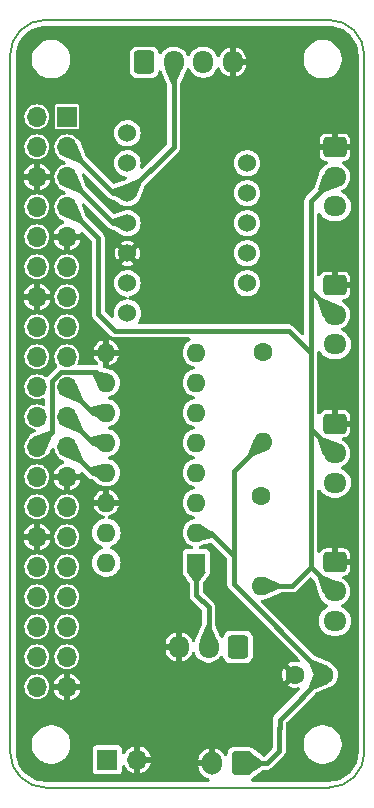
<source format=gbr>
%TF.GenerationSoftware,KiCad,Pcbnew,8.0.8*%
%TF.CreationDate,2025-02-21T13:51:55-05:00*%
%TF.ProjectId,TPI_v1,5450495f-7631-42e6-9b69-6361645f7063,rev?*%
%TF.SameCoordinates,Original*%
%TF.FileFunction,Copper,L1,Top*%
%TF.FilePolarity,Positive*%
%FSLAX46Y46*%
G04 Gerber Fmt 4.6, Leading zero omitted, Abs format (unit mm)*
G04 Created by KiCad (PCBNEW 8.0.8) date 2025-02-21 13:51:55*
%MOMM*%
%LPD*%
G01*
G04 APERTURE LIST*
G04 Aperture macros list*
%AMRoundRect*
0 Rectangle with rounded corners*
0 $1 Rounding radius*
0 $2 $3 $4 $5 $6 $7 $8 $9 X,Y pos of 4 corners*
0 Add a 4 corners polygon primitive as box body*
4,1,4,$2,$3,$4,$5,$6,$7,$8,$9,$2,$3,0*
0 Add four circle primitives for the rounded corners*
1,1,$1+$1,$2,$3*
1,1,$1+$1,$4,$5*
1,1,$1+$1,$6,$7*
1,1,$1+$1,$8,$9*
0 Add four rect primitives between the rounded corners*
20,1,$1+$1,$2,$3,$4,$5,0*
20,1,$1+$1,$4,$5,$6,$7,0*
20,1,$1+$1,$6,$7,$8,$9,0*
20,1,$1+$1,$8,$9,$2,$3,0*%
G04 Aperture macros list end*
%TA.AperFunction,ComponentPad*%
%ADD10R,1.700000X1.700000*%
%TD*%
%TA.AperFunction,ComponentPad*%
%ADD11O,1.700000X1.700000*%
%TD*%
%TA.AperFunction,ComponentPad*%
%ADD12R,1.600000X1.600000*%
%TD*%
%TA.AperFunction,ComponentPad*%
%ADD13O,1.600000X1.600000*%
%TD*%
%TA.AperFunction,ComponentPad*%
%ADD14RoundRect,0.250000X-0.600000X-0.725000X0.600000X-0.725000X0.600000X0.725000X-0.600000X0.725000X0*%
%TD*%
%TA.AperFunction,ComponentPad*%
%ADD15O,1.700000X1.950000*%
%TD*%
%TA.AperFunction,ComponentPad*%
%ADD16RoundRect,0.250000X-0.725000X0.600000X-0.725000X-0.600000X0.725000X-0.600000X0.725000X0.600000X0*%
%TD*%
%TA.AperFunction,ComponentPad*%
%ADD17O,1.950000X1.700000*%
%TD*%
%TA.AperFunction,ComponentPad*%
%ADD18C,1.600000*%
%TD*%
%TA.AperFunction,ComponentPad*%
%ADD19C,1.524000*%
%TD*%
%TA.AperFunction,ComponentPad*%
%ADD20RoundRect,0.250000X0.600000X0.750000X-0.600000X0.750000X-0.600000X-0.750000X0.600000X-0.750000X0*%
%TD*%
%TA.AperFunction,ComponentPad*%
%ADD21O,1.700000X2.000000*%
%TD*%
%TA.AperFunction,ComponentPad*%
%ADD22RoundRect,0.250000X0.600000X0.725000X-0.600000X0.725000X-0.600000X-0.725000X0.600000X-0.725000X0*%
%TD*%
%TA.AperFunction,Conductor*%
%ADD23C,0.400000*%
%TD*%
%TA.AperFunction,Profile*%
%ADD24C,0.200000*%
%TD*%
G04 APERTURE END LIST*
D10*
%TO.P,J1,1,3.3V*%
%TO.N,+3.3V*%
X149309800Y-57705600D03*
D11*
%TO.P,J1,2,5V*%
%TO.N,+5V*%
X146769800Y-57705600D03*
%TO.P,J1,3,GPIO2*%
%TO.N,SDA*%
X149309800Y-60245600D03*
%TO.P,J1,4,5V*%
%TO.N,+5V*%
X146769800Y-60245600D03*
%TO.P,J1,5,GPIO3*%
%TO.N,SCL*%
X149309800Y-62785600D03*
%TO.P,J1,6,GND*%
%TO.N,GND*%
X146769800Y-62785600D03*
%TO.P,J1,7,GPIO4*%
%TO.N,DQ*%
X149309800Y-65325600D03*
%TO.P,J1,8,GPIO14*%
%TO.N,unconnected-(J1-GPIO14-Pad8)*%
X146769800Y-65325600D03*
%TO.P,J1,9,GND*%
%TO.N,GND*%
X149309800Y-67865600D03*
%TO.P,J1,10,GPIO15*%
%TO.N,unconnected-(J1-GPIO15-Pad10)*%
X146769800Y-67865600D03*
%TO.P,J1,11,GPIO17*%
%TO.N,unconnected-(J1-GPIO17-Pad11)*%
X149309800Y-70405600D03*
%TO.P,J1,12,GPIO18*%
%TO.N,unconnected-(J1-GPIO18-Pad12)*%
X146769800Y-70405600D03*
%TO.P,J1,13,GPIO27*%
%TO.N,unconnected-(J1-GPIO27-Pad13)*%
X149309800Y-72945600D03*
%TO.P,J1,14,GND*%
%TO.N,GND*%
X146769800Y-72945600D03*
%TO.P,J1,15,GPIO22*%
%TO.N,unconnected-(J1-GPIO22-Pad15)*%
X149309800Y-75485600D03*
%TO.P,J1,16,GPIO23*%
%TO.N,unconnected-(J1-GPIO23-Pad16)*%
X146769800Y-75485600D03*
%TO.P,J1,17,3.3V*%
%TO.N,unconnected-(J1-3.3V-Pad17)*%
X149309800Y-78025600D03*
%TO.P,J1,18,GPIO24*%
%TO.N,unconnected-(J1-GPIO24-Pad18)*%
X146769800Y-78025600D03*
%TO.P,J1,19,GPIO10*%
%TO.N,MOSI*%
X149309800Y-80565600D03*
%TO.P,J1,20,GND*%
%TO.N,unconnected-(J1-GND-Pad20)*%
X146769800Y-80565600D03*
%TO.P,J1,21,GPIO9*%
%TO.N,MISO*%
X149309800Y-83105600D03*
%TO.P,J1,22,GPIO25*%
%TO.N,unconnected-(J1-GPIO25-Pad22)*%
X146769800Y-83105600D03*
%TO.P,J1,23,GPIO11*%
%TO.N,SCLK*%
X149309800Y-85645600D03*
%TO.P,J1,24,GPIO8*%
%TO.N,~{CS}*%
X146769800Y-85645600D03*
%TO.P,J1,25,GND*%
%TO.N,GND*%
X149309800Y-88185600D03*
%TO.P,J1,26,GPIO7*%
%TO.N,unconnected-(J1-GPIO7-Pad26)*%
X146769800Y-88185600D03*
%TO.P,J1,27,SDA0*%
%TO.N,unconnected-(J1-SDA0-Pad27)*%
X149309800Y-90725600D03*
%TO.P,J1,28,SCL0*%
%TO.N,unconnected-(J1-SCL0-Pad28)*%
X146769800Y-90725600D03*
%TO.P,J1,29,GPIO5*%
%TO.N,unconnected-(J1-GPIO5-Pad29)*%
X149309800Y-93265600D03*
%TO.P,J1,30,GND*%
%TO.N,GND*%
X146769800Y-93265600D03*
%TO.P,J1,31,GPIO6*%
%TO.N,unconnected-(J1-GPIO6-Pad31)*%
X149309800Y-95805600D03*
%TO.P,J1,32,GPIO12*%
%TO.N,unconnected-(J1-GPIO12-Pad32)*%
X146769800Y-95805600D03*
%TO.P,J1,33,GPIO13*%
%TO.N,unconnected-(J1-GPIO13-Pad33)*%
X149309800Y-98345600D03*
%TO.P,J1,34,GND*%
%TO.N,unconnected-(J1-GND-Pad34)*%
X146769800Y-98345600D03*
%TO.P,J1,35,GPIO19*%
%TO.N,unconnected-(J1-GPIO19-Pad35)*%
X149309800Y-100885600D03*
%TO.P,J1,36,GPIO16*%
%TO.N,unconnected-(J1-GPIO16-Pad36)*%
X146769800Y-100885600D03*
%TO.P,J1,37,GPIO26*%
%TO.N,unconnected-(J1-GPIO26-Pad37)*%
X149309800Y-103425600D03*
%TO.P,J1,38,GPIO20*%
%TO.N,unconnected-(J1-GPIO20-Pad38)*%
X146769800Y-103425600D03*
%TO.P,J1,39,GND*%
%TO.N,GND*%
X149309800Y-105965600D03*
%TO.P,J1,40,GPIO21*%
%TO.N,unconnected-(J1-GPIO21-Pad40)*%
X146769800Y-105965600D03*
%TD*%
D12*
%TO.P,U3,1,CH0*%
%TO.N,ADC0*%
X160263400Y-95460400D03*
D13*
%TO.P,U3,2,CH1*%
%TO.N,ADC1*%
X160263400Y-92920400D03*
%TO.P,U3,3,CH2*%
%TO.N,unconnected-(U3-CH2-Pad3)*%
X160263400Y-90380400D03*
%TO.P,U3,4,CH3*%
%TO.N,unconnected-(U3-CH3-Pad4)*%
X160263400Y-87840400D03*
%TO.P,U3,5,CH4*%
%TO.N,unconnected-(U3-CH4-Pad5)*%
X160263400Y-85300400D03*
%TO.P,U3,6,CH5*%
%TO.N,unconnected-(U3-CH5-Pad6)*%
X160263400Y-82760400D03*
%TO.P,U3,7,CH6*%
%TO.N,unconnected-(U3-CH6-Pad7)*%
X160263400Y-80220400D03*
%TO.P,U3,8,CH7*%
%TO.N,unconnected-(U3-CH7-Pad8)*%
X160263400Y-77680400D03*
%TO.P,U3,9,DGND*%
%TO.N,GND*%
X152643400Y-77680400D03*
%TO.P,U3,10,~{CS}/SHDN*%
%TO.N,~{CS}*%
X152643400Y-80220400D03*
%TO.P,U3,11,Din*%
%TO.N,MOSI*%
X152643400Y-82760400D03*
%TO.P,U3,12,Dout*%
%TO.N,MISO*%
X152643400Y-85300400D03*
%TO.P,U3,13,CLK*%
%TO.N,SCLK*%
X152643400Y-87840400D03*
%TO.P,U3,14,AGND*%
%TO.N,GND*%
X152643400Y-90380400D03*
%TO.P,U3,15,Vref*%
%TO.N,+5V*%
X152643400Y-92920400D03*
%TO.P,U3,16,Vdd*%
X152643400Y-95460400D03*
%TD*%
D14*
%TO.P,J2,1,Pin_1*%
%TO.N,SCL*%
X155857600Y-53082800D03*
D15*
%TO.P,J2,2,Pin_2*%
%TO.N,SDA*%
X158357600Y-53082800D03*
%TO.P,J2,3,Pin_3*%
%TO.N,+3.3V*%
X160857600Y-53082800D03*
%TO.P,J2,4,Pin_4*%
%TO.N,GND*%
X163357600Y-53082800D03*
%TD*%
D16*
%TO.P,U6,1,GND*%
%TO.N,GND*%
X171987000Y-95399200D03*
D17*
%TO.P,U6,2,DQ*%
%TO.N,DQ*%
X171987000Y-97899200D03*
%TO.P,U6,3,V_{DD}*%
%TO.N,+5V*%
X171987000Y-100399200D03*
%TD*%
D18*
%TO.P,R2,1*%
%TO.N,+5V*%
X165912200Y-77644600D03*
D13*
%TO.P,R2,2*%
%TO.N,ADC1*%
X165912200Y-85264600D03*
%TD*%
D16*
%TO.P,U5,1,GND*%
%TO.N,GND*%
X171987000Y-60285600D03*
D17*
%TO.P,U5,2,DQ*%
%TO.N,DQ*%
X171987000Y-62785600D03*
%TO.P,U5,3,V_{DD}*%
%TO.N,+5V*%
X171987000Y-65285600D03*
%TD*%
D16*
%TO.P,U2,1,GND*%
%TO.N,GND*%
X171987000Y-83694666D03*
D17*
%TO.P,U2,2,DQ*%
%TO.N,DQ*%
X171987000Y-86194666D03*
%TO.P,U2,3,V_{DD}*%
%TO.N,+5V*%
X171987000Y-88694666D03*
%TD*%
D19*
%TO.P,U1,1,VIN*%
%TO.N,+5V*%
X154431400Y-74342600D03*
%TO.P,U1,2,3.3V*%
%TO.N,unconnected-(U1-3.3V-Pad2)*%
X154431400Y-71802600D03*
%TO.P,U1,3,GND*%
%TO.N,GND*%
X154431400Y-69262600D03*
%TO.P,U1,4,SCL*%
%TO.N,SCL*%
X154431400Y-66722600D03*
%TO.P,U1,5,SDA*%
%TO.N,SDA*%
X154431400Y-64182600D03*
%TO.P,U1,6,CS*%
%TO.N,unconnected-(U1-CS-Pad6)*%
X154431400Y-61642600D03*
%TO.P,U1,7,SAO*%
%TO.N,unconnected-(U1-SAO-Pad7)*%
X154431400Y-59102600D03*
%TO.P,U1,8,OCS*%
%TO.N,unconnected-(U1-OCS-Pad8)*%
X164571400Y-71802600D03*
%TO.P,U1,9,INT2*%
%TO.N,unconnected-(U1-INT2-Pad9)*%
X164571400Y-69262600D03*
%TO.P,U1,10,INT1*%
%TO.N,unconnected-(U1-INT1-Pad10)*%
X164571400Y-66722600D03*
%TO.P,U1,11,SCX*%
%TO.N,unconnected-(U1-SCX-Pad11)*%
X164571400Y-64182600D03*
%TO.P,U1,12*%
%TO.N,N/C*%
X164571400Y-61642600D03*
%TD*%
D20*
%TO.P,J3,1,Pin_1*%
%TO.N,ADC1*%
X164094200Y-112442600D03*
D21*
%TO.P,J3,2,Pin_2*%
%TO.N,GND*%
X161594200Y-112442600D03*
%TD*%
D18*
%TO.P,C1,1*%
%TO.N,ADC1*%
X171099200Y-104949600D03*
%TO.P,C1,2*%
%TO.N,GND*%
X168599200Y-104949600D03*
%TD*%
D22*
%TO.P,J4,1,Pin_1*%
%TO.N,+5V*%
X163804000Y-102587400D03*
D15*
%TO.P,J4,2,Pin_2*%
%TO.N,ADC0*%
X161304000Y-102587400D03*
%TO.P,J4,3,Pin_3*%
%TO.N,GND*%
X158804000Y-102587400D03*
%TD*%
D10*
%TO.P,J5,1,Pin_1*%
%TO.N,+5V*%
X152735000Y-112137400D03*
D11*
%TO.P,J5,2,Pin_2*%
%TO.N,GND*%
X155275000Y-112137400D03*
%TD*%
D16*
%TO.P,U4,1,GND*%
%TO.N,GND*%
X171987000Y-71969600D03*
D17*
%TO.P,U4,2,DQ*%
%TO.N,DQ*%
X171987000Y-74469600D03*
%TO.P,U4,3,V_{DD}*%
%TO.N,+5V*%
X171987000Y-76969600D03*
%TD*%
D18*
%TO.P,R1,1*%
%TO.N,+5V*%
X165734400Y-89811200D03*
D13*
%TO.P,R1,2*%
%TO.N,DQ*%
X165734400Y-97431200D03*
%TD*%
D23*
%TO.N,SCL*%
X149309800Y-62785600D02*
X153246800Y-66722600D01*
X153246800Y-66722600D02*
X154431400Y-66722600D01*
%TO.N,SDA*%
X154431400Y-64182600D02*
X158357600Y-60256400D01*
X149309800Y-60245600D02*
X153246800Y-64182600D01*
X153246800Y-64182600D02*
X154431400Y-64182600D01*
X158357600Y-60256400D02*
X158357600Y-53082800D01*
%TO.N,DQ*%
X168382600Y-97431200D02*
X169950800Y-95863000D01*
X168071200Y-75841200D02*
X169950800Y-77720800D01*
X169950800Y-77720800D02*
X169950800Y-64821800D01*
X169950800Y-95863000D02*
X169950800Y-64821800D01*
X149309800Y-65325600D02*
X151942200Y-67958000D01*
X169950800Y-64821800D02*
X171987000Y-62785600D01*
X151942200Y-74368000D02*
X153415400Y-75841200D01*
X153415400Y-75841200D02*
X168071200Y-75841200D01*
X169950800Y-72433400D02*
X169950800Y-64821800D01*
X171987000Y-86194666D02*
X169950800Y-84158466D01*
X169950800Y-95863000D02*
X169950800Y-77720800D01*
X169950800Y-84158466D02*
X169950800Y-77720800D01*
X171987000Y-97899200D02*
X169950800Y-95863000D01*
X165734400Y-97431200D02*
X168382600Y-97431200D01*
X171987000Y-74469600D02*
X169950800Y-72433400D01*
X151942200Y-67958000D02*
X151942200Y-74368000D01*
%TO.N,ADC1*%
X167309200Y-109445400D02*
X167309200Y-108739600D01*
X167283800Y-111401200D02*
X167283800Y-109470800D01*
X164094200Y-112442600D02*
X166242400Y-112442600D01*
X163448400Y-94891200D02*
X163448400Y-87728400D01*
X167309200Y-108739600D02*
X171099200Y-104949600D01*
X166242400Y-112442600D02*
X167283800Y-111401200D01*
X161477600Y-92920400D02*
X160263400Y-92920400D01*
X167283800Y-109470800D02*
X167309200Y-109445400D01*
X163448400Y-87728400D02*
X165912200Y-85264600D01*
X163448400Y-94891200D02*
X161477600Y-92920400D01*
X171099200Y-104949600D02*
X163448400Y-97298800D01*
X163448400Y-97298800D02*
X163448400Y-94891200D01*
%TO.N,~{CS}*%
X148019800Y-80068400D02*
X148772600Y-79315600D01*
X148019800Y-84395600D02*
X148019800Y-80068400D01*
X151738600Y-79315600D02*
X152643400Y-80220400D01*
X146769800Y-85645600D02*
X148019800Y-84395600D01*
X148772600Y-79315600D02*
X151738600Y-79315600D01*
%TO.N,MOSI*%
X152643400Y-82760400D02*
X151504600Y-82760400D01*
X151504600Y-82760400D02*
X149309800Y-80565600D01*
%TO.N,SCLK*%
X151504600Y-87840400D02*
X149309800Y-85645600D01*
X152643400Y-87840400D02*
X151504600Y-87840400D01*
%TO.N,MISO*%
X152643400Y-85300400D02*
X151504600Y-85300400D01*
X151504600Y-85300400D02*
X149309800Y-83105600D01*
%TO.N,ADC0*%
X161304000Y-99249200D02*
X160263400Y-98208600D01*
X161304000Y-102587400D02*
X161304000Y-99249200D01*
X160263400Y-98208600D02*
X160263400Y-95460400D01*
%TD*%
%TA.AperFunction,Conductor*%
%TO.N,~{CS}*%
G36*
X151432598Y-79119042D02*
G01*
X152936222Y-79478114D01*
X152943472Y-79483368D01*
X152944883Y-79492211D01*
X152944318Y-79493958D01*
X152646253Y-80215909D01*
X152639928Y-80222248D01*
X152639910Y-80222256D01*
X151914517Y-80522318D01*
X151905562Y-80522313D01*
X151899501Y-80516576D01*
X151419337Y-79518004D01*
X151418181Y-79512934D01*
X151418181Y-79130423D01*
X151421608Y-79122150D01*
X151429881Y-79118723D01*
X151432598Y-79119042D01*
G37*
%TD.AperFunction*%
%TD*%
%TA.AperFunction,Conductor*%
%TO.N,SCLK*%
G36*
X150093143Y-85324833D02*
G01*
X150099468Y-85331172D01*
X150099507Y-85331267D01*
X150650413Y-86699085D01*
X150650325Y-86708039D01*
X150647833Y-86711729D01*
X150375929Y-86983633D01*
X150367656Y-86987060D01*
X150363285Y-86986213D01*
X148995467Y-86435307D01*
X148989073Y-86429037D01*
X148988985Y-86420083D01*
X148989024Y-86419988D01*
X149307238Y-85649383D01*
X149313559Y-85643048D01*
X150084188Y-85324824D01*
X150093143Y-85324833D01*
G37*
%TD.AperFunction*%
%TD*%
%TA.AperFunction,Conductor*%
%TO.N,SCLK*%
G36*
X152336231Y-87105115D02*
G01*
X152341178Y-87110759D01*
X152641106Y-87833872D01*
X152641111Y-87842827D01*
X152638562Y-87846638D01*
X152084755Y-88399062D01*
X152076477Y-88402479D01*
X152069649Y-88400269D01*
X152067975Y-88399062D01*
X151048211Y-87663744D01*
X151043506Y-87656127D01*
X151045565Y-87647412D01*
X151046776Y-87645988D01*
X151317685Y-87375079D01*
X151322936Y-87372051D01*
X152327354Y-87103938D01*
X152336231Y-87105115D01*
G37*
%TD.AperFunction*%
%TD*%
%TA.AperFunction,Conductor*%
%TO.N,DQ*%
G36*
X150093143Y-65004833D02*
G01*
X150099468Y-65011172D01*
X150099507Y-65011267D01*
X150650413Y-66379085D01*
X150650325Y-66388039D01*
X150647833Y-66391729D01*
X150375929Y-66663633D01*
X150367656Y-66667060D01*
X150363285Y-66666213D01*
X148995467Y-66115307D01*
X148989073Y-66109037D01*
X148988985Y-66100083D01*
X148989024Y-66099988D01*
X149307238Y-65329383D01*
X149313559Y-65323048D01*
X150084188Y-65004824D01*
X150093143Y-65004833D01*
G37*
%TD.AperFunction*%
%TD*%
%TA.AperFunction,Conductor*%
%TO.N,MISO*%
G36*
X150093143Y-82784833D02*
G01*
X150099468Y-82791172D01*
X150099507Y-82791267D01*
X150650413Y-84159085D01*
X150650325Y-84168039D01*
X150647833Y-84171729D01*
X150375929Y-84443633D01*
X150367656Y-84447060D01*
X150363285Y-84446213D01*
X148995467Y-83895307D01*
X148989073Y-83889037D01*
X148988985Y-83880083D01*
X148989024Y-83879988D01*
X149307238Y-83109383D01*
X149313559Y-83103048D01*
X150084188Y-82784824D01*
X150093143Y-82784833D01*
G37*
%TD.AperFunction*%
%TD*%
%TA.AperFunction,Conductor*%
%TO.N,ADC1*%
G36*
X164930491Y-111598723D02*
G01*
X165789493Y-112239091D01*
X165794078Y-112246783D01*
X165794200Y-112248471D01*
X165794200Y-112636728D01*
X165790773Y-112645001D01*
X165789493Y-112646108D01*
X164930491Y-113286476D01*
X164921810Y-113288674D01*
X164915123Y-113285265D01*
X164101166Y-112450767D01*
X164097844Y-112442454D01*
X164101166Y-112434432D01*
X164915124Y-111599932D01*
X164923352Y-111596404D01*
X164930491Y-111598723D01*
G37*
%TD.AperFunction*%
%TD*%
%TA.AperFunction,Conductor*%
%TO.N,SCL*%
G36*
X154138439Y-66022648D02*
G01*
X154143938Y-66028592D01*
X154430245Y-66718819D01*
X154430250Y-66727774D01*
X154430242Y-66727793D01*
X154145111Y-67413804D01*
X154138771Y-67420128D01*
X154129816Y-67420117D01*
X154128072Y-67419213D01*
X152877788Y-66631839D01*
X152872614Y-66624531D01*
X152874123Y-66615704D01*
X152875746Y-66613670D01*
X153146246Y-66343170D01*
X153150895Y-66340319D01*
X154129512Y-66021949D01*
X154138439Y-66022648D01*
G37*
%TD.AperFunction*%
%TD*%
%TA.AperFunction,Conductor*%
%TO.N,SDA*%
G36*
X155373163Y-62969103D02*
G01*
X155644896Y-63240836D01*
X155648323Y-63249109D01*
X155647412Y-63253635D01*
X155139896Y-64463477D01*
X155133536Y-64469780D01*
X155124643Y-64469766D01*
X154435188Y-64185162D01*
X154428848Y-64178837D01*
X154428837Y-64178811D01*
X154144233Y-63489356D01*
X154144244Y-63480402D01*
X154150520Y-63474104D01*
X155360366Y-62966586D01*
X155369319Y-62966547D01*
X155373163Y-62969103D01*
G37*
%TD.AperFunction*%
%TD*%
%TA.AperFunction,Conductor*%
%TO.N,GND*%
G36*
X171504496Y-50000771D02*
G01*
X171792298Y-50018180D01*
X171810134Y-50020346D01*
X172089307Y-50071506D01*
X172106772Y-50075811D01*
X172377730Y-50160245D01*
X172394546Y-50166622D01*
X172653362Y-50283106D01*
X172669293Y-50291468D01*
X172912163Y-50438288D01*
X172926971Y-50448509D01*
X173150377Y-50623536D01*
X173163845Y-50635467D01*
X173364532Y-50836154D01*
X173376463Y-50849622D01*
X173551490Y-51073028D01*
X173561711Y-51087836D01*
X173708531Y-51330706D01*
X173716893Y-51346637D01*
X173833375Y-51605449D01*
X173839755Y-51622273D01*
X173924187Y-51893225D01*
X173928493Y-51910695D01*
X173979651Y-52189852D01*
X173981820Y-52207714D01*
X173999228Y-52495503D01*
X173999500Y-52504499D01*
X173999500Y-111495500D01*
X173999228Y-111504496D01*
X173981820Y-111792285D01*
X173979651Y-111810147D01*
X173928493Y-112089304D01*
X173924187Y-112106774D01*
X173839755Y-112377726D01*
X173833375Y-112394550D01*
X173716893Y-112653362D01*
X173708531Y-112669293D01*
X173561711Y-112912163D01*
X173551490Y-112926971D01*
X173376463Y-113150377D01*
X173364532Y-113163845D01*
X173163845Y-113364532D01*
X173150377Y-113376463D01*
X172926971Y-113551490D01*
X172912163Y-113561711D01*
X172669293Y-113708531D01*
X172653362Y-113716893D01*
X172394550Y-113833375D01*
X172377726Y-113839755D01*
X172106774Y-113924187D01*
X172089304Y-113928493D01*
X171810147Y-113979651D01*
X171792285Y-113981820D01*
X171504497Y-113999228D01*
X171495501Y-113999500D01*
X165064048Y-113999500D01*
X164989548Y-113979538D01*
X164935010Y-113925000D01*
X164915048Y-113850500D01*
X164935010Y-113776000D01*
X164989546Y-113721463D01*
X164997032Y-113717139D01*
X164997041Y-113717136D01*
X165122482Y-113620882D01*
X165171073Y-113557555D01*
X165200223Y-113528807D01*
X165879206Y-113022640D01*
X165950867Y-112994119D01*
X165968260Y-112993100D01*
X166314875Y-112993100D01*
X166454885Y-112955584D01*
X166580415Y-112883110D01*
X167724310Y-111739215D01*
X167796784Y-111613685D01*
X167834300Y-111473674D01*
X167834300Y-111328726D01*
X167834300Y-110714470D01*
X169341300Y-110714470D01*
X169341300Y-110970330D01*
X169373071Y-111170917D01*
X169381327Y-111223045D01*
X169460390Y-111466377D01*
X169518276Y-111579983D01*
X169574265Y-111689867D01*
X169576549Y-111694348D01*
X169576549Y-111694349D01*
X169627000Y-111763789D01*
X169726938Y-111901342D01*
X169907858Y-112082262D01*
X170114853Y-112232652D01*
X170234470Y-112293600D01*
X170342822Y-112348809D01*
X170342824Y-112348809D01*
X170342825Y-112348810D01*
X170483599Y-112394550D01*
X170586155Y-112427872D01*
X170586161Y-112427874D01*
X170838870Y-112467900D01*
X170838875Y-112467900D01*
X171094725Y-112467900D01*
X171094730Y-112467900D01*
X171347439Y-112427874D01*
X171590775Y-112348810D01*
X171818747Y-112232652D01*
X172025742Y-112082262D01*
X172206662Y-111901342D01*
X172357052Y-111694347D01*
X172473210Y-111466375D01*
X172552274Y-111223039D01*
X172592300Y-110970330D01*
X172592300Y-110714470D01*
X172552274Y-110461761D01*
X172473210Y-110218425D01*
X172473209Y-110218424D01*
X172473209Y-110218422D01*
X172432534Y-110138594D01*
X172357052Y-109990453D01*
X172206662Y-109783458D01*
X172025742Y-109602538D01*
X171818747Y-109452148D01*
X171713110Y-109398323D01*
X171590777Y-109335990D01*
X171347444Y-109256927D01*
X171347445Y-109256927D01*
X171347439Y-109256926D01*
X171094730Y-109216900D01*
X170838870Y-109216900D01*
X170616658Y-109252095D01*
X170586154Y-109256927D01*
X170342822Y-109335990D01*
X170114851Y-109452149D01*
X170114850Y-109452149D01*
X169907859Y-109602537D01*
X169907856Y-109602539D01*
X169726939Y-109783456D01*
X169726937Y-109783459D01*
X169576549Y-109990450D01*
X169576549Y-109990451D01*
X169460390Y-110218422D01*
X169381327Y-110461754D01*
X169381326Y-110461761D01*
X169341300Y-110714470D01*
X167834300Y-110714470D01*
X167834300Y-109632283D01*
X167839377Y-109593718D01*
X167859700Y-109517874D01*
X167859700Y-109372926D01*
X167859700Y-109029342D01*
X167879662Y-108954842D01*
X167903337Y-108923987D01*
X170277264Y-106550059D01*
X170325884Y-106517646D01*
X171529874Y-106021886D01*
X171529873Y-106021885D01*
X171566853Y-106006659D01*
X171592010Y-105992500D01*
X171614219Y-105983898D01*
X171795502Y-105871652D01*
X171953072Y-105728007D01*
X172081566Y-105557855D01*
X172176605Y-105366989D01*
X172234956Y-105161910D01*
X172248011Y-105021017D01*
X172254629Y-104949604D01*
X172254629Y-104949595D01*
X172241822Y-104811387D01*
X172234956Y-104737290D01*
X172176605Y-104532211D01*
X172081566Y-104341345D01*
X172081564Y-104341343D01*
X172081563Y-104341340D01*
X171953072Y-104171193D01*
X171795502Y-104027548D01*
X171795501Y-104027547D01*
X171614222Y-103915303D01*
X171614219Y-103915302D01*
X171565570Y-103896455D01*
X171540757Y-103884075D01*
X171529874Y-103877312D01*
X170325888Y-103381554D01*
X170277261Y-103349136D01*
X165761864Y-98833739D01*
X165723300Y-98766944D01*
X165723300Y-98689816D01*
X165761864Y-98623021D01*
X165828659Y-98584457D01*
X165839845Y-98581917D01*
X165841006Y-98581700D01*
X165841010Y-98581700D01*
X166050598Y-98542521D01*
X166147818Y-98504857D01*
X166167745Y-98498703D01*
X166188086Y-98493953D01*
X167187931Y-98077352D01*
X167389991Y-97993161D01*
X167447298Y-97981700D01*
X168455075Y-97981700D01*
X168595085Y-97944184D01*
X168599481Y-97941646D01*
X168720615Y-97871710D01*
X169845442Y-96746881D01*
X169912235Y-96708319D01*
X169989363Y-96708319D01*
X170056158Y-96746883D01*
X170254612Y-96945337D01*
X170290273Y-97002588D01*
X170686474Y-98163987D01*
X170690330Y-98177283D01*
X170691056Y-98180307D01*
X170691060Y-98180318D01*
X170749453Y-98360032D01*
X170749457Y-98360041D01*
X170749458Y-98360042D01*
X170780560Y-98421084D01*
X170835240Y-98528399D01*
X170946310Y-98681273D01*
X171079927Y-98814890D01*
X171232801Y-98925960D01*
X171355310Y-98988381D01*
X171412628Y-99039989D01*
X171436462Y-99113342D01*
X171420426Y-99188785D01*
X171368818Y-99246103D01*
X171355311Y-99253901D01*
X171206593Y-99329677D01*
X171047363Y-99445365D01*
X171047352Y-99445374D01*
X170908174Y-99584552D01*
X170908165Y-99584563D01*
X170792477Y-99743793D01*
X170792474Y-99743798D01*
X170703121Y-99919163D01*
X170703117Y-99919172D01*
X170703116Y-99919175D01*
X170642291Y-100106374D01*
X170611500Y-100300783D01*
X170611500Y-100497617D01*
X170642291Y-100692026D01*
X170703116Y-100879225D01*
X170703119Y-100879230D01*
X170703121Y-100879236D01*
X170706364Y-100885600D01*
X170792476Y-101054605D01*
X170908172Y-101213846D01*
X171047354Y-101353028D01*
X171206595Y-101468724D01*
X171381975Y-101558084D01*
X171569174Y-101618909D01*
X171763583Y-101649700D01*
X171763588Y-101649700D01*
X172210412Y-101649700D01*
X172210417Y-101649700D01*
X172404826Y-101618909D01*
X172592025Y-101558084D01*
X172767405Y-101468724D01*
X172926646Y-101353028D01*
X173065828Y-101213846D01*
X173181524Y-101054605D01*
X173270884Y-100879225D01*
X173331709Y-100692026D01*
X173362500Y-100497617D01*
X173362500Y-100300783D01*
X173331709Y-100106374D01*
X173270884Y-99919175D01*
X173181524Y-99743795D01*
X173065828Y-99584554D01*
X172926646Y-99445372D01*
X172767405Y-99329676D01*
X172684551Y-99287460D01*
X172618688Y-99253901D01*
X172561371Y-99202292D01*
X172537537Y-99128939D01*
X172553573Y-99053496D01*
X172605182Y-98996179D01*
X172618677Y-98988387D01*
X172741199Y-98925960D01*
X172894073Y-98814890D01*
X173027690Y-98681273D01*
X173138760Y-98528399D01*
X173224547Y-98360032D01*
X173282940Y-98180318D01*
X173312500Y-97993681D01*
X173312500Y-97804719D01*
X173282940Y-97618082D01*
X173224547Y-97438368D01*
X173138760Y-97270001D01*
X173027690Y-97117127D01*
X172894073Y-96983510D01*
X172741199Y-96872440D01*
X172659790Y-96830960D01*
X172602472Y-96779351D01*
X172578638Y-96705998D01*
X172594674Y-96630556D01*
X172646283Y-96573238D01*
X172719636Y-96549404D01*
X172727434Y-96549200D01*
X172755059Y-96549200D01*
X172755060Y-96549199D01*
X172843443Y-96538586D01*
X172984096Y-96483120D01*
X173104562Y-96391766D01*
X173104566Y-96391762D01*
X173195920Y-96271296D01*
X173251386Y-96130643D01*
X173261999Y-96042260D01*
X173262000Y-96042258D01*
X173262000Y-95649200D01*
X172391146Y-95649200D01*
X172429630Y-95582543D01*
X172462000Y-95461735D01*
X172462000Y-95336665D01*
X172429630Y-95215857D01*
X172391146Y-95149200D01*
X173262000Y-95149200D01*
X173262000Y-94756141D01*
X173261999Y-94756139D01*
X173251386Y-94667756D01*
X173195920Y-94527103D01*
X173104566Y-94406637D01*
X173104562Y-94406633D01*
X172984095Y-94315279D01*
X172984096Y-94315279D01*
X172843443Y-94259813D01*
X172755060Y-94249200D01*
X172237000Y-94249200D01*
X172237000Y-94995054D01*
X172170343Y-94956570D01*
X172049535Y-94924200D01*
X171924465Y-94924200D01*
X171803657Y-94956570D01*
X171737000Y-94995054D01*
X171737000Y-94249200D01*
X171218939Y-94249200D01*
X171130556Y-94259813D01*
X170989903Y-94315279D01*
X170869437Y-94406633D01*
X170869433Y-94406637D01*
X170771920Y-94535226D01*
X170770008Y-94533776D01*
X170726261Y-94578529D01*
X170651992Y-94599336D01*
X170577270Y-94580222D01*
X170522117Y-94526307D01*
X170501310Y-94452038D01*
X170501300Y-94450346D01*
X170501300Y-89399235D01*
X170521262Y-89324735D01*
X170575800Y-89270197D01*
X170650300Y-89250235D01*
X170724800Y-89270197D01*
X170779338Y-89324735D01*
X170783060Y-89331591D01*
X170792473Y-89350067D01*
X170792476Y-89350071D01*
X170908172Y-89509312D01*
X171047354Y-89648494D01*
X171206595Y-89764190D01*
X171274610Y-89798845D01*
X171370919Y-89847917D01*
X171381975Y-89853550D01*
X171569174Y-89914375D01*
X171763583Y-89945166D01*
X171763588Y-89945166D01*
X172210412Y-89945166D01*
X172210417Y-89945166D01*
X172404826Y-89914375D01*
X172592025Y-89853550D01*
X172767405Y-89764190D01*
X172926646Y-89648494D01*
X173065828Y-89509312D01*
X173181524Y-89350071D01*
X173270884Y-89174691D01*
X173331709Y-88987492D01*
X173362500Y-88793083D01*
X173362500Y-88596249D01*
X173331709Y-88401840D01*
X173270884Y-88214641D01*
X173181524Y-88039261D01*
X173065828Y-87880020D01*
X172926646Y-87740838D01*
X172767405Y-87625142D01*
X172674104Y-87577603D01*
X172618688Y-87549367D01*
X172561371Y-87497758D01*
X172537537Y-87424405D01*
X172553573Y-87348962D01*
X172605182Y-87291645D01*
X172618677Y-87283853D01*
X172741199Y-87221426D01*
X172894073Y-87110356D01*
X173027690Y-86976739D01*
X173138760Y-86823865D01*
X173224547Y-86655498D01*
X173282940Y-86475784D01*
X173312500Y-86289147D01*
X173312500Y-86100185D01*
X173282940Y-85913548D01*
X173224547Y-85733834D01*
X173138760Y-85565467D01*
X173027690Y-85412593D01*
X172894073Y-85278976D01*
X172741199Y-85167906D01*
X172659790Y-85126426D01*
X172602472Y-85074817D01*
X172578638Y-85001464D01*
X172594674Y-84926022D01*
X172646283Y-84868704D01*
X172719636Y-84844870D01*
X172727434Y-84844666D01*
X172755059Y-84844666D01*
X172755060Y-84844665D01*
X172843443Y-84834052D01*
X172984096Y-84778586D01*
X173104562Y-84687232D01*
X173104566Y-84687228D01*
X173195920Y-84566762D01*
X173251386Y-84426109D01*
X173261999Y-84337726D01*
X173262000Y-84337724D01*
X173262000Y-83944666D01*
X172391146Y-83944666D01*
X172429630Y-83878009D01*
X172462000Y-83757201D01*
X172462000Y-83632131D01*
X172429630Y-83511323D01*
X172391146Y-83444666D01*
X173262000Y-83444666D01*
X173262000Y-83051607D01*
X173261999Y-83051605D01*
X173251386Y-82963222D01*
X173195920Y-82822569D01*
X173104566Y-82702103D01*
X173104562Y-82702099D01*
X172984095Y-82610745D01*
X172984096Y-82610745D01*
X172843443Y-82555279D01*
X172755060Y-82544666D01*
X172237000Y-82544666D01*
X172237000Y-83290520D01*
X172170343Y-83252036D01*
X172049535Y-83219666D01*
X171924465Y-83219666D01*
X171803657Y-83252036D01*
X171737000Y-83290520D01*
X171737000Y-82544666D01*
X171218939Y-82544666D01*
X171130556Y-82555279D01*
X170989903Y-82610745D01*
X170869437Y-82702099D01*
X170869433Y-82702103D01*
X170771920Y-82830692D01*
X170770008Y-82829242D01*
X170726261Y-82873995D01*
X170651992Y-82894802D01*
X170577270Y-82875688D01*
X170522117Y-82821773D01*
X170501310Y-82747504D01*
X170501300Y-82745812D01*
X170501300Y-77674169D01*
X170521262Y-77599669D01*
X170575800Y-77545131D01*
X170650300Y-77525169D01*
X170724800Y-77545131D01*
X170779338Y-77599669D01*
X170783060Y-77606525D01*
X170792473Y-77625001D01*
X170792476Y-77625005D01*
X170908172Y-77784246D01*
X171047354Y-77923428D01*
X171206595Y-78039124D01*
X171381975Y-78128484D01*
X171569174Y-78189309D01*
X171763583Y-78220100D01*
X171763588Y-78220100D01*
X172210412Y-78220100D01*
X172210417Y-78220100D01*
X172404826Y-78189309D01*
X172592025Y-78128484D01*
X172767405Y-78039124D01*
X172926646Y-77923428D01*
X173065828Y-77784246D01*
X173181524Y-77625005D01*
X173270884Y-77449625D01*
X173331709Y-77262426D01*
X173362500Y-77068017D01*
X173362500Y-76871183D01*
X173331709Y-76676774D01*
X173270884Y-76489575D01*
X173181524Y-76314195D01*
X173065828Y-76154954D01*
X172926646Y-76015772D01*
X172767405Y-75900076D01*
X172684551Y-75857860D01*
X172618688Y-75824301D01*
X172561371Y-75772692D01*
X172537537Y-75699339D01*
X172553573Y-75623896D01*
X172605182Y-75566579D01*
X172618677Y-75558787D01*
X172741199Y-75496360D01*
X172894073Y-75385290D01*
X173027690Y-75251673D01*
X173138760Y-75098799D01*
X173224547Y-74930432D01*
X173282940Y-74750718D01*
X173312500Y-74564081D01*
X173312500Y-74375119D01*
X173282940Y-74188482D01*
X173224547Y-74008768D01*
X173138760Y-73840401D01*
X173027690Y-73687527D01*
X172894073Y-73553910D01*
X172741199Y-73442840D01*
X172659790Y-73401360D01*
X172602472Y-73349751D01*
X172578638Y-73276398D01*
X172594674Y-73200956D01*
X172646283Y-73143638D01*
X172719636Y-73119804D01*
X172727434Y-73119600D01*
X172755059Y-73119600D01*
X172755060Y-73119599D01*
X172843443Y-73108986D01*
X172984096Y-73053520D01*
X173104562Y-72962166D01*
X173104566Y-72962162D01*
X173195920Y-72841696D01*
X173251386Y-72701043D01*
X173261999Y-72612660D01*
X173262000Y-72612658D01*
X173262000Y-72219600D01*
X172391146Y-72219600D01*
X172429630Y-72152943D01*
X172462000Y-72032135D01*
X172462000Y-71907065D01*
X172429630Y-71786257D01*
X172391146Y-71719600D01*
X173262000Y-71719600D01*
X173262000Y-71326541D01*
X173261999Y-71326539D01*
X173251386Y-71238156D01*
X173195920Y-71097503D01*
X173104566Y-70977037D01*
X173104562Y-70977033D01*
X172984095Y-70885679D01*
X172984096Y-70885679D01*
X172843443Y-70830213D01*
X172755060Y-70819600D01*
X172237000Y-70819600D01*
X172237000Y-71565454D01*
X172170343Y-71526970D01*
X172049535Y-71494600D01*
X171924465Y-71494600D01*
X171803657Y-71526970D01*
X171737000Y-71565454D01*
X171737000Y-70819600D01*
X171218939Y-70819600D01*
X171130556Y-70830213D01*
X170989903Y-70885679D01*
X170869437Y-70977033D01*
X170869433Y-70977037D01*
X170771920Y-71105626D01*
X170770008Y-71104176D01*
X170726261Y-71148929D01*
X170651992Y-71169736D01*
X170577270Y-71150622D01*
X170522117Y-71096707D01*
X170501310Y-71022438D01*
X170501300Y-71020746D01*
X170501300Y-65990169D01*
X170521262Y-65915669D01*
X170575800Y-65861131D01*
X170650300Y-65841169D01*
X170724800Y-65861131D01*
X170779338Y-65915669D01*
X170783060Y-65922525D01*
X170792473Y-65941001D01*
X170792476Y-65941005D01*
X170908172Y-66100246D01*
X171047354Y-66239428D01*
X171206595Y-66355124D01*
X171381975Y-66444484D01*
X171569174Y-66505309D01*
X171763583Y-66536100D01*
X171763588Y-66536100D01*
X172210412Y-66536100D01*
X172210417Y-66536100D01*
X172404826Y-66505309D01*
X172592025Y-66444484D01*
X172767405Y-66355124D01*
X172926646Y-66239428D01*
X173065828Y-66100246D01*
X173181524Y-65941005D01*
X173270884Y-65765625D01*
X173331709Y-65578426D01*
X173362500Y-65384017D01*
X173362500Y-65187183D01*
X173331709Y-64992774D01*
X173270884Y-64805575D01*
X173181524Y-64630195D01*
X173065828Y-64470954D01*
X172926646Y-64331772D01*
X172767405Y-64216076D01*
X172684551Y-64173860D01*
X172618688Y-64140301D01*
X172561371Y-64088692D01*
X172537537Y-64015339D01*
X172553573Y-63939896D01*
X172605182Y-63882579D01*
X172618677Y-63874787D01*
X172741199Y-63812360D01*
X172894073Y-63701290D01*
X173027690Y-63567673D01*
X173138760Y-63414799D01*
X173224547Y-63246432D01*
X173282940Y-63066718D01*
X173312500Y-62880081D01*
X173312500Y-62691119D01*
X173282940Y-62504482D01*
X173224547Y-62324768D01*
X173138760Y-62156401D01*
X173027690Y-62003527D01*
X172894073Y-61869910D01*
X172741199Y-61758840D01*
X172722509Y-61749317D01*
X172659790Y-61717360D01*
X172602472Y-61665751D01*
X172578638Y-61592398D01*
X172594674Y-61516956D01*
X172646283Y-61459638D01*
X172719636Y-61435804D01*
X172727434Y-61435600D01*
X172755059Y-61435600D01*
X172755060Y-61435599D01*
X172843443Y-61424986D01*
X172984096Y-61369520D01*
X173104562Y-61278166D01*
X173104566Y-61278162D01*
X173195920Y-61157696D01*
X173251386Y-61017043D01*
X173261999Y-60928660D01*
X173262000Y-60928658D01*
X173262000Y-60535600D01*
X172391146Y-60535600D01*
X172429630Y-60468943D01*
X172462000Y-60348135D01*
X172462000Y-60223065D01*
X172429630Y-60102257D01*
X172391146Y-60035600D01*
X173262000Y-60035600D01*
X173262000Y-59642541D01*
X173261999Y-59642539D01*
X173251386Y-59554156D01*
X173195920Y-59413503D01*
X173104566Y-59293037D01*
X173104562Y-59293033D01*
X172984095Y-59201679D01*
X172984096Y-59201679D01*
X172843443Y-59146213D01*
X172755060Y-59135600D01*
X172237000Y-59135600D01*
X172237000Y-59881454D01*
X172170343Y-59842970D01*
X172049535Y-59810600D01*
X171924465Y-59810600D01*
X171803657Y-59842970D01*
X171737000Y-59881454D01*
X171737000Y-59135600D01*
X171218939Y-59135600D01*
X171130556Y-59146213D01*
X170989903Y-59201679D01*
X170869437Y-59293033D01*
X170869433Y-59293037D01*
X170778079Y-59413503D01*
X170722613Y-59554156D01*
X170712000Y-59642539D01*
X170712000Y-60035600D01*
X171582854Y-60035600D01*
X171544370Y-60102257D01*
X171512000Y-60223065D01*
X171512000Y-60348135D01*
X171544370Y-60468943D01*
X171582854Y-60535600D01*
X170712000Y-60535600D01*
X170712000Y-60928660D01*
X170722613Y-61017043D01*
X170778079Y-61157696D01*
X170869433Y-61278162D01*
X170869437Y-61278166D01*
X170989904Y-61369520D01*
X170989903Y-61369520D01*
X171130556Y-61424986D01*
X171218939Y-61435599D01*
X171218941Y-61435600D01*
X171246566Y-61435600D01*
X171321066Y-61455562D01*
X171375604Y-61510100D01*
X171395566Y-61584600D01*
X171375604Y-61659100D01*
X171321066Y-61713638D01*
X171314210Y-61717360D01*
X171232804Y-61758838D01*
X171232799Y-61758841D01*
X171079936Y-61869903D01*
X171079925Y-61869912D01*
X170946312Y-62003525D01*
X170946303Y-62003536D01*
X170835241Y-62156399D01*
X170835238Y-62156404D01*
X170749458Y-62324757D01*
X170749451Y-62324774D01*
X170691062Y-62504474D01*
X170690338Y-62507490D01*
X170686475Y-62520813D01*
X170290274Y-63682210D01*
X170254613Y-63739461D01*
X169510289Y-64483785D01*
X169455209Y-64579189D01*
X169451160Y-64586203D01*
X169437816Y-64609315D01*
X169426035Y-64653281D01*
X169400300Y-64749323D01*
X169400300Y-76032057D01*
X169380338Y-76106557D01*
X169325800Y-76161095D01*
X169251300Y-76181057D01*
X169176800Y-76161095D01*
X169145941Y-76137416D01*
X168409215Y-75400690D01*
X168283685Y-75328216D01*
X168143675Y-75290700D01*
X155471396Y-75290700D01*
X155396896Y-75270738D01*
X155342358Y-75216200D01*
X155322396Y-75141700D01*
X155342358Y-75067200D01*
X155352491Y-75051907D01*
X155424012Y-74957199D01*
X155520043Y-74764342D01*
X155579001Y-74557124D01*
X155579001Y-74557121D01*
X155579002Y-74557119D01*
X155598880Y-74342604D01*
X155598880Y-74342595D01*
X155579002Y-74128080D01*
X155579001Y-74128077D01*
X155575798Y-74116821D01*
X155520043Y-73920858D01*
X155424012Y-73728001D01*
X155294178Y-73556074D01*
X155134964Y-73410931D01*
X155134963Y-73410930D01*
X154951795Y-73297517D01*
X154951788Y-73297513D01*
X154750902Y-73219690D01*
X154750898Y-73219689D01*
X154750896Y-73219688D01*
X154611498Y-73193629D01*
X154541936Y-73160318D01*
X154498348Y-73096687D01*
X154492415Y-73019788D01*
X154525727Y-72950225D01*
X154589358Y-72906637D01*
X154611499Y-72900704D01*
X154737154Y-72877215D01*
X154929408Y-72802736D01*
X155104703Y-72694198D01*
X155257070Y-72555297D01*
X155381319Y-72390765D01*
X155381321Y-72390759D01*
X155381323Y-72390758D01*
X155473220Y-72206202D01*
X155473456Y-72205375D01*
X155529642Y-72007897D01*
X155529642Y-72007895D01*
X155529643Y-72007892D01*
X155548666Y-71802604D01*
X155548666Y-71802595D01*
X163454134Y-71802595D01*
X163454134Y-71802604D01*
X163473156Y-72007892D01*
X163473157Y-72007896D01*
X163529579Y-72206202D01*
X163621476Y-72390758D01*
X163621480Y-72390763D01*
X163621481Y-72390765D01*
X163745730Y-72555297D01*
X163898096Y-72694197D01*
X163898101Y-72694201D01*
X164073385Y-72802732D01*
X164073396Y-72802738D01*
X164173960Y-72841696D01*
X164265646Y-72877215D01*
X164468312Y-72915100D01*
X164468315Y-72915100D01*
X164674485Y-72915100D01*
X164674488Y-72915100D01*
X164877154Y-72877215D01*
X165069408Y-72802736D01*
X165244703Y-72694198D01*
X165397070Y-72555297D01*
X165521319Y-72390765D01*
X165521321Y-72390759D01*
X165521323Y-72390758D01*
X165613220Y-72206202D01*
X165613456Y-72205375D01*
X165669642Y-72007897D01*
X165669642Y-72007895D01*
X165669643Y-72007892D01*
X165688666Y-71802604D01*
X165688666Y-71802595D01*
X165669643Y-71597307D01*
X165669642Y-71597303D01*
X165613220Y-71398997D01*
X165521323Y-71214441D01*
X165521320Y-71214437D01*
X165521319Y-71214435D01*
X165397070Y-71049903D01*
X165244703Y-70911002D01*
X165244698Y-70910998D01*
X165069414Y-70802467D01*
X165069403Y-70802461D01*
X164877160Y-70727987D01*
X164877156Y-70727986D01*
X164877154Y-70727985D01*
X164836620Y-70720408D01*
X164674492Y-70690100D01*
X164674488Y-70690100D01*
X164468312Y-70690100D01*
X164468307Y-70690100D01*
X164265646Y-70727985D01*
X164265639Y-70727987D01*
X164073396Y-70802461D01*
X164073385Y-70802467D01*
X163898101Y-70910998D01*
X163898096Y-70911002D01*
X163745730Y-71049903D01*
X163621476Y-71214441D01*
X163529579Y-71398997D01*
X163473157Y-71597303D01*
X163473156Y-71597307D01*
X163454134Y-71802595D01*
X155548666Y-71802595D01*
X155529643Y-71597307D01*
X155529642Y-71597303D01*
X155473220Y-71398997D01*
X155381323Y-71214441D01*
X155381320Y-71214437D01*
X155381319Y-71214435D01*
X155257070Y-71049903D01*
X155104703Y-70911002D01*
X155104698Y-70910998D01*
X154929414Y-70802467D01*
X154929403Y-70802461D01*
X154737160Y-70727987D01*
X154737156Y-70727986D01*
X154737154Y-70727985D01*
X154696620Y-70720408D01*
X154534492Y-70690100D01*
X154534488Y-70690100D01*
X154328312Y-70690100D01*
X154328307Y-70690100D01*
X154125646Y-70727985D01*
X154125639Y-70727987D01*
X153933396Y-70802461D01*
X153933385Y-70802467D01*
X153758101Y-70910998D01*
X153758096Y-70911002D01*
X153605730Y-71049903D01*
X153481476Y-71214441D01*
X153389579Y-71398997D01*
X153333157Y-71597303D01*
X153333156Y-71597307D01*
X153314134Y-71802595D01*
X153314134Y-71802604D01*
X153333156Y-72007892D01*
X153333157Y-72007896D01*
X153389579Y-72206202D01*
X153481476Y-72390758D01*
X153481480Y-72390763D01*
X153481481Y-72390765D01*
X153605730Y-72555297D01*
X153758096Y-72694197D01*
X153758101Y-72694201D01*
X153933385Y-72802732D01*
X153933396Y-72802738D01*
X154033960Y-72841696D01*
X154125646Y-72877215D01*
X154240073Y-72898605D01*
X154251300Y-72900704D01*
X154320864Y-72934016D01*
X154364451Y-72997647D01*
X154370384Y-73074546D01*
X154337072Y-73144110D01*
X154273441Y-73187697D01*
X154251300Y-73193630D01*
X154111904Y-73219688D01*
X154111897Y-73219690D01*
X153911011Y-73297513D01*
X153911004Y-73297517D01*
X153727836Y-73410930D01*
X153727835Y-73410931D01*
X153604491Y-73523374D01*
X153571004Y-73553903D01*
X153568619Y-73556077D01*
X153438787Y-73728001D01*
X153342756Y-73920858D01*
X153283798Y-74128077D01*
X153283797Y-74128080D01*
X153263920Y-74342595D01*
X153263920Y-74342604D01*
X153283912Y-74558357D01*
X153270909Y-74634381D01*
X153221636Y-74693718D01*
X153149296Y-74720469D01*
X153073272Y-74707466D01*
X153030189Y-74677464D01*
X152536341Y-74183616D01*
X152497777Y-74116821D01*
X152492700Y-74078257D01*
X152492700Y-69262600D01*
X153364261Y-69262600D01*
X153384767Y-69470792D01*
X153445491Y-69670973D01*
X153445494Y-69670980D01*
X153523508Y-69816935D01*
X153523509Y-69816936D01*
X154050400Y-69290044D01*
X154050400Y-69312760D01*
X154076364Y-69409661D01*
X154126524Y-69496540D01*
X154197460Y-69567476D01*
X154284339Y-69617636D01*
X154381240Y-69643600D01*
X154403954Y-69643600D01*
X153877062Y-70170490D01*
X154023020Y-70248506D01*
X154223207Y-70309232D01*
X154431400Y-70329738D01*
X154639592Y-70309232D01*
X154839776Y-70248507D01*
X154985736Y-70170490D01*
X154458846Y-69643600D01*
X154481560Y-69643600D01*
X154578461Y-69617636D01*
X154665340Y-69567476D01*
X154736276Y-69496540D01*
X154786436Y-69409661D01*
X154812400Y-69312760D01*
X154812400Y-69290046D01*
X155339290Y-69816936D01*
X155417307Y-69670976D01*
X155478032Y-69470792D01*
X155498538Y-69262600D01*
X155498538Y-69262595D01*
X163454134Y-69262595D01*
X163454134Y-69262604D01*
X163473156Y-69467892D01*
X163473157Y-69467896D01*
X163529579Y-69666202D01*
X163621476Y-69850758D01*
X163621480Y-69850763D01*
X163621481Y-69850765D01*
X163745730Y-70015297D01*
X163898096Y-70154197D01*
X163898101Y-70154201D01*
X164073385Y-70262732D01*
X164073396Y-70262738D01*
X164190625Y-70308152D01*
X164265646Y-70337215D01*
X164468312Y-70375100D01*
X164468315Y-70375100D01*
X164674485Y-70375100D01*
X164674488Y-70375100D01*
X164877154Y-70337215D01*
X165069408Y-70262736D01*
X165244703Y-70154198D01*
X165397070Y-70015297D01*
X165521319Y-69850765D01*
X165521321Y-69850759D01*
X165521323Y-69850758D01*
X165610843Y-69670976D01*
X165613220Y-69666203D01*
X165669642Y-69467897D01*
X165669642Y-69467895D01*
X165669643Y-69467892D01*
X165688666Y-69262604D01*
X165688666Y-69262595D01*
X165669643Y-69057307D01*
X165669642Y-69057303D01*
X165613220Y-68858997D01*
X165521323Y-68674441D01*
X165521320Y-68674437D01*
X165521319Y-68674435D01*
X165397070Y-68509903D01*
X165244703Y-68371002D01*
X165244698Y-68370998D01*
X165069414Y-68262467D01*
X165069403Y-68262461D01*
X164877160Y-68187987D01*
X164877156Y-68187986D01*
X164877154Y-68187985D01*
X164836620Y-68180408D01*
X164674492Y-68150100D01*
X164674488Y-68150100D01*
X164468312Y-68150100D01*
X164468307Y-68150100D01*
X164265646Y-68187985D01*
X164265639Y-68187987D01*
X164073396Y-68262461D01*
X164073385Y-68262467D01*
X163898101Y-68370998D01*
X163898096Y-68371002D01*
X163745730Y-68509903D01*
X163621476Y-68674441D01*
X163529579Y-68858997D01*
X163473157Y-69057303D01*
X163473156Y-69057307D01*
X163454134Y-69262595D01*
X155498538Y-69262595D01*
X155478032Y-69054407D01*
X155417306Y-68854220D01*
X155339290Y-68708262D01*
X154812400Y-69235152D01*
X154812400Y-69212440D01*
X154786436Y-69115539D01*
X154736276Y-69028660D01*
X154665340Y-68957724D01*
X154578461Y-68907564D01*
X154481560Y-68881600D01*
X154458844Y-68881600D01*
X154985736Y-68354709D01*
X154985735Y-68354708D01*
X154839780Y-68276694D01*
X154839773Y-68276691D01*
X154639592Y-68215967D01*
X154431400Y-68195461D01*
X154223207Y-68215967D01*
X154023027Y-68276691D01*
X153877063Y-68354709D01*
X154403954Y-68881600D01*
X154381240Y-68881600D01*
X154284339Y-68907564D01*
X154197460Y-68957724D01*
X154126524Y-69028660D01*
X154076364Y-69115539D01*
X154050400Y-69212440D01*
X154050400Y-69235154D01*
X153523509Y-68708263D01*
X153445491Y-68854227D01*
X153384767Y-69054407D01*
X153364261Y-69262600D01*
X152492700Y-69262600D01*
X152492700Y-67885525D01*
X152492699Y-67885523D01*
X152479189Y-67835100D01*
X152455184Y-67745515D01*
X152449016Y-67734832D01*
X152382710Y-67619985D01*
X150982226Y-66219501D01*
X150949374Y-66169808D01*
X150944721Y-66158256D01*
X150570702Y-65229622D01*
X150561387Y-65153060D01*
X150591600Y-65082096D01*
X150653248Y-65035746D01*
X150729811Y-65026430D01*
X150800775Y-65056643D01*
X150814273Y-65068598D01*
X152908785Y-67163110D01*
X153034315Y-67235584D01*
X153174325Y-67273100D01*
X153174326Y-67273100D01*
X153185930Y-67273100D01*
X153260430Y-67293062D01*
X153265331Y-67296019D01*
X153719022Y-67581734D01*
X153739999Y-67597701D01*
X153758090Y-67614193D01*
X153758094Y-67614195D01*
X153758097Y-67614198D01*
X153852431Y-67672607D01*
X153933390Y-67722735D01*
X153933395Y-67722738D01*
X153957887Y-67732226D01*
X153963689Y-67734716D01*
X153963713Y-67734662D01*
X153966207Y-67735731D01*
X153966216Y-67735736D01*
X154013972Y-67756213D01*
X154013977Y-67756215D01*
X154022508Y-67758722D01*
X154022417Y-67759030D01*
X154038429Y-67763427D01*
X154125646Y-67797215D01*
X154328312Y-67835100D01*
X154328315Y-67835100D01*
X154534485Y-67835100D01*
X154534488Y-67835100D01*
X154737154Y-67797215D01*
X154929408Y-67722736D01*
X155104703Y-67614198D01*
X155257070Y-67475297D01*
X155381319Y-67310765D01*
X155381321Y-67310759D01*
X155381323Y-67310758D01*
X155473220Y-67126202D01*
X155475216Y-67119189D01*
X155529642Y-66927897D01*
X155529642Y-66927895D01*
X155529643Y-66927892D01*
X155548666Y-66722604D01*
X155548666Y-66722595D01*
X163454134Y-66722595D01*
X163454134Y-66722604D01*
X163473156Y-66927892D01*
X163473157Y-66927896D01*
X163529579Y-67126202D01*
X163621476Y-67310758D01*
X163621480Y-67310763D01*
X163621481Y-67310765D01*
X163745730Y-67475297D01*
X163862486Y-67581734D01*
X163898096Y-67614197D01*
X163898101Y-67614201D01*
X164073385Y-67722732D01*
X164073396Y-67722738D01*
X164159812Y-67756215D01*
X164265646Y-67797215D01*
X164468312Y-67835100D01*
X164468315Y-67835100D01*
X164674485Y-67835100D01*
X164674488Y-67835100D01*
X164877154Y-67797215D01*
X165069408Y-67722736D01*
X165244703Y-67614198D01*
X165397070Y-67475297D01*
X165521319Y-67310765D01*
X165521321Y-67310759D01*
X165521323Y-67310758D01*
X165613220Y-67126202D01*
X165615216Y-67119189D01*
X165669642Y-66927897D01*
X165669642Y-66927895D01*
X165669643Y-66927892D01*
X165688666Y-66722604D01*
X165688666Y-66722595D01*
X165669643Y-66517307D01*
X165669642Y-66517303D01*
X165613220Y-66318997D01*
X165521323Y-66134441D01*
X165521320Y-66134437D01*
X165521319Y-66134435D01*
X165397070Y-65969903D01*
X165244703Y-65831002D01*
X165244698Y-65830998D01*
X165069414Y-65722467D01*
X165069403Y-65722461D01*
X164877160Y-65647987D01*
X164877156Y-65647986D01*
X164877154Y-65647985D01*
X164836620Y-65640408D01*
X164674492Y-65610100D01*
X164674488Y-65610100D01*
X164468312Y-65610100D01*
X164468307Y-65610100D01*
X164265646Y-65647985D01*
X164265639Y-65647987D01*
X164073396Y-65722461D01*
X164073385Y-65722467D01*
X163898101Y-65830998D01*
X163898096Y-65831002D01*
X163745730Y-65969903D01*
X163621476Y-66134441D01*
X163529579Y-66318997D01*
X163473157Y-66517303D01*
X163473156Y-66517307D01*
X163454134Y-66722595D01*
X155548666Y-66722595D01*
X155529643Y-66517307D01*
X155529642Y-66517303D01*
X155473220Y-66318997D01*
X155381323Y-66134441D01*
X155381320Y-66134437D01*
X155381319Y-66134435D01*
X155257070Y-65969903D01*
X155104703Y-65831002D01*
X155104698Y-65830998D01*
X154929414Y-65722467D01*
X154929403Y-65722461D01*
X154737160Y-65647987D01*
X154737156Y-65647986D01*
X154737154Y-65647985D01*
X154696620Y-65640408D01*
X154534492Y-65610100D01*
X154534488Y-65610100D01*
X154328312Y-65610100D01*
X154328307Y-65610100D01*
X154125646Y-65647985D01*
X154056850Y-65674635D01*
X154025189Y-65683038D01*
X154019532Y-65683888D01*
X154019523Y-65683890D01*
X153327027Y-65909178D01*
X153250006Y-65913243D01*
X153181271Y-65878253D01*
X153175572Y-65872847D01*
X150982226Y-63679501D01*
X150949374Y-63629808D01*
X150944721Y-63618256D01*
X150570702Y-62689622D01*
X150561387Y-62613060D01*
X150591600Y-62542096D01*
X150653248Y-62495746D01*
X150729811Y-62486430D01*
X150800775Y-62516643D01*
X150814273Y-62528598D01*
X152908785Y-64623110D01*
X153000805Y-64676237D01*
X153034315Y-64695584D01*
X153174325Y-64733100D01*
X153174326Y-64733100D01*
X153185930Y-64733100D01*
X153260430Y-64753062D01*
X153265331Y-64756019D01*
X153719022Y-65041734D01*
X153739999Y-65057701D01*
X153758090Y-65074193D01*
X153758094Y-65074195D01*
X153758097Y-65074198D01*
X153885464Y-65153060D01*
X153933390Y-65182735D01*
X153933395Y-65182738D01*
X153957887Y-65192226D01*
X153963689Y-65194716D01*
X153963713Y-65194662D01*
X153966207Y-65195731D01*
X153966216Y-65195736D01*
X154013972Y-65216213D01*
X154013977Y-65216215D01*
X154022508Y-65218722D01*
X154022417Y-65219030D01*
X154038429Y-65223427D01*
X154125646Y-65257215D01*
X154328312Y-65295100D01*
X154328315Y-65295100D01*
X154534485Y-65295100D01*
X154534488Y-65295100D01*
X154737154Y-65257215D01*
X154929408Y-65182736D01*
X155104703Y-65074198D01*
X155257070Y-64935297D01*
X155381319Y-64770765D01*
X155455506Y-64621774D01*
X155462840Y-64608734D01*
X155467720Y-64600996D01*
X155643234Y-64182595D01*
X163454134Y-64182595D01*
X163454134Y-64182604D01*
X163473156Y-64387892D01*
X163473157Y-64387896D01*
X163529579Y-64586201D01*
X163621476Y-64770758D01*
X163621480Y-64770763D01*
X163621481Y-64770765D01*
X163745730Y-64935297D01*
X163862486Y-65041734D01*
X163898096Y-65074197D01*
X163898101Y-65074201D01*
X164073385Y-65182732D01*
X164073396Y-65182738D01*
X164159812Y-65216215D01*
X164265646Y-65257215D01*
X164468312Y-65295100D01*
X164468315Y-65295100D01*
X164674485Y-65295100D01*
X164674488Y-65295100D01*
X164877154Y-65257215D01*
X165069408Y-65182736D01*
X165244703Y-65074198D01*
X165397070Y-64935297D01*
X165521319Y-64770765D01*
X165521321Y-64770759D01*
X165521323Y-64770758D01*
X165613221Y-64586201D01*
X165669642Y-64387896D01*
X165669643Y-64387892D01*
X165688666Y-64182604D01*
X165688666Y-64182595D01*
X165669643Y-63977307D01*
X165669642Y-63977303D01*
X165613220Y-63778997D01*
X165521323Y-63594441D01*
X165521320Y-63594437D01*
X165521319Y-63594435D01*
X165397070Y-63429903D01*
X165244703Y-63291002D01*
X165244698Y-63290998D01*
X165069414Y-63182467D01*
X165069403Y-63182461D01*
X164877160Y-63107987D01*
X164877156Y-63107986D01*
X164877154Y-63107985D01*
X164836620Y-63100408D01*
X164674492Y-63070100D01*
X164674488Y-63070100D01*
X164468312Y-63070100D01*
X164468307Y-63070100D01*
X164265646Y-63107985D01*
X164265639Y-63107987D01*
X164073396Y-63182461D01*
X164073385Y-63182467D01*
X163898101Y-63290998D01*
X163898096Y-63291002D01*
X163745730Y-63429903D01*
X163621476Y-63594441D01*
X163529579Y-63778997D01*
X163473157Y-63977303D01*
X163473156Y-63977307D01*
X163454134Y-64182595D01*
X155643234Y-64182595D01*
X155945020Y-63463181D01*
X155977057Y-63415466D01*
X157749929Y-61642595D01*
X163454134Y-61642595D01*
X163454134Y-61642604D01*
X163473156Y-61847892D01*
X163473157Y-61847896D01*
X163529579Y-62046202D01*
X163621476Y-62230758D01*
X163621480Y-62230763D01*
X163621481Y-62230765D01*
X163745730Y-62395297D01*
X163891954Y-62528598D01*
X163898096Y-62534197D01*
X163898101Y-62534201D01*
X164073385Y-62642732D01*
X164073396Y-62642738D01*
X164190625Y-62688152D01*
X164265646Y-62717215D01*
X164468312Y-62755100D01*
X164468315Y-62755100D01*
X164674485Y-62755100D01*
X164674488Y-62755100D01*
X164877154Y-62717215D01*
X165069408Y-62642736D01*
X165244703Y-62534198D01*
X165397070Y-62395297D01*
X165521319Y-62230765D01*
X165521321Y-62230759D01*
X165521323Y-62230758D01*
X165613220Y-62046202D01*
X165615216Y-62039189D01*
X165669642Y-61847897D01*
X165669642Y-61847895D01*
X165669643Y-61847892D01*
X165688666Y-61642604D01*
X165688666Y-61642595D01*
X165669643Y-61437307D01*
X165669642Y-61437303D01*
X165613220Y-61238997D01*
X165521323Y-61054441D01*
X165521320Y-61054437D01*
X165521319Y-61054435D01*
X165397070Y-60889903D01*
X165244703Y-60751002D01*
X165244698Y-60750998D01*
X165069414Y-60642467D01*
X165069403Y-60642461D01*
X164877160Y-60567987D01*
X164877156Y-60567986D01*
X164877154Y-60567985D01*
X164836620Y-60560408D01*
X164674492Y-60530100D01*
X164674488Y-60530100D01*
X164468312Y-60530100D01*
X164468307Y-60530100D01*
X164265646Y-60567985D01*
X164265639Y-60567987D01*
X164073396Y-60642461D01*
X164073385Y-60642467D01*
X163898101Y-60750998D01*
X163898096Y-60751002D01*
X163745730Y-60889903D01*
X163621476Y-61054441D01*
X163529579Y-61238997D01*
X163473157Y-61437303D01*
X163473156Y-61437307D01*
X163454134Y-61642595D01*
X157749929Y-61642595D01*
X158798110Y-60594415D01*
X158870584Y-60468885D01*
X158875233Y-60451534D01*
X158908100Y-60328875D01*
X158908100Y-55004685D01*
X158919642Y-54947186D01*
X159145060Y-54408300D01*
X159380411Y-53845667D01*
X159385079Y-53835586D01*
X159470147Y-53668632D01*
X159470147Y-53668630D01*
X159472805Y-53663415D01*
X159473899Y-53663972D01*
X159516885Y-53607943D01*
X159588140Y-53578422D01*
X159664609Y-53588484D01*
X159725803Y-53635431D01*
X159742058Y-53663587D01*
X159742395Y-53663416D01*
X159745058Y-53668642D01*
X159830840Y-53836999D01*
X159941910Y-53989873D01*
X160075527Y-54123490D01*
X160228401Y-54234560D01*
X160396768Y-54320347D01*
X160576482Y-54378740D01*
X160763119Y-54408300D01*
X160763124Y-54408300D01*
X160952076Y-54408300D01*
X160952081Y-54408300D01*
X161138718Y-54378740D01*
X161318432Y-54320347D01*
X161486799Y-54234560D01*
X161639673Y-54123490D01*
X161773290Y-53989873D01*
X161884360Y-53836999D01*
X161970147Y-53668632D01*
X161992443Y-53600011D01*
X162034448Y-53535330D01*
X162103170Y-53500314D01*
X162180192Y-53504350D01*
X162244877Y-53546357D01*
X162275856Y-53600014D01*
X162291853Y-53649249D01*
X162374032Y-53810532D01*
X162374033Y-53810533D01*
X162480428Y-53956973D01*
X162480430Y-53956976D01*
X162608423Y-54084969D01*
X162608426Y-54084971D01*
X162754866Y-54191366D01*
X162754867Y-54191367D01*
X162916150Y-54273546D01*
X163088302Y-54329481D01*
X163107600Y-54332537D01*
X163107600Y-53486945D01*
X163174257Y-53525430D01*
X163295065Y-53557800D01*
X163420135Y-53557800D01*
X163540943Y-53525430D01*
X163607600Y-53486945D01*
X163607600Y-54332537D01*
X163626897Y-54329481D01*
X163799049Y-54273546D01*
X163960332Y-54191367D01*
X163960333Y-54191366D01*
X164106773Y-54084971D01*
X164106776Y-54084969D01*
X164234769Y-53956976D01*
X164234771Y-53956973D01*
X164341166Y-53810533D01*
X164341167Y-53810532D01*
X164423346Y-53649249D01*
X164479281Y-53477098D01*
X164502137Y-53332800D01*
X163761746Y-53332800D01*
X163800230Y-53266143D01*
X163832600Y-53145335D01*
X163832600Y-53020265D01*
X163800230Y-52899457D01*
X163761746Y-52832800D01*
X164502136Y-52832800D01*
X164481240Y-52700870D01*
X169341300Y-52700870D01*
X169341300Y-52956730D01*
X169371173Y-53145335D01*
X169381327Y-53209445D01*
X169460390Y-53452777D01*
X169529537Y-53588484D01*
X169576548Y-53680747D01*
X169726938Y-53887742D01*
X169907858Y-54068662D01*
X170114853Y-54219052D01*
X170262994Y-54294534D01*
X170342822Y-54335209D01*
X170586155Y-54414272D01*
X170586161Y-54414274D01*
X170838870Y-54454300D01*
X170838875Y-54454300D01*
X171094725Y-54454300D01*
X171094730Y-54454300D01*
X171347439Y-54414274D01*
X171590775Y-54335210D01*
X171818747Y-54219052D01*
X172025742Y-54068662D01*
X172206662Y-53887742D01*
X172357052Y-53680747D01*
X172473210Y-53452775D01*
X172552274Y-53209439D01*
X172592300Y-52956730D01*
X172592300Y-52700870D01*
X172552274Y-52448161D01*
X172510125Y-52318440D01*
X172473209Y-52204822D01*
X172390302Y-52042110D01*
X172357052Y-51976853D01*
X172355148Y-51974233D01*
X172261438Y-51845251D01*
X172206662Y-51769858D01*
X172025742Y-51588938D01*
X171818747Y-51438548D01*
X171744676Y-51400806D01*
X171590777Y-51322390D01*
X171347444Y-51243327D01*
X171347445Y-51243327D01*
X171347439Y-51243326D01*
X171094730Y-51203300D01*
X170838870Y-51203300D01*
X170616658Y-51238495D01*
X170586154Y-51243327D01*
X170342822Y-51322390D01*
X170114851Y-51438549D01*
X170114850Y-51438549D01*
X169907859Y-51588937D01*
X169907856Y-51588939D01*
X169726939Y-51769856D01*
X169726937Y-51769859D01*
X169576549Y-51976850D01*
X169576549Y-51976851D01*
X169460390Y-52204822D01*
X169381327Y-52448154D01*
X169381326Y-52448161D01*
X169341300Y-52700870D01*
X164481240Y-52700870D01*
X164479281Y-52688501D01*
X164423346Y-52516350D01*
X164341167Y-52355067D01*
X164341166Y-52355066D01*
X164234771Y-52208626D01*
X164234769Y-52208623D01*
X164106776Y-52080630D01*
X164106773Y-52080628D01*
X163960333Y-51974233D01*
X163960332Y-51974232D01*
X163799053Y-51892055D01*
X163626892Y-51836117D01*
X163626884Y-51836116D01*
X163607600Y-51833061D01*
X163607600Y-52678654D01*
X163540943Y-52640170D01*
X163420135Y-52607800D01*
X163295065Y-52607800D01*
X163174257Y-52640170D01*
X163107600Y-52678654D01*
X163107600Y-51833061D01*
X163088315Y-51836116D01*
X163088307Y-51836117D01*
X162916146Y-51892055D01*
X162754867Y-51974232D01*
X162754866Y-51974233D01*
X162608426Y-52080628D01*
X162608423Y-52080630D01*
X162480430Y-52208623D01*
X162480428Y-52208626D01*
X162374033Y-52355066D01*
X162374032Y-52355067D01*
X162291854Y-52516349D01*
X162275856Y-52565586D01*
X162233848Y-52630271D01*
X162165126Y-52665285D01*
X162088104Y-52661248D01*
X162023419Y-52619240D01*
X161992442Y-52565585D01*
X161980931Y-52530159D01*
X161970147Y-52496968D01*
X161884360Y-52328601D01*
X161773290Y-52175727D01*
X161639673Y-52042110D01*
X161486799Y-51931040D01*
X161318432Y-51845253D01*
X161138718Y-51786860D01*
X160952081Y-51757300D01*
X160763119Y-51757300D01*
X160576482Y-51786860D01*
X160424886Y-51836117D01*
X160396768Y-51845253D01*
X160396763Y-51845255D01*
X160396757Y-51845258D01*
X160228404Y-51931038D01*
X160228399Y-51931041D01*
X160075536Y-52042103D01*
X160075525Y-52042112D01*
X159941912Y-52175725D01*
X159941903Y-52175736D01*
X159830841Y-52328599D01*
X159830838Y-52328604D01*
X159742395Y-52502184D01*
X159741302Y-52501627D01*
X159698306Y-52557662D01*
X159627049Y-52587178D01*
X159550581Y-52577111D01*
X159489391Y-52530159D01*
X159473140Y-52502012D01*
X159472805Y-52502184D01*
X159397845Y-52355067D01*
X159384360Y-52328601D01*
X159273290Y-52175727D01*
X159139673Y-52042110D01*
X158986799Y-51931040D01*
X158818432Y-51845253D01*
X158638718Y-51786860D01*
X158452081Y-51757300D01*
X158263119Y-51757300D01*
X158076482Y-51786860D01*
X157924886Y-51836117D01*
X157896768Y-51845253D01*
X157896763Y-51845255D01*
X157896757Y-51845258D01*
X157728404Y-51931038D01*
X157728399Y-51931041D01*
X157575536Y-52042103D01*
X157575525Y-52042112D01*
X157441912Y-52175725D01*
X157441903Y-52175736D01*
X157330841Y-52328599D01*
X157327779Y-52333596D01*
X157325787Y-52332375D01*
X157281356Y-52381682D01*
X157207993Y-52405486D01*
X157132557Y-52389420D01*
X157075260Y-52337788D01*
X157052529Y-52276135D01*
X157042644Y-52201038D01*
X156982136Y-52054959D01*
X156885882Y-51929518D01*
X156861352Y-51910695D01*
X156760440Y-51833263D01*
X156680544Y-51800169D01*
X156614362Y-51772756D01*
X156614360Y-51772755D01*
X156614356Y-51772754D01*
X156614359Y-51772754D01*
X156496963Y-51757300D01*
X155218243Y-51757300D01*
X155100838Y-51772756D01*
X154954759Y-51833263D01*
X154829318Y-51929517D01*
X154829317Y-51929518D01*
X154733063Y-52054959D01*
X154672554Y-52201042D01*
X154657100Y-52318433D01*
X154657100Y-53847156D01*
X154672556Y-53964561D01*
X154733063Y-54110640D01*
X154828149Y-54234558D01*
X154829318Y-54236082D01*
X154954759Y-54332336D01*
X155100838Y-54392844D01*
X155100841Y-54392844D01*
X155100843Y-54392845D01*
X155100840Y-54392845D01*
X155165297Y-54401330D01*
X155218239Y-54408300D01*
X156496960Y-54408299D01*
X156614362Y-54392844D01*
X156760441Y-54332336D01*
X156885882Y-54236082D01*
X156982136Y-54110641D01*
X157042644Y-53964562D01*
X157052405Y-53890421D01*
X157081920Y-53819164D01*
X157143109Y-53772210D01*
X157219577Y-53762143D01*
X157290834Y-53791658D01*
X157337588Y-53852368D01*
X157395103Y-53989863D01*
X157795557Y-54947186D01*
X157795558Y-54947187D01*
X157807100Y-55004687D01*
X157807100Y-59966656D01*
X157787138Y-60041156D01*
X157763459Y-60072015D01*
X155753208Y-62082265D01*
X155686413Y-62120829D01*
X155609285Y-62120829D01*
X155542490Y-62082265D01*
X155503926Y-62015470D01*
X155503926Y-61938342D01*
X155504505Y-61936245D01*
X155529642Y-61847897D01*
X155529642Y-61847892D01*
X155529643Y-61847892D01*
X155548666Y-61642604D01*
X155548666Y-61642595D01*
X155529643Y-61437307D01*
X155529642Y-61437303D01*
X155473220Y-61238997D01*
X155381323Y-61054441D01*
X155381320Y-61054437D01*
X155381319Y-61054435D01*
X155257070Y-60889903D01*
X155104703Y-60751002D01*
X155104698Y-60750998D01*
X154929414Y-60642467D01*
X154929403Y-60642461D01*
X154737160Y-60567987D01*
X154737156Y-60567986D01*
X154737154Y-60567985D01*
X154696620Y-60560408D01*
X154534492Y-60530100D01*
X154534488Y-60530100D01*
X154328312Y-60530100D01*
X154328307Y-60530100D01*
X154125646Y-60567985D01*
X154125639Y-60567987D01*
X153933396Y-60642461D01*
X153933385Y-60642467D01*
X153758101Y-60750998D01*
X153758096Y-60751002D01*
X153605730Y-60889903D01*
X153481476Y-61054441D01*
X153389579Y-61238997D01*
X153333157Y-61437303D01*
X153333156Y-61437307D01*
X153314134Y-61642595D01*
X153314134Y-61642604D01*
X153333156Y-61847892D01*
X153333157Y-61847896D01*
X153389579Y-62046202D01*
X153481476Y-62230758D01*
X153481480Y-62230763D01*
X153481481Y-62230765D01*
X153605730Y-62395297D01*
X153751954Y-62528598D01*
X153758096Y-62534197D01*
X153758101Y-62534201D01*
X153933385Y-62642732D01*
X153933396Y-62642738D01*
X154050625Y-62688152D01*
X154125646Y-62717215D01*
X154266231Y-62743495D01*
X154335794Y-62776807D01*
X154379382Y-62840437D01*
X154385315Y-62917337D01*
X154352003Y-62986900D01*
X154296490Y-63027358D01*
X154021510Y-63142709D01*
X154009968Y-63146999D01*
X153327027Y-63369178D01*
X153250006Y-63373243D01*
X153181271Y-63338253D01*
X153175572Y-63332847D01*
X150982226Y-61139501D01*
X150949374Y-61089808D01*
X150948174Y-61086828D01*
X150429265Y-59798453D01*
X150428373Y-59796259D01*
X150428334Y-59796164D01*
X150419018Y-59775391D01*
X150351122Y-59680074D01*
X150344797Y-59673735D01*
X150311777Y-59644513D01*
X150208912Y-59588711D01*
X150208910Y-59588710D01*
X150208909Y-59588710D01*
X150172090Y-59582528D01*
X150101924Y-59550505D01*
X150081589Y-59530115D01*
X150056210Y-59499190D01*
X150056207Y-59499187D01*
X150056205Y-59499185D01*
X149896252Y-59367917D01*
X149896250Y-59367915D01*
X149896246Y-59367913D01*
X149896242Y-59367910D01*
X149713755Y-59270368D01*
X149515736Y-59210300D01*
X149515737Y-59210300D01*
X149309800Y-59190017D01*
X149103862Y-59210300D01*
X148905844Y-59270368D01*
X148723357Y-59367910D01*
X148723347Y-59367917D01*
X148563390Y-59499189D01*
X148563389Y-59499190D01*
X148432117Y-59659147D01*
X148432110Y-59659157D01*
X148334568Y-59841644D01*
X148274500Y-60039662D01*
X148254217Y-60245600D01*
X148274500Y-60451537D01*
X148334568Y-60649555D01*
X148432110Y-60832042D01*
X148432113Y-60832046D01*
X148432115Y-60832050D01*
X148511399Y-60928658D01*
X148563389Y-60992009D01*
X148563391Y-60992011D01*
X148592088Y-61015562D01*
X148637014Y-61078256D01*
X148639946Y-61086828D01*
X148671237Y-61188286D01*
X148671240Y-61188293D01*
X148740165Y-61282857D01*
X148740170Y-61282863D01*
X148746564Y-61289133D01*
X148762777Y-61304073D01*
X148862653Y-61365065D01*
X148933855Y-61393742D01*
X149119520Y-61468522D01*
X149181168Y-61514872D01*
X149211381Y-61585836D01*
X149202065Y-61662399D01*
X149155715Y-61724047D01*
X149107106Y-61749317D01*
X148905844Y-61810368D01*
X148723357Y-61907910D01*
X148723347Y-61907917D01*
X148563390Y-62039189D01*
X148563389Y-62039190D01*
X148432117Y-62199147D01*
X148432110Y-62199157D01*
X148334568Y-62381644D01*
X148274500Y-62579662D01*
X148254217Y-62785600D01*
X148274500Y-62991537D01*
X148334568Y-63189555D01*
X148432110Y-63372042D01*
X148432113Y-63372046D01*
X148432115Y-63372050D01*
X148484740Y-63436174D01*
X148563389Y-63532009D01*
X148563391Y-63532011D01*
X148592088Y-63555562D01*
X148637014Y-63618256D01*
X148639946Y-63626828D01*
X148671237Y-63728286D01*
X148671240Y-63728293D01*
X148740165Y-63822857D01*
X148740170Y-63822863D01*
X148746564Y-63829133D01*
X148762777Y-63844073D01*
X148862653Y-63905065D01*
X148871892Y-63908786D01*
X149119520Y-64008522D01*
X149181168Y-64054872D01*
X149211381Y-64125836D01*
X149202065Y-64202399D01*
X149155715Y-64264047D01*
X149107106Y-64289317D01*
X148905844Y-64350368D01*
X148723357Y-64447910D01*
X148723347Y-64447917D01*
X148563390Y-64579189D01*
X148563389Y-64579190D01*
X148432117Y-64739147D01*
X148432110Y-64739157D01*
X148334568Y-64921644D01*
X148274500Y-65119662D01*
X148254217Y-65325600D01*
X148274500Y-65531537D01*
X148334568Y-65729555D01*
X148432110Y-65912042D01*
X148432113Y-65912046D01*
X148432115Y-65912050D01*
X148496225Y-65990169D01*
X148563389Y-66072009D01*
X148563391Y-66072011D01*
X148592088Y-66095562D01*
X148637014Y-66158256D01*
X148639946Y-66166828D01*
X148671237Y-66268286D01*
X148671240Y-66268293D01*
X148740165Y-66362857D01*
X148740170Y-66362863D01*
X148746564Y-66369133D01*
X148762777Y-66384073D01*
X148862653Y-66445065D01*
X148862658Y-66445067D01*
X148862663Y-66445070D01*
X148969013Y-66487903D01*
X149030661Y-66534252D01*
X149060875Y-66605216D01*
X149051559Y-66681779D01*
X149005210Y-66743427D01*
X148967174Y-66765052D01*
X148795006Y-66831751D01*
X148613799Y-66943949D01*
X148456298Y-67087531D01*
X148327864Y-67257603D01*
X148232861Y-67448396D01*
X148185287Y-67615600D01*
X148876788Y-67615600D01*
X148843875Y-67672607D01*
X148809800Y-67799774D01*
X148809800Y-67931426D01*
X148843875Y-68058593D01*
X148876788Y-68115600D01*
X148185288Y-68115600D01*
X148232861Y-68282803D01*
X148327864Y-68473596D01*
X148456298Y-68643668D01*
X148613799Y-68787250D01*
X148795006Y-68899448D01*
X148795009Y-68899450D01*
X148993733Y-68976436D01*
X148993751Y-68976441D01*
X149059799Y-68988786D01*
X149059800Y-68988786D01*
X149059800Y-68298612D01*
X149116807Y-68331525D01*
X149243974Y-68365600D01*
X149375626Y-68365600D01*
X149502793Y-68331525D01*
X149559800Y-68298612D01*
X149559800Y-68988786D01*
X149625848Y-68976441D01*
X149625866Y-68976436D01*
X149824590Y-68899450D01*
X149824593Y-68899448D01*
X150005800Y-68787250D01*
X150163301Y-68643668D01*
X150291735Y-68473596D01*
X150386738Y-68282803D01*
X150434312Y-68115600D01*
X149742812Y-68115600D01*
X149775725Y-68058593D01*
X149809800Y-67931426D01*
X149809800Y-67799774D01*
X149775725Y-67672607D01*
X149742812Y-67615600D01*
X150434312Y-67615600D01*
X150437203Y-67611771D01*
X150436243Y-67549443D01*
X150473774Y-67482062D01*
X150539967Y-67442474D01*
X150617086Y-67441286D01*
X150684467Y-67478817D01*
X150686102Y-67480427D01*
X151348059Y-68142384D01*
X151386623Y-68209179D01*
X151391700Y-68247743D01*
X151391700Y-74295526D01*
X151391700Y-74440474D01*
X151429216Y-74580485D01*
X151501690Y-74706015D01*
X153077385Y-76281710D01*
X153202915Y-76354184D01*
X153342925Y-76391700D01*
X159635573Y-76391700D01*
X159710073Y-76411662D01*
X159764611Y-76466200D01*
X159784573Y-76540700D01*
X159764611Y-76615200D01*
X159714012Y-76667382D01*
X159567098Y-76758347D01*
X159567097Y-76758348D01*
X159409527Y-76901993D01*
X159281036Y-77072140D01*
X159185994Y-77263012D01*
X159185993Y-77263014D01*
X159127643Y-77468094D01*
X159107971Y-77680395D01*
X159107971Y-77680404D01*
X159127643Y-77892705D01*
X159127643Y-77892707D01*
X159127644Y-77892710D01*
X159136384Y-77923428D01*
X159185993Y-78097785D01*
X159185994Y-78097787D01*
X159281036Y-78288659D01*
X159409527Y-78458806D01*
X159567097Y-78602451D01*
X159567098Y-78602452D01*
X159748377Y-78714696D01*
X159748383Y-78714699D01*
X159772005Y-78723850D01*
X159947202Y-78791721D01*
X160012552Y-78803937D01*
X160082116Y-78837249D01*
X160125703Y-78900880D01*
X160131636Y-78977779D01*
X160098324Y-79047343D01*
X160034693Y-79090930D01*
X160012553Y-79096862D01*
X159947202Y-79109079D01*
X159947195Y-79109081D01*
X159748383Y-79186100D01*
X159748377Y-79186103D01*
X159567098Y-79298347D01*
X159567097Y-79298348D01*
X159409527Y-79441993D01*
X159281036Y-79612140D01*
X159185994Y-79803012D01*
X159185993Y-79803014D01*
X159127643Y-80008094D01*
X159107971Y-80220395D01*
X159107971Y-80220404D01*
X159127643Y-80432705D01*
X159185993Y-80637785D01*
X159185994Y-80637787D01*
X159281036Y-80828659D01*
X159409527Y-80998806D01*
X159567097Y-81142451D01*
X159567098Y-81142452D01*
X159748377Y-81254696D01*
X159748383Y-81254699D01*
X159835589Y-81288482D01*
X159947202Y-81331721D01*
X160012552Y-81343937D01*
X160082116Y-81377249D01*
X160125703Y-81440880D01*
X160131636Y-81517779D01*
X160098324Y-81587343D01*
X160034693Y-81630930D01*
X160012553Y-81636862D01*
X159979347Y-81643070D01*
X159947202Y-81649079D01*
X159947195Y-81649081D01*
X159748383Y-81726100D01*
X159748377Y-81726103D01*
X159567098Y-81838347D01*
X159567097Y-81838348D01*
X159409527Y-81981993D01*
X159281036Y-82152140D01*
X159185994Y-82343012D01*
X159185993Y-82343014D01*
X159127643Y-82548094D01*
X159107971Y-82760395D01*
X159107971Y-82760404D01*
X159127643Y-82972705D01*
X159185993Y-83177785D01*
X159185994Y-83177787D01*
X159281036Y-83368659D01*
X159409527Y-83538806D01*
X159567097Y-83682451D01*
X159567098Y-83682452D01*
X159748377Y-83794696D01*
X159748383Y-83794699D01*
X159835589Y-83828482D01*
X159947202Y-83871721D01*
X160012552Y-83883937D01*
X160082116Y-83917249D01*
X160125703Y-83980880D01*
X160131636Y-84057779D01*
X160098324Y-84127343D01*
X160034693Y-84170930D01*
X160012553Y-84176862D01*
X159981808Y-84182610D01*
X159947202Y-84189079D01*
X159947195Y-84189081D01*
X159748383Y-84266100D01*
X159748377Y-84266103D01*
X159567098Y-84378347D01*
X159567097Y-84378348D01*
X159409527Y-84521993D01*
X159281036Y-84692140D01*
X159185994Y-84883012D01*
X159185993Y-84883014D01*
X159127643Y-85088094D01*
X159107971Y-85300395D01*
X159107971Y-85300404D01*
X159127643Y-85512705D01*
X159185993Y-85717785D01*
X159185994Y-85717787D01*
X159281036Y-85908659D01*
X159399454Y-86065467D01*
X159409528Y-86078807D01*
X159527827Y-86186651D01*
X159567097Y-86222451D01*
X159567098Y-86222452D01*
X159748377Y-86334696D01*
X159748383Y-86334699D01*
X159822243Y-86363312D01*
X159947202Y-86411721D01*
X160012552Y-86423937D01*
X160082116Y-86457249D01*
X160125703Y-86520880D01*
X160131636Y-86597779D01*
X160098324Y-86667343D01*
X160034693Y-86710930D01*
X160012553Y-86716862D01*
X159947202Y-86729079D01*
X159947195Y-86729081D01*
X159748383Y-86806100D01*
X159748377Y-86806103D01*
X159567098Y-86918347D01*
X159567097Y-86918348D01*
X159409527Y-87061993D01*
X159281036Y-87232140D01*
X159185994Y-87423012D01*
X159185993Y-87423014D01*
X159127643Y-87628094D01*
X159107971Y-87840395D01*
X159107971Y-87840404D01*
X159127643Y-88052705D01*
X159185993Y-88257785D01*
X159185994Y-88257787D01*
X159281036Y-88448659D01*
X159392496Y-88596253D01*
X159409528Y-88618807D01*
X159533643Y-88731953D01*
X159567097Y-88762451D01*
X159567098Y-88762452D01*
X159748377Y-88874696D01*
X159748383Y-88874699D01*
X159835589Y-88908482D01*
X159947202Y-88951721D01*
X160012552Y-88963937D01*
X160082116Y-88997249D01*
X160125703Y-89060880D01*
X160131636Y-89137779D01*
X160098324Y-89207343D01*
X160034693Y-89250930D01*
X160012553Y-89256862D01*
X159947202Y-89269079D01*
X159947195Y-89269081D01*
X159748383Y-89346100D01*
X159748377Y-89346103D01*
X159567098Y-89458347D01*
X159567097Y-89458348D01*
X159409527Y-89601993D01*
X159281036Y-89772140D01*
X159185994Y-89963012D01*
X159185993Y-89963014D01*
X159127643Y-90168094D01*
X159107971Y-90380395D01*
X159107971Y-90380404D01*
X159127643Y-90592705D01*
X159127643Y-90592707D01*
X159127644Y-90592710D01*
X159137118Y-90626006D01*
X159185993Y-90797785D01*
X159185994Y-90797787D01*
X159281036Y-90988659D01*
X159409527Y-91158806D01*
X159567097Y-91302451D01*
X159567098Y-91302452D01*
X159748377Y-91414696D01*
X159748383Y-91414699D01*
X159821285Y-91442941D01*
X159947202Y-91491721D01*
X160012552Y-91503937D01*
X160082116Y-91537249D01*
X160125703Y-91600880D01*
X160131636Y-91677779D01*
X160098324Y-91747343D01*
X160034693Y-91790930D01*
X160012553Y-91796862D01*
X159947202Y-91809079D01*
X159947195Y-91809081D01*
X159748383Y-91886100D01*
X159748377Y-91886103D01*
X159567098Y-91998347D01*
X159567097Y-91998348D01*
X159409527Y-92141993D01*
X159281036Y-92312140D01*
X159185994Y-92503012D01*
X159185993Y-92503014D01*
X159127643Y-92708094D01*
X159107971Y-92920395D01*
X159107971Y-92920404D01*
X159127643Y-93132705D01*
X159127643Y-93132707D01*
X159127644Y-93132710D01*
X159130269Y-93141936D01*
X159185993Y-93337785D01*
X159185994Y-93337787D01*
X159281036Y-93528659D01*
X159397442Y-93682803D01*
X159409528Y-93698807D01*
X159516070Y-93795933D01*
X159567097Y-93842451D01*
X159567098Y-93842452D01*
X159748377Y-93954696D01*
X159748383Y-93954699D01*
X159922010Y-94021962D01*
X159984268Y-94067488D01*
X160015422Y-94138044D01*
X160007123Y-94214725D01*
X159961597Y-94276983D01*
X159891041Y-94308137D01*
X159868185Y-94309900D01*
X159430131Y-94309900D01*
X159362006Y-94319826D01*
X159362005Y-94319826D01*
X159256918Y-94371200D01*
X159174200Y-94453918D01*
X159122826Y-94559005D01*
X159122826Y-94559006D01*
X159112900Y-94627131D01*
X159112900Y-96225467D01*
X159112644Y-96231877D01*
X159112900Y-96237854D01*
X159112900Y-96293668D01*
X159122826Y-96361793D01*
X159122826Y-96361794D01*
X159174200Y-96466881D01*
X159181357Y-96476904D01*
X159181387Y-96476882D01*
X159185082Y-96481809D01*
X159185084Y-96481812D01*
X159683100Y-97145833D01*
X159711830Y-97217409D01*
X159712900Y-97235232D01*
X159712900Y-98281075D01*
X159734056Y-98360032D01*
X159746943Y-98408124D01*
X159750416Y-98421084D01*
X159750416Y-98421086D01*
X159820526Y-98542521D01*
X159822890Y-98546615D01*
X160288022Y-99011747D01*
X160709859Y-99433583D01*
X160748423Y-99500378D01*
X160753500Y-99538942D01*
X160753500Y-100665510D01*
X160741958Y-100723010D01*
X160281180Y-101824542D01*
X160276482Y-101834686D01*
X160191458Y-102001556D01*
X160191453Y-102001567D01*
X160169157Y-102070187D01*
X160127149Y-102134871D01*
X160058427Y-102169885D01*
X159981404Y-102165848D01*
X159916720Y-102123840D01*
X159885742Y-102070184D01*
X159869744Y-102020946D01*
X159787567Y-101859667D01*
X159787566Y-101859666D01*
X159681171Y-101713226D01*
X159681169Y-101713223D01*
X159553176Y-101585230D01*
X159553173Y-101585228D01*
X159406733Y-101478833D01*
X159406732Y-101478832D01*
X159245453Y-101396655D01*
X159073292Y-101340717D01*
X159073284Y-101340716D01*
X159054000Y-101337661D01*
X159054000Y-102183254D01*
X158987343Y-102144770D01*
X158866535Y-102112400D01*
X158741465Y-102112400D01*
X158620657Y-102144770D01*
X158554000Y-102183254D01*
X158554000Y-101337661D01*
X158534715Y-101340716D01*
X158534707Y-101340717D01*
X158362546Y-101396655D01*
X158201267Y-101478832D01*
X158201266Y-101478833D01*
X158054826Y-101585228D01*
X158054823Y-101585230D01*
X157926830Y-101713223D01*
X157926828Y-101713226D01*
X157820433Y-101859666D01*
X157820432Y-101859667D01*
X157738253Y-102020950D01*
X157682318Y-102193101D01*
X157659463Y-102337400D01*
X158399854Y-102337400D01*
X158361370Y-102404057D01*
X158329000Y-102524865D01*
X158329000Y-102649935D01*
X158361370Y-102770743D01*
X158399854Y-102837400D01*
X157659463Y-102837400D01*
X157682318Y-102981698D01*
X157738253Y-103153849D01*
X157820432Y-103315132D01*
X157820433Y-103315133D01*
X157926828Y-103461573D01*
X157926830Y-103461576D01*
X158054823Y-103589569D01*
X158054826Y-103589571D01*
X158201266Y-103695966D01*
X158201267Y-103695967D01*
X158362550Y-103778146D01*
X158534702Y-103834081D01*
X158554000Y-103837137D01*
X158554000Y-102991545D01*
X158620657Y-103030030D01*
X158741465Y-103062400D01*
X158866535Y-103062400D01*
X158987343Y-103030030D01*
X159054000Y-102991545D01*
X159054000Y-103837137D01*
X159073297Y-103834081D01*
X159245449Y-103778146D01*
X159406732Y-103695967D01*
X159406733Y-103695966D01*
X159553173Y-103589571D01*
X159553176Y-103589569D01*
X159681169Y-103461576D01*
X159681171Y-103461573D01*
X159787566Y-103315133D01*
X159787567Y-103315132D01*
X159869744Y-103153851D01*
X159885742Y-103104616D01*
X159927748Y-103039930D01*
X159996470Y-103004914D01*
X160073492Y-103008950D01*
X160138178Y-103050956D01*
X160169157Y-103104613D01*
X160191453Y-103173232D01*
X160277240Y-103341599D01*
X160388310Y-103494473D01*
X160521927Y-103628090D01*
X160674801Y-103739160D01*
X160843168Y-103824947D01*
X161022882Y-103883340D01*
X161209519Y-103912900D01*
X161209524Y-103912900D01*
X161398476Y-103912900D01*
X161398481Y-103912900D01*
X161585118Y-103883340D01*
X161764832Y-103824947D01*
X161933199Y-103739160D01*
X162086073Y-103628090D01*
X162219690Y-103494473D01*
X162297950Y-103386757D01*
X162357886Y-103338223D01*
X162434065Y-103326157D01*
X162506070Y-103353797D01*
X162554608Y-103413737D01*
X162561573Y-103432770D01*
X162602255Y-103572797D01*
X162602256Y-103572798D01*
X162685919Y-103714265D01*
X162802135Y-103830481D01*
X162943602Y-103914144D01*
X163101428Y-103959997D01*
X163101427Y-103959997D01*
X163101431Y-103959998D01*
X163138306Y-103962900D01*
X163138313Y-103962900D01*
X164469687Y-103962900D01*
X164469694Y-103962900D01*
X164506569Y-103959998D01*
X164664398Y-103914144D01*
X164805865Y-103830481D01*
X164922081Y-103714265D01*
X165005744Y-103572798D01*
X165051598Y-103414969D01*
X165054500Y-103378094D01*
X165054500Y-101796706D01*
X165051598Y-101759831D01*
X165005744Y-101602002D01*
X164922081Y-101460535D01*
X164805865Y-101344319D01*
X164664398Y-101260656D01*
X164598279Y-101241446D01*
X164506571Y-101214802D01*
X164506572Y-101214802D01*
X164494294Y-101213836D01*
X164469694Y-101211900D01*
X163138306Y-101211900D01*
X163113722Y-101213834D01*
X163101428Y-101214802D01*
X162943599Y-101260657D01*
X162802136Y-101344318D01*
X162802133Y-101344320D01*
X162685920Y-101460533D01*
X162685918Y-101460536D01*
X162602256Y-101602001D01*
X162568922Y-101716733D01*
X162528967Y-101782705D01*
X162461379Y-101819860D01*
X162384267Y-101818244D01*
X162318295Y-101778289D01*
X162288383Y-101732663D01*
X161866042Y-100723012D01*
X161854500Y-100665513D01*
X161854500Y-99176725D01*
X161854499Y-99176723D01*
X161816984Y-99036715D01*
X161802569Y-99011747D01*
X161801955Y-99010683D01*
X161801955Y-99010684D01*
X161744510Y-98911186D01*
X160857541Y-98024216D01*
X160818977Y-97957421D01*
X160813900Y-97918857D01*
X160813900Y-97235232D01*
X160833862Y-97160732D01*
X160843700Y-97145832D01*
X160865231Y-97117125D01*
X161086369Y-96822273D01*
X161345311Y-96477018D01*
X161345791Y-96477378D01*
X161345886Y-96477260D01*
X161345424Y-96476930D01*
X161352597Y-96466884D01*
X161352597Y-96466883D01*
X161352598Y-96466883D01*
X161403973Y-96361793D01*
X161413900Y-96293660D01*
X161413900Y-96253036D01*
X161414544Y-96240638D01*
X161414181Y-96234723D01*
X161413900Y-96225581D01*
X161413900Y-94627141D01*
X161413899Y-94627131D01*
X161403973Y-94559006D01*
X161403973Y-94559005D01*
X161352599Y-94453918D01*
X161269881Y-94371200D01*
X161164794Y-94319826D01*
X161096668Y-94309900D01*
X161096660Y-94309900D01*
X160658615Y-94309900D01*
X160584115Y-94289938D01*
X160529577Y-94235400D01*
X160509615Y-94160900D01*
X160529577Y-94086400D01*
X160584115Y-94031862D01*
X160604788Y-94021963D01*
X160649321Y-94004710D01*
X160682722Y-93996054D01*
X160685798Y-93995628D01*
X160685799Y-93995627D01*
X160685803Y-93995627D01*
X161429044Y-93763320D01*
X161506105Y-93760149D01*
X161574430Y-93795933D01*
X161578852Y-93800177D01*
X162854259Y-95075584D01*
X162892823Y-95142379D01*
X162897900Y-95180943D01*
X162897900Y-97371277D01*
X162912867Y-97427135D01*
X162912868Y-97427135D01*
X162935416Y-97511285D01*
X162997075Y-97618082D01*
X163007890Y-97636815D01*
X168999887Y-103628812D01*
X169038451Y-103695607D01*
X169038451Y-103772735D01*
X168999887Y-103839530D01*
X168933092Y-103878094D01*
X168867150Y-103880634D01*
X168701136Y-103849600D01*
X168497265Y-103849600D01*
X168296882Y-103887058D01*
X168106785Y-103960702D01*
X168018512Y-104015358D01*
X168552754Y-104549600D01*
X168546539Y-104549600D01*
X168444806Y-104576859D01*
X168353594Y-104629520D01*
X168279120Y-104703994D01*
X168226459Y-104795206D01*
X168199200Y-104896939D01*
X168199200Y-104903154D01*
X167661733Y-104365687D01*
X167661732Y-104365687D01*
X167659958Y-104368037D01*
X167659950Y-104368051D01*
X167569086Y-104550530D01*
X167513296Y-104746614D01*
X167494487Y-104949595D01*
X167494487Y-104949604D01*
X167513296Y-105152585D01*
X167569085Y-105348664D01*
X167659954Y-105531156D01*
X167661733Y-105533512D01*
X168199200Y-104996044D01*
X168199200Y-105002261D01*
X168226459Y-105103994D01*
X168279120Y-105195206D01*
X168353594Y-105269680D01*
X168444806Y-105322341D01*
X168546539Y-105349600D01*
X168552752Y-105349600D01*
X168018512Y-105883840D01*
X168106781Y-105938496D01*
X168296882Y-106012141D01*
X168497265Y-106049599D01*
X168497273Y-106049600D01*
X168701127Y-106049600D01*
X168701133Y-106049599D01*
X168867148Y-106018565D01*
X168944047Y-106024498D01*
X169007678Y-106068085D01*
X169040990Y-106137649D01*
X169035057Y-106214548D01*
X168999886Y-106270387D01*
X166868690Y-108401584D01*
X166796217Y-108527113D01*
X166758700Y-108667124D01*
X166758700Y-109283915D01*
X166753623Y-109322480D01*
X166733300Y-109398323D01*
X166733300Y-111111457D01*
X166713338Y-111185957D01*
X166689659Y-111216816D01*
X166064680Y-111841794D01*
X165997885Y-111880358D01*
X165920757Y-111880358D01*
X165870267Y-111855894D01*
X165200225Y-111356392D01*
X165171069Y-111327638D01*
X165122482Y-111264318D01*
X165122481Y-111264317D01*
X164997040Y-111168063D01*
X164917144Y-111134969D01*
X164850962Y-111107556D01*
X164850960Y-111107555D01*
X164850956Y-111107554D01*
X164850959Y-111107554D01*
X164733563Y-111092100D01*
X163454843Y-111092100D01*
X163337438Y-111107556D01*
X163191359Y-111168063D01*
X163065918Y-111264317D01*
X163065917Y-111264318D01*
X162969663Y-111389759D01*
X162909154Y-111535842D01*
X162893700Y-111653233D01*
X162893700Y-111689289D01*
X162873738Y-111763789D01*
X162819200Y-111818327D01*
X162744700Y-111838289D01*
X162670200Y-111818327D01*
X162615662Y-111763789D01*
X162611941Y-111756935D01*
X162577770Y-111689872D01*
X162577766Y-111689866D01*
X162471371Y-111543426D01*
X162471369Y-111543423D01*
X162343376Y-111415430D01*
X162343373Y-111415428D01*
X162196933Y-111309033D01*
X162196932Y-111309032D01*
X162035653Y-111226855D01*
X161863492Y-111170917D01*
X161863484Y-111170916D01*
X161844200Y-111167861D01*
X161844200Y-112009588D01*
X161787193Y-111976675D01*
X161660026Y-111942600D01*
X161528374Y-111942600D01*
X161401207Y-111976675D01*
X161344200Y-112009588D01*
X161344200Y-111167861D01*
X161324915Y-111170916D01*
X161324907Y-111170917D01*
X161152746Y-111226855D01*
X160991467Y-111309032D01*
X160991466Y-111309033D01*
X160845026Y-111415428D01*
X160845023Y-111415430D01*
X160717030Y-111543423D01*
X160717028Y-111543426D01*
X160610633Y-111689866D01*
X160610632Y-111689867D01*
X160528453Y-111851150D01*
X160472517Y-112023304D01*
X160445704Y-112192600D01*
X161161188Y-112192600D01*
X161128275Y-112249607D01*
X161094200Y-112376774D01*
X161094200Y-112508426D01*
X161128275Y-112635593D01*
X161161188Y-112692600D01*
X160445704Y-112692600D01*
X160472517Y-112861895D01*
X160528453Y-113034049D01*
X160610632Y-113195332D01*
X160610633Y-113195333D01*
X160717028Y-113341773D01*
X160717030Y-113341776D01*
X160845023Y-113469769D01*
X160845026Y-113469771D01*
X160991466Y-113576166D01*
X160991467Y-113576167D01*
X161152750Y-113658346D01*
X161308009Y-113708793D01*
X161372694Y-113750800D01*
X161407709Y-113819522D01*
X161403672Y-113896544D01*
X161361665Y-113961229D01*
X161292943Y-113996244D01*
X161261965Y-113999500D01*
X147504499Y-113999500D01*
X147495503Y-113999228D01*
X147207714Y-113981820D01*
X147189852Y-113979651D01*
X146910695Y-113928493D01*
X146893225Y-113924187D01*
X146622273Y-113839755D01*
X146605449Y-113833375D01*
X146346637Y-113716893D01*
X146330706Y-113708531D01*
X146087836Y-113561711D01*
X146073028Y-113551490D01*
X145849622Y-113376463D01*
X145836154Y-113364532D01*
X145635467Y-113163845D01*
X145623536Y-113150377D01*
X145523461Y-113022641D01*
X145448509Y-112926971D01*
X145438288Y-112912163D01*
X145340019Y-112749607D01*
X145291467Y-112669291D01*
X145283106Y-112653362D01*
X145275109Y-112635593D01*
X145166622Y-112394546D01*
X145160244Y-112377726D01*
X145159947Y-112376774D01*
X145075811Y-112106772D01*
X145071506Y-112089304D01*
X145020346Y-111810134D01*
X145018180Y-111792298D01*
X145000772Y-111504496D01*
X145000500Y-111495500D01*
X145000500Y-110714470D01*
X146354300Y-110714470D01*
X146354300Y-110970330D01*
X146386071Y-111170917D01*
X146394327Y-111223045D01*
X146473390Y-111466377D01*
X146531276Y-111579983D01*
X146587265Y-111689867D01*
X146589549Y-111694348D01*
X146589549Y-111694349D01*
X146640000Y-111763789D01*
X146739938Y-111901342D01*
X146920858Y-112082262D01*
X147127853Y-112232652D01*
X147247470Y-112293600D01*
X147355822Y-112348809D01*
X147355824Y-112348809D01*
X147355825Y-112348810D01*
X147496599Y-112394550D01*
X147599155Y-112427872D01*
X147599161Y-112427874D01*
X147851870Y-112467900D01*
X147851875Y-112467900D01*
X148107725Y-112467900D01*
X148107730Y-112467900D01*
X148360439Y-112427874D01*
X148603775Y-112348810D01*
X148831747Y-112232652D01*
X149038742Y-112082262D01*
X149219662Y-111901342D01*
X149370052Y-111694347D01*
X149486210Y-111466375D01*
X149554603Y-111255881D01*
X151484500Y-111255881D01*
X151484500Y-111255882D01*
X151484500Y-111255885D01*
X151484500Y-113018918D01*
X151499354Y-113112704D01*
X151556950Y-113225742D01*
X151646658Y-113315450D01*
X151759696Y-113373046D01*
X151853481Y-113387900D01*
X153616518Y-113387899D01*
X153710304Y-113373046D01*
X153823342Y-113315450D01*
X153913050Y-113225742D01*
X153970646Y-113112704D01*
X153985500Y-113018919D01*
X153985499Y-112761230D01*
X154005461Y-112686733D01*
X154059999Y-112632195D01*
X154134498Y-112612233D01*
X154208999Y-112632195D01*
X154263537Y-112686733D01*
X154267878Y-112694817D01*
X154293063Y-112745394D01*
X154421498Y-112915468D01*
X154578999Y-113059050D01*
X154760206Y-113171248D01*
X154760209Y-113171250D01*
X154958933Y-113248236D01*
X154958951Y-113248241D01*
X155024999Y-113260586D01*
X155025000Y-113260586D01*
X155025000Y-112570412D01*
X155082007Y-112603325D01*
X155209174Y-112637400D01*
X155340826Y-112637400D01*
X155467993Y-112603325D01*
X155525000Y-112570412D01*
X155525000Y-113260586D01*
X155591048Y-113248241D01*
X155591066Y-113248236D01*
X155789790Y-113171250D01*
X155789793Y-113171248D01*
X155971000Y-113059050D01*
X156128501Y-112915468D01*
X156256935Y-112745396D01*
X156351938Y-112554603D01*
X156399512Y-112387400D01*
X155708012Y-112387400D01*
X155740925Y-112330393D01*
X155775000Y-112203226D01*
X155775000Y-112071574D01*
X155740925Y-111944407D01*
X155708012Y-111887400D01*
X156399512Y-111887400D01*
X156351938Y-111720196D01*
X156256935Y-111529403D01*
X156128501Y-111359331D01*
X155971000Y-111215749D01*
X155789793Y-111103551D01*
X155789790Y-111103549D01*
X155591065Y-111026563D01*
X155525000Y-111014212D01*
X155525000Y-111704388D01*
X155467993Y-111671475D01*
X155340826Y-111637400D01*
X155209174Y-111637400D01*
X155082007Y-111671475D01*
X155025000Y-111704388D01*
X155025000Y-111014213D01*
X155024999Y-111014212D01*
X154958934Y-111026563D01*
X154760209Y-111103549D01*
X154760206Y-111103551D01*
X154578999Y-111215749D01*
X154421498Y-111359331D01*
X154293063Y-111529405D01*
X154293062Y-111529405D01*
X154267878Y-111579983D01*
X154216801Y-111637774D01*
X154143671Y-111662284D01*
X154068083Y-111646946D01*
X154010292Y-111595869D01*
X153985782Y-111522739D01*
X153985499Y-111513567D01*
X153985499Y-111255881D01*
X153980902Y-111226855D01*
X153970646Y-111162096D01*
X153913050Y-111049058D01*
X153823342Y-110959350D01*
X153710305Y-110901754D01*
X153694673Y-110899278D01*
X153616519Y-110886900D01*
X153616514Y-110886900D01*
X151853481Y-110886900D01*
X151759695Y-110901754D01*
X151759693Y-110901755D01*
X151646657Y-110959350D01*
X151556950Y-111049057D01*
X151499354Y-111162094D01*
X151499354Y-111162096D01*
X151484500Y-111255881D01*
X149554603Y-111255881D01*
X149565274Y-111223039D01*
X149605300Y-110970330D01*
X149605300Y-110714470D01*
X149565274Y-110461761D01*
X149486210Y-110218425D01*
X149486209Y-110218424D01*
X149486209Y-110218422D01*
X149445534Y-110138594D01*
X149370052Y-109990453D01*
X149219662Y-109783458D01*
X149038742Y-109602538D01*
X148831747Y-109452148D01*
X148726110Y-109398323D01*
X148603777Y-109335990D01*
X148360444Y-109256927D01*
X148360445Y-109256927D01*
X148360439Y-109256926D01*
X148107730Y-109216900D01*
X147851870Y-109216900D01*
X147629658Y-109252095D01*
X147599154Y-109256927D01*
X147355822Y-109335990D01*
X147127851Y-109452149D01*
X147127850Y-109452149D01*
X146920859Y-109602537D01*
X146920856Y-109602539D01*
X146739939Y-109783456D01*
X146739937Y-109783459D01*
X146589549Y-109990450D01*
X146589549Y-109990451D01*
X146473390Y-110218422D01*
X146394327Y-110461754D01*
X146394326Y-110461761D01*
X146354300Y-110714470D01*
X145000500Y-110714470D01*
X145000500Y-105965600D01*
X145714217Y-105965600D01*
X145734500Y-106171537D01*
X145794568Y-106369555D01*
X145892110Y-106552042D01*
X145892113Y-106552046D01*
X145892115Y-106552050D01*
X146023390Y-106712010D01*
X146183350Y-106843285D01*
X146365846Y-106940832D01*
X146563863Y-107000899D01*
X146563866Y-107000900D01*
X146769800Y-107021183D01*
X146975734Y-107000900D01*
X147173754Y-106940832D01*
X147356250Y-106843285D01*
X147516210Y-106712010D01*
X147647485Y-106552050D01*
X147745032Y-106369554D01*
X147805100Y-106171534D01*
X147825383Y-105965600D01*
X147805100Y-105759666D01*
X147795496Y-105728007D01*
X147791732Y-105715600D01*
X148185287Y-105715600D01*
X148876788Y-105715600D01*
X148843875Y-105772607D01*
X148809800Y-105899774D01*
X148809800Y-106031426D01*
X148843875Y-106158593D01*
X148876788Y-106215600D01*
X148185288Y-106215600D01*
X148232861Y-106382803D01*
X148327864Y-106573596D01*
X148456298Y-106743668D01*
X148613799Y-106887250D01*
X148795006Y-106999448D01*
X148795009Y-106999450D01*
X148993733Y-107076436D01*
X148993751Y-107076441D01*
X149059799Y-107088786D01*
X149059800Y-107088786D01*
X149059800Y-106398612D01*
X149116807Y-106431525D01*
X149243974Y-106465600D01*
X149375626Y-106465600D01*
X149502793Y-106431525D01*
X149559800Y-106398612D01*
X149559800Y-107088786D01*
X149625848Y-107076441D01*
X149625866Y-107076436D01*
X149824590Y-106999450D01*
X149824593Y-106999448D01*
X150005800Y-106887250D01*
X150163301Y-106743668D01*
X150291735Y-106573596D01*
X150386738Y-106382803D01*
X150434312Y-106215600D01*
X149742812Y-106215600D01*
X149775725Y-106158593D01*
X149809800Y-106031426D01*
X149809800Y-105899774D01*
X149775725Y-105772607D01*
X149742812Y-105715600D01*
X150434312Y-105715600D01*
X150386738Y-105548396D01*
X150291735Y-105357603D01*
X150163301Y-105187531D01*
X150005800Y-105043949D01*
X149824593Y-104931751D01*
X149824590Y-104931749D01*
X149625865Y-104854763D01*
X149559800Y-104842412D01*
X149559800Y-105532588D01*
X149502793Y-105499675D01*
X149375626Y-105465600D01*
X149243974Y-105465600D01*
X149116807Y-105499675D01*
X149059800Y-105532588D01*
X149059800Y-104842413D01*
X149059799Y-104842412D01*
X148993734Y-104854763D01*
X148795009Y-104931749D01*
X148795006Y-104931751D01*
X148613799Y-105043949D01*
X148456298Y-105187531D01*
X148327864Y-105357603D01*
X148232861Y-105548396D01*
X148185287Y-105715600D01*
X147791732Y-105715600D01*
X147745031Y-105561644D01*
X147647489Y-105379157D01*
X147647487Y-105379155D01*
X147647485Y-105379150D01*
X147516210Y-105219190D01*
X147356250Y-105087915D01*
X147356246Y-105087913D01*
X147356242Y-105087910D01*
X147173755Y-104990368D01*
X146975736Y-104930300D01*
X146975737Y-104930300D01*
X146769800Y-104910017D01*
X146563862Y-104930300D01*
X146365844Y-104990368D01*
X146183357Y-105087910D01*
X146183347Y-105087917D01*
X146023390Y-105219189D01*
X146023389Y-105219190D01*
X145892117Y-105379147D01*
X145892110Y-105379157D01*
X145794568Y-105561644D01*
X145734500Y-105759662D01*
X145714217Y-105965600D01*
X145000500Y-105965600D01*
X145000500Y-103425600D01*
X145714217Y-103425600D01*
X145734500Y-103631537D01*
X145794568Y-103829555D01*
X145892110Y-104012042D01*
X145892113Y-104012046D01*
X145892115Y-104012050D01*
X145892117Y-104012052D01*
X146022719Y-104171193D01*
X146023390Y-104172010D01*
X146183350Y-104303285D01*
X146183355Y-104303287D01*
X146183357Y-104303289D01*
X146365844Y-104400831D01*
X146365846Y-104400832D01*
X146563863Y-104460899D01*
X146563866Y-104460900D01*
X146769800Y-104481183D01*
X146975734Y-104460900D01*
X147173754Y-104400832D01*
X147356250Y-104303285D01*
X147516210Y-104172010D01*
X147647485Y-104012050D01*
X147745032Y-103829554D01*
X147805100Y-103631534D01*
X147825383Y-103425600D01*
X148254217Y-103425600D01*
X148274500Y-103631537D01*
X148334568Y-103829555D01*
X148432110Y-104012042D01*
X148432113Y-104012046D01*
X148432115Y-104012050D01*
X148432117Y-104012052D01*
X148562719Y-104171193D01*
X148563390Y-104172010D01*
X148723350Y-104303285D01*
X148723355Y-104303287D01*
X148723357Y-104303289D01*
X148905844Y-104400831D01*
X148905846Y-104400832D01*
X149103863Y-104460899D01*
X149103866Y-104460900D01*
X149309800Y-104481183D01*
X149515734Y-104460900D01*
X149713754Y-104400832D01*
X149896250Y-104303285D01*
X150056210Y-104172010D01*
X150187485Y-104012050D01*
X150285032Y-103829554D01*
X150345100Y-103631534D01*
X150365383Y-103425600D01*
X150345100Y-103219666D01*
X150285032Y-103021646D01*
X150278246Y-103008950D01*
X150187489Y-102839157D01*
X150187487Y-102839155D01*
X150187485Y-102839150D01*
X150056210Y-102679190D01*
X150020562Y-102649935D01*
X149896252Y-102547917D01*
X149896250Y-102547915D01*
X149896246Y-102547913D01*
X149896242Y-102547910D01*
X149713755Y-102450368D01*
X149515736Y-102390300D01*
X149515737Y-102390300D01*
X149309800Y-102370017D01*
X149103862Y-102390300D01*
X148905844Y-102450368D01*
X148723357Y-102547910D01*
X148723347Y-102547917D01*
X148563390Y-102679189D01*
X148563389Y-102679190D01*
X148432117Y-102839147D01*
X148432110Y-102839157D01*
X148334568Y-103021644D01*
X148274500Y-103219662D01*
X148254217Y-103425600D01*
X147825383Y-103425600D01*
X147805100Y-103219666D01*
X147745032Y-103021646D01*
X147738246Y-103008950D01*
X147647489Y-102839157D01*
X147647487Y-102839155D01*
X147647485Y-102839150D01*
X147516210Y-102679190D01*
X147480562Y-102649935D01*
X147356252Y-102547917D01*
X147356250Y-102547915D01*
X147356246Y-102547913D01*
X147356242Y-102547910D01*
X147173755Y-102450368D01*
X146975736Y-102390300D01*
X146975737Y-102390300D01*
X146769800Y-102370017D01*
X146563862Y-102390300D01*
X146365844Y-102450368D01*
X146183357Y-102547910D01*
X146183347Y-102547917D01*
X146023390Y-102679189D01*
X146023389Y-102679190D01*
X145892117Y-102839147D01*
X145892110Y-102839157D01*
X145794568Y-103021644D01*
X145734500Y-103219662D01*
X145714217Y-103425600D01*
X145000500Y-103425600D01*
X145000500Y-100885600D01*
X145714217Y-100885600D01*
X145734500Y-101091537D01*
X145794568Y-101289555D01*
X145892110Y-101472042D01*
X145892113Y-101472046D01*
X145892115Y-101472050D01*
X145892117Y-101472052D01*
X146012637Y-101618908D01*
X146023390Y-101632010D01*
X146183350Y-101763285D01*
X146183355Y-101763287D01*
X146183357Y-101763289D01*
X146363666Y-101859667D01*
X146365846Y-101860832D01*
X146563863Y-101920899D01*
X146563866Y-101920900D01*
X146769800Y-101941183D01*
X146975734Y-101920900D01*
X147173754Y-101860832D01*
X147356250Y-101763285D01*
X147516210Y-101632010D01*
X147647485Y-101472050D01*
X147745032Y-101289554D01*
X147805100Y-101091534D01*
X147825383Y-100885600D01*
X148254217Y-100885600D01*
X148274500Y-101091537D01*
X148334568Y-101289555D01*
X148432110Y-101472042D01*
X148432113Y-101472046D01*
X148432115Y-101472050D01*
X148432117Y-101472052D01*
X148552637Y-101618908D01*
X148563390Y-101632010D01*
X148723350Y-101763285D01*
X148723355Y-101763287D01*
X148723357Y-101763289D01*
X148903666Y-101859667D01*
X148905846Y-101860832D01*
X149103863Y-101920899D01*
X149103866Y-101920900D01*
X149309800Y-101941183D01*
X149515734Y-101920900D01*
X149713754Y-101860832D01*
X149896250Y-101763285D01*
X150056210Y-101632010D01*
X150187485Y-101472050D01*
X150285032Y-101289554D01*
X150345100Y-101091534D01*
X150365383Y-100885600D01*
X150345100Y-100679666D01*
X150285032Y-100481646D01*
X150187485Y-100299150D01*
X150056210Y-100139190D01*
X149896250Y-100007915D01*
X149896246Y-100007913D01*
X149896242Y-100007910D01*
X149713755Y-99910368D01*
X149515736Y-99850300D01*
X149515737Y-99850300D01*
X149309800Y-99830017D01*
X149103862Y-99850300D01*
X148905844Y-99910368D01*
X148723357Y-100007910D01*
X148723347Y-100007917D01*
X148563390Y-100139189D01*
X148563389Y-100139190D01*
X148432117Y-100299147D01*
X148432110Y-100299157D01*
X148334568Y-100481644D01*
X148274500Y-100679662D01*
X148254217Y-100885600D01*
X147825383Y-100885600D01*
X147805100Y-100679666D01*
X147745032Y-100481646D01*
X147647485Y-100299150D01*
X147516210Y-100139190D01*
X147356250Y-100007915D01*
X147356246Y-100007913D01*
X147356242Y-100007910D01*
X147173755Y-99910368D01*
X146975736Y-99850300D01*
X146975737Y-99850300D01*
X146769800Y-99830017D01*
X146563862Y-99850300D01*
X146365844Y-99910368D01*
X146183357Y-100007910D01*
X146183347Y-100007917D01*
X146023390Y-100139189D01*
X146023389Y-100139190D01*
X145892117Y-100299147D01*
X145892110Y-100299157D01*
X145794568Y-100481644D01*
X145734500Y-100679662D01*
X145714217Y-100885600D01*
X145000500Y-100885600D01*
X145000500Y-98345600D01*
X145714217Y-98345600D01*
X145734500Y-98551537D01*
X145794568Y-98749555D01*
X145892110Y-98932042D01*
X145892113Y-98932046D01*
X145892115Y-98932050D01*
X146023390Y-99092010D01*
X146183350Y-99223285D01*
X146365846Y-99320832D01*
X146563863Y-99380899D01*
X146563866Y-99380900D01*
X146769800Y-99401183D01*
X146975734Y-99380900D01*
X147173754Y-99320832D01*
X147356250Y-99223285D01*
X147516210Y-99092010D01*
X147647485Y-98932050D01*
X147745032Y-98749554D01*
X147805100Y-98551534D01*
X147825383Y-98345600D01*
X148254217Y-98345600D01*
X148274500Y-98551537D01*
X148334568Y-98749555D01*
X148432110Y-98932042D01*
X148432113Y-98932046D01*
X148432115Y-98932050D01*
X148563390Y-99092010D01*
X148723350Y-99223285D01*
X148905846Y-99320832D01*
X149103863Y-99380899D01*
X149103866Y-99380900D01*
X149309800Y-99401183D01*
X149515734Y-99380900D01*
X149713754Y-99320832D01*
X149896250Y-99223285D01*
X150056210Y-99092010D01*
X150187485Y-98932050D01*
X150285032Y-98749554D01*
X150345100Y-98551534D01*
X150365383Y-98345600D01*
X150345100Y-98139666D01*
X150285032Y-97941646D01*
X150247650Y-97871710D01*
X150187489Y-97759157D01*
X150187487Y-97759155D01*
X150187485Y-97759150D01*
X150056210Y-97599190D01*
X149896250Y-97467915D01*
X149896246Y-97467913D01*
X149896242Y-97467910D01*
X149713755Y-97370368D01*
X149515736Y-97310300D01*
X149515737Y-97310300D01*
X149309800Y-97290017D01*
X149103862Y-97310300D01*
X148905844Y-97370368D01*
X148723357Y-97467910D01*
X148723347Y-97467917D01*
X148563390Y-97599189D01*
X148563389Y-97599190D01*
X148432117Y-97759147D01*
X148432110Y-97759157D01*
X148334568Y-97941644D01*
X148274500Y-98139662D01*
X148254217Y-98345600D01*
X147825383Y-98345600D01*
X147805100Y-98139666D01*
X147745032Y-97941646D01*
X147707650Y-97871710D01*
X147647489Y-97759157D01*
X147647487Y-97759155D01*
X147647485Y-97759150D01*
X147516210Y-97599190D01*
X147356250Y-97467915D01*
X147356246Y-97467913D01*
X147356242Y-97467910D01*
X147173755Y-97370368D01*
X146975736Y-97310300D01*
X146975737Y-97310300D01*
X146769800Y-97290017D01*
X146563862Y-97310300D01*
X146365844Y-97370368D01*
X146183357Y-97467910D01*
X146183347Y-97467917D01*
X146023390Y-97599189D01*
X146023389Y-97599190D01*
X145892117Y-97759147D01*
X145892110Y-97759157D01*
X145794568Y-97941644D01*
X145734500Y-98139662D01*
X145714217Y-98345600D01*
X145000500Y-98345600D01*
X145000500Y-95805600D01*
X145714217Y-95805600D01*
X145734500Y-96011537D01*
X145794568Y-96209555D01*
X145892110Y-96392042D01*
X145892113Y-96392046D01*
X145892115Y-96392050D01*
X146023390Y-96552010D01*
X146183350Y-96683285D01*
X146183355Y-96683287D01*
X146183357Y-96683289D01*
X146302332Y-96746883D01*
X146365846Y-96780832D01*
X146563863Y-96840899D01*
X146563866Y-96840900D01*
X146769800Y-96861183D01*
X146975734Y-96840900D01*
X147173754Y-96780832D01*
X147356250Y-96683285D01*
X147516210Y-96552010D01*
X147647485Y-96392050D01*
X147745032Y-96209554D01*
X147805100Y-96011534D01*
X147825383Y-95805600D01*
X148254217Y-95805600D01*
X148274500Y-96011537D01*
X148334568Y-96209555D01*
X148432110Y-96392042D01*
X148432113Y-96392046D01*
X148432115Y-96392050D01*
X148563390Y-96552010D01*
X148723350Y-96683285D01*
X148723355Y-96683287D01*
X148723357Y-96683289D01*
X148842332Y-96746883D01*
X148905846Y-96780832D01*
X149103863Y-96840899D01*
X149103866Y-96840900D01*
X149309800Y-96861183D01*
X149515734Y-96840900D01*
X149713754Y-96780832D01*
X149896250Y-96683285D01*
X150056210Y-96552010D01*
X150187485Y-96392050D01*
X150285032Y-96209554D01*
X150345100Y-96011534D01*
X150365383Y-95805600D01*
X150345100Y-95599666D01*
X150285032Y-95401646D01*
X150198023Y-95238865D01*
X150187489Y-95219157D01*
X150187487Y-95219155D01*
X150187485Y-95219150D01*
X150056210Y-95059190D01*
X149896250Y-94927915D01*
X149896246Y-94927913D01*
X149896242Y-94927910D01*
X149713755Y-94830368D01*
X149515736Y-94770300D01*
X149515737Y-94770300D01*
X149309800Y-94750017D01*
X149103862Y-94770300D01*
X148905844Y-94830368D01*
X148723357Y-94927910D01*
X148723347Y-94927917D01*
X148563390Y-95059189D01*
X148563389Y-95059190D01*
X148432117Y-95219147D01*
X148432110Y-95219157D01*
X148334568Y-95401644D01*
X148274500Y-95599662D01*
X148254217Y-95805600D01*
X147825383Y-95805600D01*
X147805100Y-95599666D01*
X147745032Y-95401646D01*
X147658023Y-95238865D01*
X147647489Y-95219157D01*
X147647487Y-95219155D01*
X147647485Y-95219150D01*
X147516210Y-95059190D01*
X147356250Y-94927915D01*
X147356246Y-94927913D01*
X147356242Y-94927910D01*
X147173755Y-94830368D01*
X146975736Y-94770300D01*
X146975737Y-94770300D01*
X146769800Y-94750017D01*
X146563862Y-94770300D01*
X146365844Y-94830368D01*
X146183357Y-94927910D01*
X146183347Y-94927917D01*
X146023390Y-95059189D01*
X146023389Y-95059190D01*
X145892117Y-95219147D01*
X145892110Y-95219157D01*
X145794568Y-95401644D01*
X145734500Y-95599662D01*
X145714217Y-95805600D01*
X145000500Y-95805600D01*
X145000500Y-93015600D01*
X145645287Y-93015600D01*
X146336788Y-93015600D01*
X146303875Y-93072607D01*
X146269800Y-93199774D01*
X146269800Y-93331426D01*
X146303875Y-93458593D01*
X146336788Y-93515600D01*
X145645288Y-93515600D01*
X145692861Y-93682803D01*
X145787864Y-93873596D01*
X145916298Y-94043668D01*
X146073799Y-94187250D01*
X146255006Y-94299448D01*
X146255009Y-94299450D01*
X146453733Y-94376436D01*
X146453751Y-94376441D01*
X146519799Y-94388786D01*
X146519800Y-94388786D01*
X146519800Y-93698612D01*
X146576807Y-93731525D01*
X146703974Y-93765600D01*
X146835626Y-93765600D01*
X146962793Y-93731525D01*
X147019800Y-93698612D01*
X147019800Y-94388786D01*
X147085848Y-94376441D01*
X147085866Y-94376436D01*
X147284590Y-94299450D01*
X147284593Y-94299448D01*
X147465800Y-94187250D01*
X147623301Y-94043668D01*
X147751735Y-93873596D01*
X147846738Y-93682803D01*
X147894312Y-93515600D01*
X147202812Y-93515600D01*
X147235725Y-93458593D01*
X147269800Y-93331426D01*
X147269800Y-93265600D01*
X148254217Y-93265600D01*
X148274500Y-93471537D01*
X148334568Y-93669555D01*
X148432110Y-93852042D01*
X148432113Y-93852046D01*
X148432115Y-93852050D01*
X148563390Y-94012010D01*
X148723350Y-94143285D01*
X148723355Y-94143287D01*
X148723357Y-94143289D01*
X148905844Y-94240831D01*
X148905846Y-94240832D01*
X149103863Y-94300899D01*
X149103866Y-94300900D01*
X149309800Y-94321183D01*
X149515734Y-94300900D01*
X149713754Y-94240832D01*
X149896250Y-94143285D01*
X150056210Y-94012010D01*
X150187485Y-93852050D01*
X150285032Y-93669554D01*
X150345100Y-93471534D01*
X150365383Y-93265600D01*
X150345100Y-93059666D01*
X150302853Y-92920395D01*
X151437757Y-92920395D01*
X151437757Y-92920404D01*
X151458284Y-93141931D01*
X151458284Y-93141934D01*
X151519170Y-93355928D01*
X151618339Y-93555085D01*
X151618341Y-93555088D01*
X151618342Y-93555089D01*
X151752419Y-93732636D01*
X151916838Y-93882524D01*
X152105999Y-93999647D01*
X152106001Y-93999647D01*
X152106003Y-93999649D01*
X152106005Y-93999650D01*
X152239746Y-94051462D01*
X152302004Y-94096989D01*
X152333158Y-94167545D01*
X152324859Y-94244225D01*
X152279332Y-94306483D01*
X152239746Y-94329338D01*
X152106005Y-94381149D01*
X152106003Y-94381150D01*
X151916836Y-94498277D01*
X151752419Y-94648163D01*
X151618339Y-94825714D01*
X151519170Y-95024871D01*
X151458284Y-95238865D01*
X151458284Y-95238868D01*
X151437757Y-95460395D01*
X151437757Y-95460404D01*
X151458284Y-95681931D01*
X151458284Y-95681934D01*
X151519170Y-95895928D01*
X151618339Y-96095085D01*
X151618341Y-96095088D01*
X151618342Y-96095089D01*
X151752419Y-96272636D01*
X151916838Y-96422524D01*
X152105999Y-96539647D01*
X152106001Y-96539647D01*
X152106003Y-96539649D01*
X152106005Y-96539650D01*
X152295763Y-96613162D01*
X152313460Y-96620018D01*
X152532157Y-96660900D01*
X152532159Y-96660900D01*
X152754641Y-96660900D01*
X152754643Y-96660900D01*
X152973340Y-96620018D01*
X153099849Y-96571007D01*
X153180794Y-96539650D01*
X153180796Y-96539649D01*
X153180796Y-96539648D01*
X153180801Y-96539647D01*
X153369962Y-96422524D01*
X153534381Y-96272636D01*
X153668458Y-96095089D01*
X153767629Y-95895928D01*
X153828515Y-95681936D01*
X153845355Y-95500200D01*
X153849043Y-95460404D01*
X153849043Y-95460395D01*
X153828515Y-95238868D01*
X153828515Y-95238865D01*
X153767629Y-95024871D01*
X153668460Y-94825714D01*
X153626613Y-94770300D01*
X153534381Y-94648164D01*
X153369962Y-94498276D01*
X153180801Y-94381153D01*
X153180800Y-94381152D01*
X153180796Y-94381150D01*
X153180794Y-94381149D01*
X153047053Y-94329338D01*
X152984795Y-94283812D01*
X152953641Y-94213255D01*
X152961940Y-94136575D01*
X153007466Y-94074317D01*
X153047053Y-94051462D01*
X153180794Y-93999650D01*
X153180796Y-93999649D01*
X153180796Y-93999648D01*
X153180801Y-93999647D01*
X153369962Y-93882524D01*
X153534381Y-93732636D01*
X153668458Y-93555089D01*
X153767629Y-93355928D01*
X153828515Y-93141936D01*
X153849043Y-92920400D01*
X153828515Y-92698864D01*
X153798072Y-92591868D01*
X153767629Y-92484871D01*
X153668460Y-92285714D01*
X153626613Y-92230300D01*
X153534381Y-92108164D01*
X153369962Y-91958276D01*
X153180801Y-91841153D01*
X153180800Y-91841152D01*
X153180796Y-91841150D01*
X153180794Y-91841149D01*
X152973345Y-91760783D01*
X152892886Y-91745742D01*
X152823323Y-91712429D01*
X152779735Y-91648798D01*
X152773803Y-91571899D01*
X152807116Y-91502336D01*
X152870747Y-91458748D01*
X152892889Y-91452816D01*
X152945715Y-91442941D01*
X153135818Y-91369296D01*
X153309135Y-91261981D01*
X153459794Y-91124637D01*
X153582647Y-90961954D01*
X153673513Y-90779469D01*
X153715928Y-90630400D01*
X152959086Y-90630400D01*
X152963480Y-90626006D01*
X153016141Y-90534794D01*
X153043400Y-90433061D01*
X153043400Y-90327739D01*
X153016141Y-90226006D01*
X152963480Y-90134794D01*
X152959086Y-90130400D01*
X153715928Y-90130400D01*
X153673513Y-89981330D01*
X153582647Y-89798845D01*
X153459794Y-89636162D01*
X153309135Y-89498818D01*
X153135817Y-89391503D01*
X153135810Y-89391499D01*
X152945722Y-89317859D01*
X152893400Y-89308078D01*
X152893400Y-90064714D01*
X152889006Y-90060320D01*
X152797794Y-90007659D01*
X152696061Y-89980400D01*
X152590739Y-89980400D01*
X152489006Y-90007659D01*
X152397794Y-90060320D01*
X152393400Y-90064714D01*
X152393400Y-89308078D01*
X152393399Y-89308078D01*
X152341078Y-89317859D01*
X152341076Y-89317859D01*
X152150989Y-89391499D01*
X152150982Y-89391503D01*
X151977664Y-89498818D01*
X151827005Y-89636162D01*
X151704152Y-89798845D01*
X151613286Y-89981330D01*
X151570871Y-90130400D01*
X152327714Y-90130400D01*
X152323320Y-90134794D01*
X152270659Y-90226006D01*
X152243400Y-90327739D01*
X152243400Y-90433061D01*
X152270659Y-90534794D01*
X152323320Y-90626006D01*
X152327714Y-90630400D01*
X151570872Y-90630400D01*
X151613286Y-90779469D01*
X151704152Y-90961954D01*
X151827005Y-91124637D01*
X151977664Y-91261981D01*
X152150981Y-91369296D01*
X152341084Y-91442941D01*
X152393910Y-91452816D01*
X152463474Y-91486127D01*
X152507063Y-91549757D01*
X152512996Y-91626656D01*
X152479685Y-91696220D01*
X152416055Y-91739809D01*
X152393914Y-91745742D01*
X152313453Y-91760783D01*
X152106005Y-91841149D01*
X152106003Y-91841150D01*
X151916836Y-91958277D01*
X151752419Y-92108163D01*
X151618339Y-92285714D01*
X151519170Y-92484871D01*
X151458284Y-92698865D01*
X151458284Y-92698868D01*
X151437757Y-92920395D01*
X150302853Y-92920395D01*
X150285032Y-92861646D01*
X150198023Y-92698865D01*
X150187489Y-92679157D01*
X150187487Y-92679155D01*
X150187485Y-92679150D01*
X150056210Y-92519190D01*
X150036499Y-92503014D01*
X149896252Y-92387917D01*
X149896250Y-92387915D01*
X149896246Y-92387913D01*
X149896242Y-92387910D01*
X149713755Y-92290368D01*
X149515736Y-92230300D01*
X149515737Y-92230300D01*
X149309800Y-92210017D01*
X149103862Y-92230300D01*
X148905844Y-92290368D01*
X148723357Y-92387910D01*
X148723347Y-92387917D01*
X148563390Y-92519189D01*
X148563389Y-92519190D01*
X148432117Y-92679147D01*
X148432110Y-92679157D01*
X148334568Y-92861644D01*
X148274500Y-93059662D01*
X148254217Y-93265600D01*
X147269800Y-93265600D01*
X147269800Y-93199774D01*
X147235725Y-93072607D01*
X147202812Y-93015600D01*
X147894312Y-93015600D01*
X147846738Y-92848396D01*
X147751735Y-92657603D01*
X147623301Y-92487531D01*
X147465800Y-92343949D01*
X147284593Y-92231751D01*
X147284590Y-92231749D01*
X147085865Y-92154763D01*
X147019800Y-92142412D01*
X147019800Y-92832588D01*
X146962793Y-92799675D01*
X146835626Y-92765600D01*
X146703974Y-92765600D01*
X146576807Y-92799675D01*
X146519800Y-92832588D01*
X146519800Y-92142413D01*
X146519799Y-92142412D01*
X146453734Y-92154763D01*
X146255009Y-92231749D01*
X146255006Y-92231751D01*
X146073799Y-92343949D01*
X145916298Y-92487531D01*
X145787864Y-92657603D01*
X145692861Y-92848396D01*
X145645287Y-93015600D01*
X145000500Y-93015600D01*
X145000500Y-90725600D01*
X145714217Y-90725600D01*
X145734500Y-90931537D01*
X145794568Y-91129555D01*
X145892110Y-91312042D01*
X145892113Y-91312046D01*
X145892115Y-91312050D01*
X146023390Y-91472010D01*
X146183350Y-91603285D01*
X146183355Y-91603287D01*
X146183357Y-91603289D01*
X146364142Y-91699921D01*
X146365846Y-91700832D01*
X146563863Y-91760899D01*
X146563866Y-91760900D01*
X146769800Y-91781183D01*
X146975734Y-91760900D01*
X147173754Y-91700832D01*
X147356250Y-91603285D01*
X147516210Y-91472010D01*
X147647485Y-91312050D01*
X147745032Y-91129554D01*
X147805100Y-90931534D01*
X147825383Y-90725600D01*
X148254217Y-90725600D01*
X148274500Y-90931537D01*
X148334568Y-91129555D01*
X148432110Y-91312042D01*
X148432113Y-91312046D01*
X148432115Y-91312050D01*
X148563390Y-91472010D01*
X148723350Y-91603285D01*
X148723355Y-91603287D01*
X148723357Y-91603289D01*
X148904142Y-91699921D01*
X148905846Y-91700832D01*
X149103863Y-91760899D01*
X149103866Y-91760900D01*
X149309800Y-91781183D01*
X149515734Y-91760900D01*
X149713754Y-91700832D01*
X149896250Y-91603285D01*
X150056210Y-91472010D01*
X150187485Y-91312050D01*
X150285032Y-91129554D01*
X150345100Y-90931534D01*
X150365383Y-90725600D01*
X150345100Y-90519666D01*
X150285032Y-90321646D01*
X150187485Y-90139150D01*
X150056210Y-89979190D01*
X150036499Y-89963014D01*
X149977231Y-89914374D01*
X149896250Y-89847915D01*
X149896246Y-89847913D01*
X149896242Y-89847910D01*
X149713755Y-89750368D01*
X149515736Y-89690300D01*
X149515737Y-89690300D01*
X149309800Y-89670017D01*
X149103862Y-89690300D01*
X148905844Y-89750368D01*
X148723357Y-89847910D01*
X148723347Y-89847917D01*
X148563390Y-89979189D01*
X148563389Y-89979190D01*
X148432117Y-90139147D01*
X148432110Y-90139157D01*
X148334568Y-90321644D01*
X148274500Y-90519662D01*
X148254217Y-90725600D01*
X147825383Y-90725600D01*
X147805100Y-90519666D01*
X147745032Y-90321646D01*
X147647485Y-90139150D01*
X147516210Y-89979190D01*
X147496499Y-89963014D01*
X147437231Y-89914374D01*
X147356250Y-89847915D01*
X147356246Y-89847913D01*
X147356242Y-89847910D01*
X147173755Y-89750368D01*
X146975736Y-89690300D01*
X146975737Y-89690300D01*
X146769800Y-89670017D01*
X146563862Y-89690300D01*
X146365844Y-89750368D01*
X146183357Y-89847910D01*
X146183347Y-89847917D01*
X146023390Y-89979189D01*
X146023389Y-89979190D01*
X145892117Y-90139147D01*
X145892110Y-90139157D01*
X145794568Y-90321644D01*
X145734500Y-90519662D01*
X145714217Y-90725600D01*
X145000500Y-90725600D01*
X145000500Y-88185600D01*
X145714217Y-88185600D01*
X145734500Y-88391537D01*
X145794568Y-88589555D01*
X145892110Y-88772042D01*
X145892113Y-88772046D01*
X145892115Y-88772050D01*
X146023390Y-88932010D01*
X146183350Y-89063285D01*
X146365846Y-89160832D01*
X146563863Y-89220899D01*
X146563866Y-89220900D01*
X146769800Y-89241183D01*
X146975734Y-89220900D01*
X147173754Y-89160832D01*
X147356250Y-89063285D01*
X147516210Y-88932010D01*
X147647485Y-88772050D01*
X147745032Y-88589554D01*
X147805100Y-88391534D01*
X147825383Y-88185600D01*
X147805100Y-87979666D01*
X147745032Y-87781646D01*
X147723221Y-87740840D01*
X147647489Y-87599157D01*
X147647487Y-87599155D01*
X147647485Y-87599150D01*
X147516210Y-87439190D01*
X147496499Y-87423014D01*
X147406266Y-87348962D01*
X147356250Y-87307915D01*
X147356246Y-87307913D01*
X147356242Y-87307910D01*
X147173755Y-87210368D01*
X146975736Y-87150300D01*
X146975737Y-87150300D01*
X146769800Y-87130017D01*
X146563862Y-87150300D01*
X146365844Y-87210368D01*
X146183357Y-87307910D01*
X146183347Y-87307917D01*
X146023390Y-87439189D01*
X146023389Y-87439190D01*
X145892117Y-87599147D01*
X145892110Y-87599157D01*
X145794568Y-87781644D01*
X145734500Y-87979662D01*
X145714217Y-88185600D01*
X145000500Y-88185600D01*
X145000500Y-80565600D01*
X145714217Y-80565600D01*
X145734500Y-80771537D01*
X145794568Y-80969555D01*
X145892110Y-81152042D01*
X145892113Y-81152046D01*
X145892115Y-81152050D01*
X146023390Y-81312010D01*
X146183350Y-81443285D01*
X146183355Y-81443287D01*
X146183357Y-81443289D01*
X146322717Y-81517779D01*
X146365846Y-81540832D01*
X146563863Y-81600899D01*
X146563866Y-81600900D01*
X146769800Y-81621183D01*
X146975734Y-81600900D01*
X147173754Y-81540832D01*
X147250060Y-81500044D01*
X147325173Y-81482530D01*
X147398981Y-81504918D01*
X147451705Y-81561210D01*
X147469300Y-81631450D01*
X147469300Y-82039749D01*
X147449338Y-82114249D01*
X147394800Y-82168787D01*
X147320300Y-82188749D01*
X147250062Y-82171155D01*
X147173757Y-82130369D01*
X146975736Y-82070300D01*
X146975737Y-82070300D01*
X146769800Y-82050017D01*
X146563862Y-82070300D01*
X146365844Y-82130368D01*
X146183357Y-82227910D01*
X146183347Y-82227917D01*
X146023390Y-82359189D01*
X146023389Y-82359190D01*
X145892117Y-82519147D01*
X145892110Y-82519157D01*
X145794568Y-82701644D01*
X145734500Y-82899662D01*
X145714217Y-83105600D01*
X145734500Y-83311537D01*
X145794568Y-83509555D01*
X145892110Y-83692042D01*
X145892113Y-83692046D01*
X145892115Y-83692050D01*
X146023390Y-83852010D01*
X146183350Y-83983285D01*
X146183355Y-83983287D01*
X146183357Y-83983289D01*
X146322717Y-84057779D01*
X146365846Y-84080832D01*
X146563866Y-84140900D01*
X146563868Y-84140900D01*
X146567105Y-84141882D01*
X146632602Y-84182610D01*
X146668960Y-84250631D01*
X146666437Y-84327718D01*
X146625709Y-84393215D01*
X146579520Y-84422677D01*
X146421820Y-84486193D01*
X146331927Y-84522399D01*
X146322539Y-84526180D01*
X146313647Y-84529903D01*
X146313608Y-84529920D01*
X146299597Y-84536377D01*
X146204273Y-84604277D01*
X146197945Y-84610591D01*
X146197937Y-84610599D01*
X146197935Y-84610602D01*
X146168713Y-84643622D01*
X146119894Y-84733615D01*
X146112911Y-84746487D01*
X146106728Y-84783310D01*
X146074703Y-84853476D01*
X146054312Y-84873811D01*
X146023394Y-84899185D01*
X146023389Y-84899190D01*
X145892117Y-85059147D01*
X145892110Y-85059157D01*
X145794568Y-85241644D01*
X145734500Y-85439662D01*
X145714217Y-85645600D01*
X145734500Y-85851537D01*
X145794568Y-86049555D01*
X145892110Y-86232042D01*
X145892113Y-86232046D01*
X145892115Y-86232050D01*
X146023390Y-86392010D01*
X146183350Y-86523285D01*
X146183355Y-86523287D01*
X146183357Y-86523289D01*
X146304970Y-86588293D01*
X146365846Y-86620832D01*
X146563863Y-86680899D01*
X146563866Y-86680900D01*
X146769800Y-86701183D01*
X146975734Y-86680900D01*
X147173754Y-86620832D01*
X147356250Y-86523285D01*
X147516210Y-86392010D01*
X147539763Y-86363309D01*
X147602452Y-86318385D01*
X147610997Y-86315461D01*
X147712491Y-86284160D01*
X147807063Y-86215229D01*
X147813333Y-86208835D01*
X147828273Y-86192622D01*
X147889265Y-86092746D01*
X147992722Y-85835875D01*
X148039070Y-85774231D01*
X148110034Y-85744017D01*
X148186598Y-85753333D01*
X148248245Y-85799682D01*
X148273516Y-85848292D01*
X148334568Y-86049554D01*
X148432110Y-86232042D01*
X148432113Y-86232046D01*
X148432115Y-86232050D01*
X148494033Y-86307498D01*
X148563389Y-86392009D01*
X148563391Y-86392011D01*
X148592088Y-86415562D01*
X148637014Y-86478256D01*
X148639946Y-86486828D01*
X148671237Y-86588286D01*
X148671240Y-86588293D01*
X148740165Y-86682857D01*
X148740170Y-86682863D01*
X148746564Y-86689133D01*
X148762777Y-86704073D01*
X148862653Y-86765065D01*
X148862658Y-86765067D01*
X148862663Y-86765070D01*
X148969013Y-86807903D01*
X149030661Y-86854252D01*
X149060875Y-86925216D01*
X149051559Y-87001779D01*
X149005210Y-87063427D01*
X148967174Y-87085052D01*
X148795006Y-87151751D01*
X148613799Y-87263949D01*
X148456298Y-87407531D01*
X148327864Y-87577603D01*
X148232861Y-87768396D01*
X148185287Y-87935600D01*
X148876788Y-87935600D01*
X148843875Y-87992607D01*
X148809800Y-88119774D01*
X148809800Y-88251426D01*
X148843875Y-88378593D01*
X148876788Y-88435600D01*
X148185288Y-88435600D01*
X148232861Y-88602803D01*
X148327864Y-88793596D01*
X148456298Y-88963668D01*
X148613799Y-89107250D01*
X148795006Y-89219448D01*
X148795009Y-89219450D01*
X148993733Y-89296436D01*
X148993751Y-89296441D01*
X149059799Y-89308786D01*
X149059800Y-89308786D01*
X149059800Y-88618612D01*
X149116807Y-88651525D01*
X149243974Y-88685600D01*
X149375626Y-88685600D01*
X149502793Y-88651525D01*
X149559800Y-88618612D01*
X149559800Y-89308786D01*
X149625848Y-89296441D01*
X149625866Y-89296436D01*
X149824590Y-89219450D01*
X149824593Y-89219448D01*
X150005800Y-89107250D01*
X150163301Y-88963668D01*
X150291735Y-88793596D01*
X150386738Y-88602803D01*
X150434312Y-88435600D01*
X149742812Y-88435600D01*
X149775725Y-88378593D01*
X149809800Y-88251426D01*
X149809800Y-88119774D01*
X149775725Y-87992607D01*
X149742812Y-87935600D01*
X150434312Y-87935600D01*
X150437203Y-87931771D01*
X150436243Y-87869443D01*
X150473774Y-87802062D01*
X150539967Y-87762474D01*
X150617086Y-87761286D01*
X150684467Y-87798817D01*
X150686102Y-87800427D01*
X151166585Y-88280910D01*
X151292115Y-88353384D01*
X151385490Y-88378404D01*
X151432307Y-88390949D01*
X151480888Y-88414015D01*
X151861721Y-88688621D01*
X151862651Y-88689187D01*
X151866286Y-88691910D01*
X151866442Y-88692023D01*
X151866439Y-88692025D01*
X151885554Y-88706347D01*
X151947097Y-88762451D01*
X151947098Y-88762452D01*
X152128377Y-88874696D01*
X152128383Y-88874699D01*
X152215589Y-88908482D01*
X152327202Y-88951721D01*
X152536790Y-88990900D01*
X152536793Y-88990900D01*
X152750007Y-88990900D01*
X152750010Y-88990900D01*
X152959598Y-88951721D01*
X153158419Y-88874698D01*
X153339702Y-88762452D01*
X153497272Y-88618807D01*
X153625766Y-88448655D01*
X153720805Y-88257789D01*
X153779156Y-88052710D01*
X153798829Y-87840400D01*
X153779156Y-87628090D01*
X153720805Y-87423011D01*
X153625766Y-87232145D01*
X153625764Y-87232143D01*
X153625763Y-87232140D01*
X153497272Y-87061993D01*
X153339702Y-86918348D01*
X153339701Y-86918347D01*
X153158422Y-86806103D01*
X153158416Y-86806100D01*
X152959604Y-86729081D01*
X152959600Y-86729080D01*
X152959598Y-86729079D01*
X152894246Y-86716862D01*
X152824684Y-86683551D01*
X152781096Y-86619921D01*
X152775163Y-86543021D01*
X152808475Y-86473458D01*
X152872105Y-86429870D01*
X152894243Y-86423937D01*
X152959598Y-86411721D01*
X153158419Y-86334698D01*
X153339702Y-86222452D01*
X153497272Y-86078807D01*
X153625766Y-85908655D01*
X153720805Y-85717789D01*
X153779156Y-85512710D01*
X153798829Y-85300400D01*
X153796843Y-85278969D01*
X153779156Y-85088094D01*
X153779156Y-85088090D01*
X153720805Y-84883011D01*
X153625766Y-84692145D01*
X153625764Y-84692143D01*
X153625763Y-84692140D01*
X153497272Y-84521993D01*
X153339702Y-84378348D01*
X153339701Y-84378347D01*
X153158422Y-84266103D01*
X153158416Y-84266100D01*
X152959604Y-84189081D01*
X152959600Y-84189080D01*
X152959598Y-84189079D01*
X152894246Y-84176862D01*
X152824684Y-84143551D01*
X152781096Y-84079921D01*
X152775163Y-84003021D01*
X152808475Y-83933458D01*
X152872105Y-83889870D01*
X152894243Y-83883937D01*
X152959598Y-83871721D01*
X153158419Y-83794698D01*
X153339702Y-83682452D01*
X153497272Y-83538807D01*
X153625766Y-83368655D01*
X153720805Y-83177789D01*
X153779156Y-82972710D01*
X153798829Y-82760400D01*
X153797477Y-82745812D01*
X153779156Y-82548094D01*
X153779156Y-82548090D01*
X153720805Y-82343011D01*
X153625766Y-82152145D01*
X153625764Y-82152143D01*
X153625763Y-82152140D01*
X153497272Y-81981993D01*
X153339702Y-81838348D01*
X153339701Y-81838347D01*
X153158422Y-81726103D01*
X153158416Y-81726100D01*
X152959604Y-81649081D01*
X152959600Y-81649080D01*
X152959598Y-81649079D01*
X152894246Y-81636862D01*
X152824684Y-81603551D01*
X152781096Y-81539921D01*
X152775163Y-81463021D01*
X152808475Y-81393458D01*
X152872105Y-81349870D01*
X152894243Y-81343937D01*
X152959598Y-81331721D01*
X153158419Y-81254698D01*
X153339702Y-81142452D01*
X153497272Y-80998807D01*
X153625766Y-80828655D01*
X153720805Y-80637789D01*
X153779156Y-80432710D01*
X153798829Y-80220400D01*
X153779156Y-80008090D01*
X153720805Y-79803011D01*
X153625766Y-79612145D01*
X153625764Y-79612143D01*
X153625763Y-79612140D01*
X153497272Y-79441993D01*
X153339702Y-79298348D01*
X153339701Y-79298347D01*
X153158422Y-79186103D01*
X153158416Y-79186100D01*
X152959600Y-79109079D01*
X152787382Y-79076885D01*
X152780153Y-79075347D01*
X152467841Y-79000766D01*
X152400016Y-78964045D01*
X152359637Y-78898332D01*
X152357525Y-78821232D01*
X152393400Y-78754969D01*
X152393400Y-77996086D01*
X152397794Y-78000480D01*
X152489006Y-78053141D01*
X152590739Y-78080400D01*
X152696061Y-78080400D01*
X152797794Y-78053141D01*
X152889006Y-78000480D01*
X152893400Y-77996086D01*
X152893400Y-78752719D01*
X152945716Y-78742941D01*
X153135818Y-78669296D01*
X153309135Y-78561981D01*
X153459794Y-78424637D01*
X153582647Y-78261954D01*
X153673513Y-78079469D01*
X153715928Y-77930400D01*
X152959086Y-77930400D01*
X152963480Y-77926006D01*
X153016141Y-77834794D01*
X153043400Y-77733061D01*
X153043400Y-77627739D01*
X153016141Y-77526006D01*
X152963480Y-77434794D01*
X152959086Y-77430400D01*
X153715928Y-77430400D01*
X153673513Y-77281330D01*
X153582647Y-77098845D01*
X153459794Y-76936162D01*
X153309135Y-76798818D01*
X153135817Y-76691503D01*
X153135810Y-76691499D01*
X152945722Y-76617859D01*
X152893400Y-76608078D01*
X152893400Y-77364714D01*
X152889006Y-77360320D01*
X152797794Y-77307659D01*
X152696061Y-77280400D01*
X152590739Y-77280400D01*
X152489006Y-77307659D01*
X152397794Y-77360320D01*
X152393400Y-77364714D01*
X152393400Y-76608078D01*
X152393399Y-76608078D01*
X152341078Y-76617859D01*
X152341076Y-76617859D01*
X152150989Y-76691499D01*
X152150982Y-76691503D01*
X151977664Y-76798818D01*
X151827005Y-76936162D01*
X151704152Y-77098845D01*
X151613286Y-77281330D01*
X151570871Y-77430400D01*
X152327714Y-77430400D01*
X152323320Y-77434794D01*
X152270659Y-77526006D01*
X152243400Y-77627739D01*
X152243400Y-77733061D01*
X152270659Y-77834794D01*
X152323320Y-77926006D01*
X152327714Y-77930400D01*
X151570872Y-77930400D01*
X151613286Y-78079469D01*
X151704152Y-78261954D01*
X151827005Y-78424637D01*
X151916242Y-78505988D01*
X151957849Y-78570931D01*
X151961411Y-78647976D01*
X151925973Y-78716481D01*
X151861030Y-78758088D01*
X151815861Y-78765100D01*
X151453394Y-78765100D01*
X151449309Y-78765044D01*
X151448385Y-78765018D01*
X151407844Y-78763906D01*
X151403376Y-78764355D01*
X151388498Y-78765100D01*
X150354270Y-78765100D01*
X150279770Y-78745138D01*
X150225232Y-78690600D01*
X150205270Y-78616100D01*
X150222864Y-78545861D01*
X150285032Y-78429554D01*
X150345100Y-78231534D01*
X150365383Y-78025600D01*
X150345100Y-77819666D01*
X150285032Y-77621646D01*
X150193084Y-77449625D01*
X150187489Y-77439157D01*
X150187487Y-77439155D01*
X150187485Y-77439150D01*
X150056210Y-77279190D01*
X150036499Y-77263014D01*
X149896252Y-77147917D01*
X149896250Y-77147915D01*
X149896246Y-77147913D01*
X149896242Y-77147910D01*
X149713755Y-77050368D01*
X149515736Y-76990300D01*
X149515737Y-76990300D01*
X149309800Y-76970017D01*
X149103862Y-76990300D01*
X148905844Y-77050368D01*
X148723357Y-77147910D01*
X148723347Y-77147917D01*
X148563390Y-77279189D01*
X148563389Y-77279190D01*
X148432117Y-77439147D01*
X148432110Y-77439157D01*
X148334568Y-77621644D01*
X148274500Y-77819662D01*
X148254217Y-78025600D01*
X148274500Y-78231537D01*
X148334568Y-78429555D01*
X148432110Y-78612042D01*
X148432112Y-78612045D01*
X148432115Y-78612050D01*
X148467971Y-78655741D01*
X148499801Y-78725992D01*
X148492241Y-78802748D01*
X148447316Y-78865442D01*
X148442204Y-78868980D01*
X148442331Y-78869146D01*
X148434587Y-78875087D01*
X147597572Y-79712103D01*
X147530777Y-79750667D01*
X147453649Y-79750667D01*
X147397689Y-79721923D01*
X147356252Y-79687917D01*
X147356250Y-79687915D01*
X147356246Y-79687913D01*
X147356242Y-79687910D01*
X147173755Y-79590368D01*
X146975736Y-79530300D01*
X146975737Y-79530300D01*
X146769800Y-79510017D01*
X146563862Y-79530300D01*
X146365844Y-79590368D01*
X146183357Y-79687910D01*
X146183347Y-79687917D01*
X146023390Y-79819189D01*
X146023389Y-79819190D01*
X145892117Y-79979147D01*
X145892110Y-79979157D01*
X145794568Y-80161644D01*
X145734500Y-80359662D01*
X145714217Y-80565600D01*
X145000500Y-80565600D01*
X145000500Y-78025600D01*
X145714217Y-78025600D01*
X145734500Y-78231537D01*
X145794568Y-78429555D01*
X145892110Y-78612042D01*
X145892113Y-78612046D01*
X145892115Y-78612050D01*
X145892117Y-78612052D01*
X146011964Y-78758088D01*
X146023390Y-78772010D01*
X146183350Y-78903285D01*
X146183355Y-78903287D01*
X146183357Y-78903289D01*
X146365844Y-79000831D01*
X146365846Y-79000832D01*
X146563863Y-79060899D01*
X146563866Y-79060900D01*
X146769800Y-79081183D01*
X146975734Y-79060900D01*
X147173754Y-79000832D01*
X147356250Y-78903285D01*
X147516210Y-78772010D01*
X147647485Y-78612050D01*
X147745032Y-78429554D01*
X147805100Y-78231534D01*
X147825383Y-78025600D01*
X147805100Y-77819666D01*
X147745032Y-77621646D01*
X147653084Y-77449625D01*
X147647489Y-77439157D01*
X147647487Y-77439155D01*
X147647485Y-77439150D01*
X147516210Y-77279190D01*
X147496499Y-77263014D01*
X147356252Y-77147917D01*
X147356250Y-77147915D01*
X147356246Y-77147913D01*
X147356242Y-77147910D01*
X147173755Y-77050368D01*
X146975736Y-76990300D01*
X146975737Y-76990300D01*
X146769800Y-76970017D01*
X146563862Y-76990300D01*
X146365844Y-77050368D01*
X146183357Y-77147910D01*
X146183347Y-77147917D01*
X146023390Y-77279189D01*
X146023389Y-77279190D01*
X145892117Y-77439147D01*
X145892110Y-77439157D01*
X145794568Y-77621644D01*
X145734500Y-77819662D01*
X145714217Y-78025600D01*
X145000500Y-78025600D01*
X145000500Y-75485600D01*
X145714217Y-75485600D01*
X145734500Y-75691537D01*
X145794568Y-75889555D01*
X145892110Y-76072042D01*
X145892113Y-76072046D01*
X145892115Y-76072050D01*
X146023390Y-76232010D01*
X146183350Y-76363285D01*
X146183355Y-76363287D01*
X146183357Y-76363289D01*
X146318156Y-76435341D01*
X146365846Y-76460832D01*
X146563863Y-76520899D01*
X146563866Y-76520900D01*
X146769800Y-76541183D01*
X146975734Y-76520900D01*
X147173754Y-76460832D01*
X147356250Y-76363285D01*
X147516210Y-76232010D01*
X147647485Y-76072050D01*
X147745032Y-75889554D01*
X147805100Y-75691534D01*
X147825383Y-75485600D01*
X148254217Y-75485600D01*
X148274500Y-75691537D01*
X148334568Y-75889555D01*
X148432110Y-76072042D01*
X148432113Y-76072046D01*
X148432115Y-76072050D01*
X148563390Y-76232010D01*
X148723350Y-76363285D01*
X148723355Y-76363287D01*
X148723357Y-76363289D01*
X148858156Y-76435341D01*
X148905846Y-76460832D01*
X149103863Y-76520899D01*
X149103866Y-76520900D01*
X149309800Y-76541183D01*
X149515734Y-76520900D01*
X149713754Y-76460832D01*
X149896250Y-76363285D01*
X150056210Y-76232010D01*
X150187485Y-76072050D01*
X150285032Y-75889554D01*
X150345100Y-75691534D01*
X150365383Y-75485600D01*
X150345100Y-75279666D01*
X150336605Y-75251663D01*
X150303249Y-75141700D01*
X150285032Y-75081646D01*
X150218513Y-74957199D01*
X150187489Y-74899157D01*
X150187487Y-74899155D01*
X150187485Y-74899150D01*
X150056210Y-74739190D01*
X149896250Y-74607915D01*
X149896246Y-74607913D01*
X149896242Y-74607910D01*
X149713755Y-74510368D01*
X149515736Y-74450300D01*
X149515737Y-74450300D01*
X149309800Y-74430017D01*
X149103862Y-74450300D01*
X148905844Y-74510368D01*
X148723357Y-74607910D01*
X148723347Y-74607917D01*
X148563390Y-74739189D01*
X148563389Y-74739190D01*
X148432117Y-74899147D01*
X148432110Y-74899157D01*
X148334568Y-75081644D01*
X148274500Y-75279662D01*
X148254217Y-75485600D01*
X147825383Y-75485600D01*
X147805100Y-75279666D01*
X147796605Y-75251663D01*
X147763249Y-75141700D01*
X147745032Y-75081646D01*
X147678513Y-74957199D01*
X147647489Y-74899157D01*
X147647487Y-74899155D01*
X147647485Y-74899150D01*
X147516210Y-74739190D01*
X147356250Y-74607915D01*
X147356246Y-74607913D01*
X147356242Y-74607910D01*
X147173755Y-74510368D01*
X146975736Y-74450300D01*
X146975737Y-74450300D01*
X146769800Y-74430017D01*
X146563862Y-74450300D01*
X146365844Y-74510368D01*
X146183357Y-74607910D01*
X146183347Y-74607917D01*
X146023390Y-74739189D01*
X146023389Y-74739190D01*
X145892117Y-74899147D01*
X145892110Y-74899157D01*
X145794568Y-75081644D01*
X145734500Y-75279662D01*
X145714217Y-75485600D01*
X145000500Y-75485600D01*
X145000500Y-72695600D01*
X145645287Y-72695600D01*
X146336788Y-72695600D01*
X146303875Y-72752607D01*
X146269800Y-72879774D01*
X146269800Y-73011426D01*
X146303875Y-73138593D01*
X146336788Y-73195600D01*
X145645288Y-73195600D01*
X145692861Y-73362803D01*
X145787864Y-73553596D01*
X145916298Y-73723668D01*
X146073799Y-73867250D01*
X146255006Y-73979448D01*
X146255009Y-73979450D01*
X146453733Y-74056436D01*
X146453751Y-74056441D01*
X146519799Y-74068786D01*
X146519800Y-74068786D01*
X146519800Y-73378612D01*
X146576807Y-73411525D01*
X146703974Y-73445600D01*
X146835626Y-73445600D01*
X146962793Y-73411525D01*
X147019800Y-73378612D01*
X147019800Y-74068786D01*
X147085848Y-74056441D01*
X147085866Y-74056436D01*
X147284590Y-73979450D01*
X147284593Y-73979448D01*
X147465800Y-73867250D01*
X147623301Y-73723668D01*
X147751735Y-73553596D01*
X147846738Y-73362803D01*
X147894312Y-73195600D01*
X147202812Y-73195600D01*
X147235725Y-73138593D01*
X147269800Y-73011426D01*
X147269800Y-72945600D01*
X148254217Y-72945600D01*
X148274500Y-73151537D01*
X148334568Y-73349555D01*
X148432110Y-73532042D01*
X148432113Y-73532046D01*
X148432115Y-73532050D01*
X148563390Y-73692010D01*
X148723350Y-73823285D01*
X148723355Y-73823287D01*
X148723357Y-73823289D01*
X148755377Y-73840404D01*
X148905846Y-73920832D01*
X149103863Y-73980899D01*
X149103866Y-73980900D01*
X149309800Y-74001183D01*
X149515734Y-73980900D01*
X149713754Y-73920832D01*
X149896250Y-73823285D01*
X150056210Y-73692010D01*
X150187485Y-73532050D01*
X150285032Y-73349554D01*
X150345100Y-73151534D01*
X150365383Y-72945600D01*
X150345100Y-72739666D01*
X150285032Y-72541646D01*
X150233694Y-72445600D01*
X150187489Y-72359157D01*
X150187487Y-72359155D01*
X150187485Y-72359150D01*
X150056210Y-72199190D01*
X149896250Y-72067915D01*
X149896246Y-72067913D01*
X149896242Y-72067910D01*
X149713755Y-71970368D01*
X149515736Y-71910300D01*
X149515737Y-71910300D01*
X149309800Y-71890017D01*
X149103862Y-71910300D01*
X148905844Y-71970368D01*
X148723357Y-72067910D01*
X148723347Y-72067917D01*
X148563390Y-72199189D01*
X148563389Y-72199190D01*
X148432117Y-72359147D01*
X148432110Y-72359157D01*
X148334568Y-72541644D01*
X148274500Y-72739662D01*
X148254217Y-72945600D01*
X147269800Y-72945600D01*
X147269800Y-72879774D01*
X147235725Y-72752607D01*
X147202812Y-72695600D01*
X147894312Y-72695600D01*
X147846738Y-72528396D01*
X147751735Y-72337603D01*
X147623301Y-72167531D01*
X147465800Y-72023949D01*
X147284593Y-71911751D01*
X147284590Y-71911749D01*
X147085865Y-71834763D01*
X147019800Y-71822412D01*
X147019800Y-72512588D01*
X146962793Y-72479675D01*
X146835626Y-72445600D01*
X146703974Y-72445600D01*
X146576807Y-72479675D01*
X146519800Y-72512588D01*
X146519800Y-71822413D01*
X146519799Y-71822412D01*
X146453734Y-71834763D01*
X146255009Y-71911749D01*
X146255006Y-71911751D01*
X146073799Y-72023949D01*
X145916298Y-72167531D01*
X145787864Y-72337603D01*
X145692861Y-72528396D01*
X145645287Y-72695600D01*
X145000500Y-72695600D01*
X145000500Y-70405600D01*
X145714217Y-70405600D01*
X145734500Y-70611537D01*
X145794568Y-70809555D01*
X145892110Y-70992042D01*
X145892113Y-70992046D01*
X145892115Y-70992050D01*
X145978004Y-71096707D01*
X146020861Y-71148929D01*
X146023390Y-71152010D01*
X146183350Y-71283285D01*
X146183355Y-71283287D01*
X146183357Y-71283289D01*
X146365844Y-71380831D01*
X146365846Y-71380832D01*
X146563863Y-71440899D01*
X146563866Y-71440900D01*
X146769800Y-71461183D01*
X146975734Y-71440900D01*
X147173754Y-71380832D01*
X147356250Y-71283285D01*
X147516210Y-71152010D01*
X147647485Y-70992050D01*
X147745032Y-70809554D01*
X147805100Y-70611534D01*
X147825383Y-70405600D01*
X148254217Y-70405600D01*
X148274500Y-70611537D01*
X148334568Y-70809555D01*
X148432110Y-70992042D01*
X148432113Y-70992046D01*
X148432115Y-70992050D01*
X148518004Y-71096707D01*
X148560861Y-71148929D01*
X148563390Y-71152010D01*
X148723350Y-71283285D01*
X148723355Y-71283287D01*
X148723357Y-71283289D01*
X148905844Y-71380831D01*
X148905846Y-71380832D01*
X149103863Y-71440899D01*
X149103866Y-71440900D01*
X149309800Y-71461183D01*
X149515734Y-71440900D01*
X149713754Y-71380832D01*
X149896250Y-71283285D01*
X150056210Y-71152010D01*
X150187485Y-70992050D01*
X150285032Y-70809554D01*
X150345100Y-70611534D01*
X150365383Y-70405600D01*
X150345100Y-70199666D01*
X150285032Y-70001646D01*
X150187485Y-69819150D01*
X150056210Y-69659190D01*
X150037213Y-69643600D01*
X150002890Y-69615431D01*
X149896250Y-69527915D01*
X149896246Y-69527913D01*
X149896242Y-69527910D01*
X149713755Y-69430368D01*
X149515736Y-69370300D01*
X149515737Y-69370300D01*
X149309800Y-69350017D01*
X149103862Y-69370300D01*
X148905844Y-69430368D01*
X148723357Y-69527910D01*
X148723347Y-69527917D01*
X148563390Y-69659189D01*
X148563389Y-69659190D01*
X148432117Y-69819147D01*
X148432110Y-69819157D01*
X148334568Y-70001644D01*
X148274500Y-70199662D01*
X148254217Y-70405600D01*
X147825383Y-70405600D01*
X147805100Y-70199666D01*
X147745032Y-70001646D01*
X147647485Y-69819150D01*
X147516210Y-69659190D01*
X147497213Y-69643600D01*
X147462890Y-69615431D01*
X147356250Y-69527915D01*
X147356246Y-69527913D01*
X147356242Y-69527910D01*
X147173755Y-69430368D01*
X146975736Y-69370300D01*
X146975737Y-69370300D01*
X146769800Y-69350017D01*
X146563862Y-69370300D01*
X146365844Y-69430368D01*
X146183357Y-69527910D01*
X146183347Y-69527917D01*
X146023390Y-69659189D01*
X146023389Y-69659190D01*
X145892117Y-69819147D01*
X145892110Y-69819157D01*
X145794568Y-70001644D01*
X145734500Y-70199662D01*
X145714217Y-70405600D01*
X145000500Y-70405600D01*
X145000500Y-67865600D01*
X145714217Y-67865600D01*
X145734500Y-68071537D01*
X145794568Y-68269555D01*
X145892110Y-68452042D01*
X145892113Y-68452046D01*
X145892115Y-68452050D01*
X146023390Y-68612010D01*
X146183350Y-68743285D01*
X146365846Y-68840832D01*
X146563863Y-68900899D01*
X146563866Y-68900900D01*
X146769800Y-68921183D01*
X146975734Y-68900900D01*
X147173754Y-68840832D01*
X147356250Y-68743285D01*
X147516210Y-68612010D01*
X147647485Y-68452050D01*
X147745032Y-68269554D01*
X147805100Y-68071534D01*
X147825383Y-67865600D01*
X147805100Y-67659666D01*
X147745032Y-67461646D01*
X147647485Y-67279150D01*
X147516210Y-67119190D01*
X147356250Y-66987915D01*
X147356246Y-66987913D01*
X147356242Y-66987910D01*
X147173755Y-66890368D01*
X146975736Y-66830300D01*
X146975737Y-66830300D01*
X146769800Y-66810017D01*
X146563862Y-66830300D01*
X146365844Y-66890368D01*
X146183357Y-66987910D01*
X146183347Y-66987917D01*
X146023390Y-67119189D01*
X146023389Y-67119190D01*
X145892117Y-67279147D01*
X145892110Y-67279157D01*
X145794568Y-67461644D01*
X145734500Y-67659662D01*
X145714217Y-67865600D01*
X145000500Y-67865600D01*
X145000500Y-65325600D01*
X145714217Y-65325600D01*
X145734500Y-65531537D01*
X145794568Y-65729555D01*
X145892110Y-65912042D01*
X145892113Y-65912046D01*
X145892115Y-65912050D01*
X146023390Y-66072010D01*
X146183350Y-66203285D01*
X146183355Y-66203287D01*
X146183357Y-66203289D01*
X146304970Y-66268293D01*
X146365846Y-66300832D01*
X146563863Y-66360899D01*
X146563866Y-66360900D01*
X146769800Y-66381183D01*
X146975734Y-66360900D01*
X147173754Y-66300832D01*
X147356250Y-66203285D01*
X147516210Y-66072010D01*
X147647485Y-65912050D01*
X147745032Y-65729554D01*
X147805100Y-65531534D01*
X147825383Y-65325600D01*
X147805100Y-65119666D01*
X147745032Y-64921646D01*
X147709618Y-64855391D01*
X147647489Y-64739157D01*
X147647487Y-64739155D01*
X147647485Y-64739150D01*
X147516210Y-64579190D01*
X147356250Y-64447915D01*
X147356246Y-64447913D01*
X147356242Y-64447910D01*
X147173755Y-64350368D01*
X146975736Y-64290300D01*
X146975737Y-64290300D01*
X146769800Y-64270017D01*
X146563862Y-64290300D01*
X146365844Y-64350368D01*
X146183357Y-64447910D01*
X146183347Y-64447917D01*
X146023390Y-64579189D01*
X146023389Y-64579190D01*
X145892117Y-64739147D01*
X145892110Y-64739157D01*
X145794568Y-64921644D01*
X145734500Y-65119662D01*
X145714217Y-65325600D01*
X145000500Y-65325600D01*
X145000500Y-62535600D01*
X145645287Y-62535600D01*
X146336788Y-62535600D01*
X146303875Y-62592607D01*
X146269800Y-62719774D01*
X146269800Y-62851426D01*
X146303875Y-62978593D01*
X146336788Y-63035600D01*
X145645288Y-63035600D01*
X145692861Y-63202803D01*
X145787864Y-63393596D01*
X145916298Y-63563668D01*
X146073799Y-63707250D01*
X146255006Y-63819448D01*
X146255009Y-63819450D01*
X146453733Y-63896436D01*
X146453751Y-63896441D01*
X146519799Y-63908786D01*
X146519800Y-63908786D01*
X146519800Y-63218612D01*
X146576807Y-63251525D01*
X146703974Y-63285600D01*
X146835626Y-63285600D01*
X146962793Y-63251525D01*
X147019800Y-63218612D01*
X147019800Y-63908786D01*
X147085848Y-63896441D01*
X147085866Y-63896436D01*
X147284590Y-63819450D01*
X147284593Y-63819448D01*
X147465800Y-63707250D01*
X147623301Y-63563668D01*
X147751735Y-63393596D01*
X147846738Y-63202803D01*
X147894312Y-63035600D01*
X147202812Y-63035600D01*
X147235725Y-62978593D01*
X147269800Y-62851426D01*
X147269800Y-62719774D01*
X147235725Y-62592607D01*
X147202812Y-62535600D01*
X147894312Y-62535600D01*
X147846738Y-62368396D01*
X147751735Y-62177603D01*
X147623301Y-62007531D01*
X147465800Y-61863949D01*
X147284593Y-61751751D01*
X147284590Y-61751749D01*
X147085865Y-61674763D01*
X147019800Y-61662412D01*
X147019800Y-62352588D01*
X146962793Y-62319675D01*
X146835626Y-62285600D01*
X146703974Y-62285600D01*
X146576807Y-62319675D01*
X146519800Y-62352588D01*
X146519800Y-61662413D01*
X146519799Y-61662412D01*
X146453734Y-61674763D01*
X146255009Y-61751749D01*
X146255006Y-61751751D01*
X146073799Y-61863949D01*
X145916298Y-62007531D01*
X145787864Y-62177603D01*
X145692861Y-62368396D01*
X145645287Y-62535600D01*
X145000500Y-62535600D01*
X145000500Y-60245600D01*
X145714217Y-60245600D01*
X145734500Y-60451537D01*
X145794568Y-60649555D01*
X145892110Y-60832042D01*
X145892113Y-60832046D01*
X145892115Y-60832050D01*
X146023390Y-60992010D01*
X146183350Y-61123285D01*
X146183355Y-61123287D01*
X146183357Y-61123289D01*
X146304970Y-61188293D01*
X146365846Y-61220832D01*
X146563863Y-61280899D01*
X146563866Y-61280900D01*
X146769800Y-61301183D01*
X146975734Y-61280900D01*
X147173754Y-61220832D01*
X147356250Y-61123285D01*
X147516210Y-60992010D01*
X147647485Y-60832050D01*
X147745032Y-60649554D01*
X147805100Y-60451534D01*
X147825383Y-60245600D01*
X147805100Y-60039666D01*
X147745032Y-59841646D01*
X147745031Y-59841644D01*
X147647489Y-59659157D01*
X147647487Y-59659155D01*
X147647485Y-59659150D01*
X147516210Y-59499190D01*
X147356250Y-59367915D01*
X147356246Y-59367913D01*
X147356242Y-59367910D01*
X147173755Y-59270368D01*
X146975736Y-59210300D01*
X146975737Y-59210300D01*
X146769800Y-59190017D01*
X146563862Y-59210300D01*
X146365844Y-59270368D01*
X146183357Y-59367910D01*
X146183347Y-59367917D01*
X146023390Y-59499189D01*
X146023389Y-59499190D01*
X145892117Y-59659147D01*
X145892110Y-59659157D01*
X145794568Y-59841644D01*
X145734500Y-60039662D01*
X145714217Y-60245600D01*
X145000500Y-60245600D01*
X145000500Y-59102595D01*
X153314134Y-59102595D01*
X153314134Y-59102604D01*
X153333156Y-59307892D01*
X153333157Y-59307896D01*
X153389579Y-59506202D01*
X153481476Y-59690758D01*
X153481480Y-59690763D01*
X153481481Y-59690765D01*
X153605730Y-59855297D01*
X153660806Y-59905505D01*
X153758096Y-59994197D01*
X153758101Y-59994201D01*
X153933385Y-60102732D01*
X153933396Y-60102738D01*
X154050625Y-60148152D01*
X154125646Y-60177215D01*
X154328312Y-60215100D01*
X154328315Y-60215100D01*
X154534485Y-60215100D01*
X154534488Y-60215100D01*
X154737154Y-60177215D01*
X154929408Y-60102736D01*
X155104703Y-59994198D01*
X155257070Y-59855297D01*
X155381319Y-59690765D01*
X155381321Y-59690759D01*
X155381323Y-59690758D01*
X155451160Y-59550505D01*
X155473220Y-59506203D01*
X155529642Y-59307897D01*
X155529642Y-59307895D01*
X155529643Y-59307892D01*
X155548666Y-59102604D01*
X155548666Y-59102595D01*
X155529643Y-58897307D01*
X155529642Y-58897303D01*
X155473220Y-58698997D01*
X155381323Y-58514441D01*
X155381320Y-58514437D01*
X155381319Y-58514435D01*
X155257070Y-58349903D01*
X155104703Y-58211002D01*
X155104698Y-58210998D01*
X154929414Y-58102467D01*
X154929403Y-58102461D01*
X154737160Y-58027987D01*
X154737156Y-58027986D01*
X154737154Y-58027985D01*
X154696620Y-58020408D01*
X154534492Y-57990100D01*
X154534488Y-57990100D01*
X154328312Y-57990100D01*
X154328307Y-57990100D01*
X154125646Y-58027985D01*
X154125639Y-58027987D01*
X153933396Y-58102461D01*
X153933385Y-58102467D01*
X153758101Y-58210998D01*
X153758096Y-58211002D01*
X153605730Y-58349903D01*
X153481476Y-58514441D01*
X153389579Y-58698997D01*
X153333157Y-58897303D01*
X153333156Y-58897307D01*
X153314134Y-59102595D01*
X145000500Y-59102595D01*
X145000500Y-57705600D01*
X145714217Y-57705600D01*
X145734500Y-57911537D01*
X145794568Y-58109555D01*
X145892110Y-58292042D01*
X145892113Y-58292046D01*
X145892115Y-58292050D01*
X146023390Y-58452010D01*
X146183350Y-58583285D01*
X146365846Y-58680832D01*
X146563863Y-58740899D01*
X146563866Y-58740900D01*
X146769800Y-58761183D01*
X146975734Y-58740900D01*
X147173754Y-58680832D01*
X147356250Y-58583285D01*
X147516210Y-58452010D01*
X147647485Y-58292050D01*
X147745032Y-58109554D01*
X147805100Y-57911534D01*
X147825383Y-57705600D01*
X147805100Y-57499666D01*
X147745032Y-57301646D01*
X147647485Y-57119150D01*
X147516210Y-56959190D01*
X147365920Y-56835851D01*
X148259300Y-56835851D01*
X148259300Y-58575348D01*
X148270932Y-58633830D01*
X148270933Y-58633831D01*
X148315248Y-58700152D01*
X148381569Y-58744467D01*
X148440052Y-58756100D01*
X150179548Y-58756100D01*
X150238031Y-58744467D01*
X150304352Y-58700152D01*
X150348667Y-58633831D01*
X150360300Y-58575348D01*
X150360300Y-56835852D01*
X150348667Y-56777369D01*
X150304352Y-56711048D01*
X150260036Y-56681436D01*
X150238030Y-56666732D01*
X150179548Y-56655100D01*
X148440052Y-56655100D01*
X148381569Y-56666732D01*
X148315248Y-56711048D01*
X148270932Y-56777369D01*
X148259300Y-56835851D01*
X147365920Y-56835851D01*
X147356250Y-56827915D01*
X147356246Y-56827913D01*
X147356242Y-56827910D01*
X147173755Y-56730368D01*
X146975736Y-56670300D01*
X146975737Y-56670300D01*
X146769800Y-56650017D01*
X146563862Y-56670300D01*
X146365844Y-56730368D01*
X146183357Y-56827910D01*
X146183347Y-56827917D01*
X146023390Y-56959189D01*
X146023389Y-56959190D01*
X145892117Y-57119147D01*
X145892110Y-57119157D01*
X145794568Y-57301644D01*
X145734500Y-57499662D01*
X145714217Y-57705600D01*
X145000500Y-57705600D01*
X145000500Y-52700870D01*
X146354300Y-52700870D01*
X146354300Y-52956730D01*
X146384173Y-53145335D01*
X146394327Y-53209445D01*
X146473390Y-53452777D01*
X146542537Y-53588484D01*
X146589548Y-53680747D01*
X146739938Y-53887742D01*
X146920858Y-54068662D01*
X147127853Y-54219052D01*
X147275994Y-54294534D01*
X147355822Y-54335209D01*
X147599155Y-54414272D01*
X147599161Y-54414274D01*
X147851870Y-54454300D01*
X147851875Y-54454300D01*
X148107725Y-54454300D01*
X148107730Y-54454300D01*
X148360439Y-54414274D01*
X148603775Y-54335210D01*
X148831747Y-54219052D01*
X149038742Y-54068662D01*
X149219662Y-53887742D01*
X149370052Y-53680747D01*
X149486210Y-53452775D01*
X149565274Y-53209439D01*
X149605300Y-52956730D01*
X149605300Y-52700870D01*
X149565274Y-52448161D01*
X149523125Y-52318440D01*
X149486209Y-52204822D01*
X149403302Y-52042110D01*
X149370052Y-51976853D01*
X149368148Y-51974233D01*
X149274438Y-51845251D01*
X149219662Y-51769858D01*
X149038742Y-51588938D01*
X148831747Y-51438548D01*
X148757676Y-51400806D01*
X148603777Y-51322390D01*
X148360444Y-51243327D01*
X148360445Y-51243327D01*
X148360439Y-51243326D01*
X148107730Y-51203300D01*
X147851870Y-51203300D01*
X147629658Y-51238495D01*
X147599154Y-51243327D01*
X147355822Y-51322390D01*
X147127851Y-51438549D01*
X147127850Y-51438549D01*
X146920859Y-51588937D01*
X146920856Y-51588939D01*
X146739939Y-51769856D01*
X146739937Y-51769859D01*
X146589549Y-51976850D01*
X146589549Y-51976851D01*
X146473390Y-52204822D01*
X146394327Y-52448154D01*
X146394326Y-52448161D01*
X146354300Y-52700870D01*
X145000500Y-52700870D01*
X145000500Y-52504499D01*
X145000772Y-52495503D01*
X145018180Y-52207699D01*
X145020346Y-52189867D01*
X145071507Y-51910688D01*
X145075812Y-51893225D01*
X145076177Y-51892055D01*
X145160247Y-51622263D01*
X145166620Y-51605459D01*
X145283110Y-51346628D01*
X145291463Y-51330714D01*
X145438293Y-51087827D01*
X145448503Y-51073036D01*
X145623543Y-50849613D01*
X145635459Y-50836162D01*
X145836162Y-50635459D01*
X145849613Y-50623543D01*
X146073036Y-50448503D01*
X146087827Y-50438293D01*
X146330714Y-50291463D01*
X146346628Y-50283110D01*
X146605459Y-50166620D01*
X146622263Y-50160247D01*
X146893231Y-50075810D01*
X146910688Y-50071507D01*
X147189867Y-50020346D01*
X147207699Y-50018180D01*
X147495503Y-50000771D01*
X147504499Y-50000500D01*
X147565892Y-50000500D01*
X171434108Y-50000500D01*
X171495501Y-50000500D01*
X171504496Y-50000771D01*
G37*
%TD.AperFunction*%
%TD*%
%TA.AperFunction,Conductor*%
%TO.N,~{CS}*%
G36*
X147832239Y-84305074D02*
G01*
X147835929Y-84307566D01*
X148107833Y-84579470D01*
X148111260Y-84587743D01*
X148110413Y-84592114D01*
X147559507Y-85959932D01*
X147553237Y-85966326D01*
X147544283Y-85966414D01*
X147544188Y-85966375D01*
X146773585Y-85648162D01*
X146767247Y-85641838D01*
X146449024Y-84871211D01*
X146449033Y-84862256D01*
X146455372Y-84855931D01*
X146455395Y-84855921D01*
X147823286Y-84304986D01*
X147832239Y-84305074D01*
G37*
%TD.AperFunction*%
%TD*%
%TA.AperFunction,Conductor*%
%TO.N,ADC1*%
G36*
X165183920Y-84962922D02*
G01*
X165908412Y-85262037D01*
X165914751Y-85268362D01*
X165914762Y-85268387D01*
X166213877Y-85992879D01*
X166213866Y-86001834D01*
X166207527Y-86008159D01*
X166207517Y-86008163D01*
X164929463Y-86534421D01*
X164920508Y-86534402D01*
X164916735Y-86531875D01*
X164644924Y-86260064D01*
X164641497Y-86251791D01*
X164642377Y-86247340D01*
X165168637Y-84969280D01*
X165174955Y-84962937D01*
X165183910Y-84962918D01*
X165183920Y-84962922D01*
G37*
%TD.AperFunction*%
%TD*%
%TA.AperFunction,Conductor*%
%TO.N,SDA*%
G36*
X150093143Y-59924833D02*
G01*
X150099468Y-59931172D01*
X150099507Y-59931267D01*
X150650413Y-61299085D01*
X150650325Y-61308039D01*
X150647833Y-61311729D01*
X150375929Y-61583633D01*
X150367656Y-61587060D01*
X150363285Y-61586213D01*
X148995467Y-61035307D01*
X148989073Y-61029037D01*
X148988985Y-61020083D01*
X148989024Y-61019988D01*
X149307238Y-60249383D01*
X149313559Y-60243048D01*
X150084188Y-59924824D01*
X150093143Y-59924833D01*
G37*
%TD.AperFunction*%
%TD*%
%TA.AperFunction,Conductor*%
%TO.N,MOSI*%
G36*
X152336231Y-82025115D02*
G01*
X152341178Y-82030759D01*
X152641106Y-82753872D01*
X152641111Y-82762827D01*
X152638562Y-82766638D01*
X152084755Y-83319062D01*
X152076477Y-83322479D01*
X152069649Y-83320269D01*
X152067975Y-83319062D01*
X151048211Y-82583744D01*
X151043506Y-82576127D01*
X151045565Y-82567412D01*
X151046776Y-82565988D01*
X151317685Y-82295079D01*
X151322936Y-82292051D01*
X152327354Y-82023938D01*
X152336231Y-82025115D01*
G37*
%TD.AperFunction*%
%TD*%
%TA.AperFunction,Conductor*%
%TO.N,SCL*%
G36*
X150093143Y-62464833D02*
G01*
X150099468Y-62471172D01*
X150099507Y-62471267D01*
X150650413Y-63839085D01*
X150650325Y-63848039D01*
X150647833Y-63851729D01*
X150375929Y-64123633D01*
X150367656Y-64127060D01*
X150363285Y-64126213D01*
X148995467Y-63575307D01*
X148989073Y-63569037D01*
X148988985Y-63560083D01*
X148989024Y-63559988D01*
X149307238Y-62789383D01*
X149313559Y-62783048D01*
X150084188Y-62464824D01*
X150093143Y-62464833D01*
G37*
%TD.AperFunction*%
%TD*%
%TA.AperFunction,Conductor*%
%TO.N,ADC1*%
G36*
X160579414Y-92188039D02*
G01*
X160581357Y-92189071D01*
X161879831Y-93043886D01*
X161884857Y-93051297D01*
X161883170Y-93060091D01*
X161881671Y-93061931D01*
X161611015Y-93332587D01*
X161606232Y-93335481D01*
X160579749Y-93656315D01*
X160570831Y-93655513D01*
X160565452Y-93649631D01*
X160433950Y-93332587D01*
X160264553Y-92924179D01*
X160264549Y-92915226D01*
X160564121Y-92194351D01*
X160570459Y-92188028D01*
X160579414Y-92188039D01*
G37*
%TD.AperFunction*%
%TD*%
%TA.AperFunction,Conductor*%
%TO.N,ADC1*%
G36*
X170116459Y-103679777D02*
G01*
X171394518Y-104206036D01*
X171400862Y-104212355D01*
X171400881Y-104221310D01*
X171400877Y-104221320D01*
X171101762Y-104945812D01*
X171095437Y-104952151D01*
X171095412Y-104952162D01*
X170370920Y-105251277D01*
X170361965Y-105251266D01*
X170355641Y-105244928D01*
X169829378Y-103966861D01*
X169829397Y-103957908D01*
X169831921Y-103954138D01*
X170103736Y-103682323D01*
X170112008Y-103678897D01*
X170116459Y-103679777D01*
G37*
%TD.AperFunction*%
%TD*%
%TA.AperFunction,Conductor*%
%TO.N,SDA*%
G36*
X158365158Y-53088197D02*
G01*
X159057806Y-53674497D01*
X159061907Y-53682456D01*
X159061041Y-53687941D01*
X158560606Y-54884282D01*
X158554252Y-54890592D01*
X158549812Y-54891467D01*
X158165388Y-54891467D01*
X158157115Y-54888040D01*
X158154594Y-54884282D01*
X157654158Y-53687941D01*
X157654127Y-53678986D01*
X157657390Y-53674499D01*
X158350041Y-53088197D01*
X158358570Y-53085468D01*
X158365158Y-53088197D01*
G37*
%TD.AperFunction*%
%TD*%
%TA.AperFunction,Conductor*%
%TO.N,DQ*%
G36*
X170882546Y-96507608D02*
G01*
X172267449Y-97061383D01*
X172273858Y-97067637D01*
X172274156Y-97076090D01*
X171989972Y-97893390D01*
X171984018Y-97900078D01*
X171980906Y-97901077D01*
X171038168Y-98063334D01*
X171029433Y-98061361D01*
X171025111Y-98055584D01*
X170594899Y-96794486D01*
X170595471Y-96785549D01*
X170597696Y-96782438D01*
X170869935Y-96510199D01*
X170878207Y-96506773D01*
X170882546Y-96507608D01*
G37*
%TD.AperFunction*%
%TD*%
%TA.AperFunction,Conductor*%
%TO.N,DQ*%
G36*
X170882546Y-84803074D02*
G01*
X172267449Y-85356849D01*
X172273858Y-85363103D01*
X172274156Y-85371556D01*
X171989972Y-86188856D01*
X171984018Y-86195544D01*
X171980906Y-86196543D01*
X171038168Y-86358800D01*
X171029433Y-86356827D01*
X171025111Y-86351050D01*
X170594899Y-85089952D01*
X170595471Y-85081015D01*
X170597696Y-85077904D01*
X170869935Y-84805665D01*
X170878207Y-84802239D01*
X170882546Y-84803074D01*
G37*
%TD.AperFunction*%
%TD*%
%TA.AperFunction,Conductor*%
%TO.N,DQ*%
G36*
X171980907Y-62783722D02*
G01*
X171988478Y-62788502D01*
X171989972Y-62791409D01*
X172274156Y-63608709D01*
X172273636Y-63617649D01*
X172267449Y-63623416D01*
X170882551Y-64177190D01*
X170873597Y-64177079D01*
X170869934Y-64174599D01*
X170597699Y-63902364D01*
X170594272Y-63894091D01*
X170594899Y-63890313D01*
X171025112Y-62629214D01*
X171031024Y-62622494D01*
X171038165Y-62621465D01*
X171980907Y-62783722D01*
G37*
%TD.AperFunction*%
%TD*%
%TA.AperFunction,Conductor*%
%TO.N,SDA*%
G36*
X154138439Y-63482648D02*
G01*
X154143938Y-63488592D01*
X154430245Y-64178819D01*
X154430250Y-64187774D01*
X154430242Y-64187793D01*
X154145111Y-64873804D01*
X154138771Y-64880128D01*
X154129816Y-64880117D01*
X154128072Y-64879213D01*
X152877788Y-64091839D01*
X152872614Y-64084531D01*
X152874123Y-64075704D01*
X152875746Y-64073670D01*
X153146246Y-63803170D01*
X153150895Y-63800319D01*
X154129512Y-63481949D01*
X154138439Y-63482648D01*
G37*
%TD.AperFunction*%
%TD*%
%TA.AperFunction,Conductor*%
%TO.N,MOSI*%
G36*
X150093143Y-80244833D02*
G01*
X150099468Y-80251172D01*
X150099507Y-80251267D01*
X150650413Y-81619085D01*
X150650325Y-81628039D01*
X150647833Y-81631729D01*
X150375929Y-81903633D01*
X150367656Y-81907060D01*
X150363285Y-81906213D01*
X148995467Y-81355307D01*
X148989073Y-81349037D01*
X148988985Y-81340083D01*
X148989024Y-81339988D01*
X149307238Y-80569383D01*
X149313559Y-80563048D01*
X150084188Y-80244824D01*
X150093143Y-80244833D01*
G37*
%TD.AperFunction*%
%TD*%
%TA.AperFunction,Conductor*%
%TO.N,DQ*%
G36*
X166051346Y-96696596D02*
G01*
X166051356Y-96696600D01*
X167327200Y-97228200D01*
X167333519Y-97234545D01*
X167334400Y-97239000D01*
X167334400Y-97623399D01*
X167330973Y-97631672D01*
X167327200Y-97634199D01*
X166051356Y-98165799D01*
X166042401Y-98165818D01*
X166036057Y-98159500D01*
X165735264Y-97435687D01*
X165735254Y-97426738D01*
X166036053Y-96702908D01*
X166042391Y-96696585D01*
X166051346Y-96696596D01*
G37*
%TD.AperFunction*%
%TD*%
%TA.AperFunction,Conductor*%
%TO.N,MISO*%
G36*
X152336231Y-84565115D02*
G01*
X152341178Y-84570759D01*
X152641106Y-85293872D01*
X152641111Y-85302827D01*
X152638562Y-85306638D01*
X152084755Y-85859062D01*
X152076477Y-85862479D01*
X152069649Y-85860269D01*
X152067975Y-85859062D01*
X151048211Y-85123744D01*
X151043506Y-85116127D01*
X151045565Y-85107412D01*
X151046776Y-85105988D01*
X151317685Y-84835079D01*
X151322936Y-84832051D01*
X152327354Y-84563938D01*
X152336231Y-84565115D01*
G37*
%TD.AperFunction*%
%TD*%
%TA.AperFunction,Conductor*%
%TO.N,DQ*%
G36*
X170882546Y-73078008D02*
G01*
X172267449Y-73631783D01*
X172273858Y-73638037D01*
X172274156Y-73646490D01*
X171989972Y-74463790D01*
X171984018Y-74470478D01*
X171980906Y-74471477D01*
X171038168Y-74633734D01*
X171029433Y-74631761D01*
X171025111Y-74625984D01*
X170594899Y-73364886D01*
X170595471Y-73355949D01*
X170597696Y-73352838D01*
X170869935Y-73080599D01*
X170878207Y-73077173D01*
X170882546Y-73078008D01*
G37*
%TD.AperFunction*%
%TD*%
%TA.AperFunction,Conductor*%
%TO.N,ADC0*%
G36*
X160271668Y-95467678D02*
G01*
X160271678Y-95467688D01*
X161056233Y-96253224D01*
X161059655Y-96261499D01*
X161057315Y-96268512D01*
X160466910Y-97055720D01*
X160459205Y-97060282D01*
X160457550Y-97060400D01*
X160069250Y-97060400D01*
X160060977Y-97056973D01*
X160059890Y-97055720D01*
X159469484Y-96268512D01*
X159467262Y-96259837D01*
X159470564Y-96253226D01*
X160255122Y-95467687D01*
X160263393Y-95464256D01*
X160271668Y-95467678D01*
G37*
%TD.AperFunction*%
%TD*%
%TA.AperFunction,Conductor*%
%TO.N,ADC0*%
G36*
X161504485Y-100782160D02*
G01*
X161507006Y-100785918D01*
X162007441Y-101982258D01*
X162007472Y-101991213D01*
X162004206Y-101995703D01*
X161311559Y-102582001D01*
X161303030Y-102584731D01*
X161296441Y-102582001D01*
X160901289Y-102247521D01*
X160603792Y-101995702D01*
X160599692Y-101987743D01*
X160600557Y-101982260D01*
X161100994Y-100785917D01*
X161107348Y-100779608D01*
X161111788Y-100778733D01*
X161496212Y-100778733D01*
X161504485Y-100782160D01*
G37*
%TD.AperFunction*%
%TD*%
%TA.AperFunction,Conductor*%
%TO.N,ADC1*%
G36*
X170370920Y-104647922D02*
G01*
X171095412Y-104947037D01*
X171101751Y-104953362D01*
X171101762Y-104953387D01*
X171400877Y-105677879D01*
X171400866Y-105686834D01*
X171394527Y-105693159D01*
X171394517Y-105693163D01*
X170116463Y-106219421D01*
X170107508Y-106219402D01*
X170103735Y-106216875D01*
X169831924Y-105945064D01*
X169828497Y-105936791D01*
X169829377Y-105932340D01*
X170355637Y-104654280D01*
X170361955Y-104647937D01*
X170370910Y-104647918D01*
X170370920Y-104647922D01*
G37*
%TD.AperFunction*%
%TD*%
D24*
X174500000Y-52500000D02*
X174500000Y-111500000D01*
X171500000Y-114500000D02*
X147500000Y-114500000D01*
X144500000Y-111500000D02*
X144500000Y-52500000D01*
X144500000Y-52500000D02*
G75*
G02*
X147500000Y-49500000I3000000J0D01*
G01*
X171500000Y-49500000D02*
G75*
G02*
X174500000Y-52500000I0J-3000000D01*
G01*
X174500000Y-111500000D02*
G75*
G02*
X171500000Y-114500000I-3000000J0D01*
G01*
X147500000Y-114500000D02*
G75*
G02*
X144500000Y-111500000I0J3000000D01*
G01*
X147500000Y-49500000D02*
X171500000Y-49500000D01*
M02*

</source>
